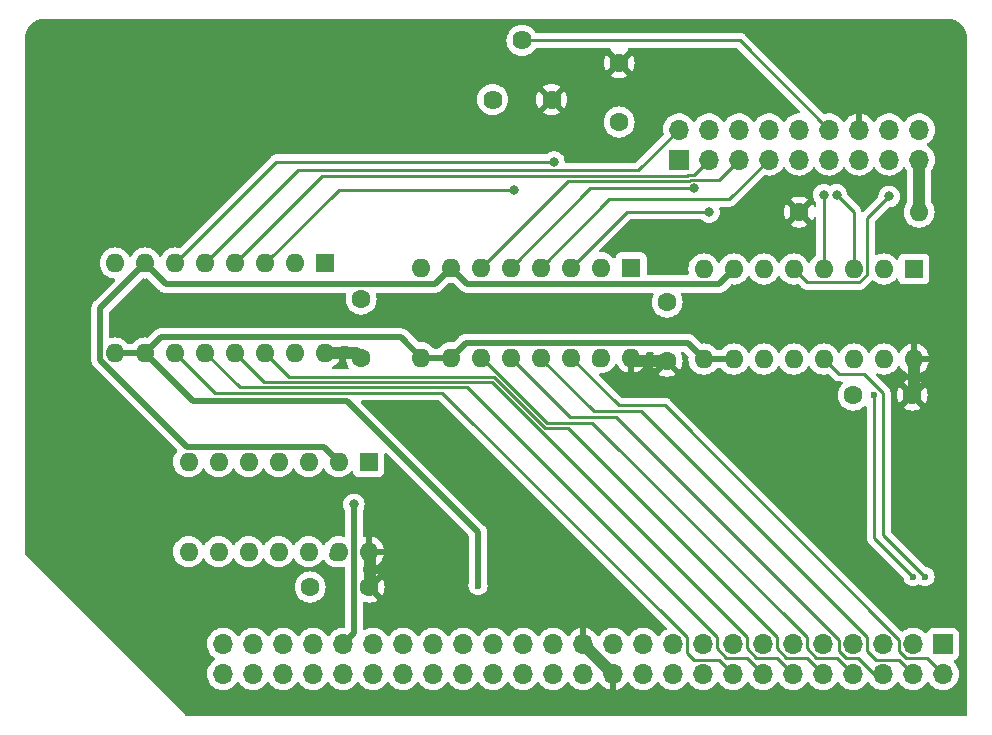
<source format=gbr>
%TF.GenerationSoftware,KiCad,Pcbnew,(6.0.2-0)*%
%TF.CreationDate,2022-08-21T14:39:21+02:00*%
%TF.ProjectId,lcd_board,6c63645f-626f-4617-9264-2e6b69636164,rev?*%
%TF.SameCoordinates,Original*%
%TF.FileFunction,Copper,L1,Top*%
%TF.FilePolarity,Positive*%
%FSLAX46Y46*%
G04 Gerber Fmt 4.6, Leading zero omitted, Abs format (unit mm)*
G04 Created by KiCad (PCBNEW (6.0.2-0)) date 2022-08-21 14:39:21*
%MOMM*%
%LPD*%
G01*
G04 APERTURE LIST*
%TA.AperFunction,ComponentPad*%
%ADD10R,1.700000X1.700000*%
%TD*%
%TA.AperFunction,ComponentPad*%
%ADD11O,1.700000X1.700000*%
%TD*%
%TA.AperFunction,ComponentPad*%
%ADD12C,1.600000*%
%TD*%
%TA.AperFunction,ComponentPad*%
%ADD13O,1.600000X1.600000*%
%TD*%
%TA.AperFunction,ComponentPad*%
%ADD14C,1.620000*%
%TD*%
%TA.AperFunction,ComponentPad*%
%ADD15R,1.600000X1.600000*%
%TD*%
%TA.AperFunction,ViaPad*%
%ADD16C,0.800000*%
%TD*%
%TA.AperFunction,ViaPad*%
%ADD17C,0.600000*%
%TD*%
%TA.AperFunction,Conductor*%
%ADD18C,1.000000*%
%TD*%
%TA.AperFunction,Conductor*%
%ADD19C,0.250000*%
%TD*%
%TA.AperFunction,Conductor*%
%ADD20C,0.500000*%
%TD*%
G04 APERTURE END LIST*
D10*
%TO.P,J1,1,Pin_1*%
%TO.N,A0*%
X78232000Y6604000D03*
D11*
%TO.P,J1,2,Pin_2*%
%TO.N,D0*%
X78232000Y4064000D03*
%TO.P,J1,3,Pin_3*%
%TO.N,A1*%
X75692000Y6604000D03*
%TO.P,J1,4,Pin_4*%
%TO.N,D1*%
X75692000Y4064000D03*
%TO.P,J1,5,Pin_5*%
%TO.N,A2*%
X73152000Y6604000D03*
%TO.P,J1,6,Pin_6*%
%TO.N,D2*%
X73152000Y4064000D03*
%TO.P,J1,7,Pin_7*%
%TO.N,A3*%
X70612000Y6604000D03*
%TO.P,J1,8,Pin_8*%
%TO.N,D3*%
X70612000Y4064000D03*
%TO.P,J1,9,Pin_9*%
%TO.N,A4*%
X68072000Y6604000D03*
%TO.P,J1,10,Pin_10*%
%TO.N,D4*%
X68072000Y4064000D03*
%TO.P,J1,11,Pin_11*%
%TO.N,A5*%
X65532000Y6604000D03*
%TO.P,J1,12,Pin_12*%
%TO.N,D5*%
X65532000Y4064000D03*
%TO.P,J1,13,Pin_13*%
%TO.N,A6*%
X62992000Y6604000D03*
%TO.P,J1,14,Pin_14*%
%TO.N,D6*%
X62992000Y4064000D03*
%TO.P,J1,15,Pin_15*%
%TO.N,A7*%
X60452000Y6604000D03*
%TO.P,J1,16,Pin_16*%
%TO.N,D7*%
X60452000Y4064000D03*
%TO.P,J1,17,Pin_17*%
%TO.N,A8*%
X57912000Y6604000D03*
%TO.P,J1,18,Pin_18*%
%TO.N,EX0*%
X57912000Y4064000D03*
%TO.P,J1,19,Pin_19*%
%TO.N,A9*%
X55372000Y6604000D03*
%TO.P,J1,20,Pin_20*%
%TO.N,EX1*%
X55372000Y4064000D03*
%TO.P,J1,21,Pin_21*%
%TO.N,A10*%
X52832000Y6604000D03*
%TO.P,J1,22,Pin_22*%
%TO.N,~{SLOW}*%
X52832000Y4064000D03*
%TO.P,J1,23,Pin_23*%
%TO.N,GND*%
X50292000Y6604000D03*
%TO.P,J1,24,Pin_24*%
%TO.N,+5V*%
X50292000Y4064000D03*
%TO.P,J1,25,Pin_25*%
X47752000Y6604000D03*
%TO.P,J1,26,Pin_26*%
%TO.N,GND*%
X47752000Y4064000D03*
%TO.P,J1,27,Pin_27*%
%TO.N,A11*%
X45212000Y6604000D03*
%TO.P,J1,28,Pin_28*%
%TO.N,~{SSEL}*%
X45212000Y4064000D03*
%TO.P,J1,29,Pin_29*%
%TO.N,A12*%
X42672000Y6604000D03*
%TO.P,J1,30,Pin_30*%
%TO.N,~{INH}*%
X42672000Y4064000D03*
%TO.P,J1,31,Pin_31*%
%TO.N,A13*%
X40132000Y6604000D03*
%TO.P,J1,32,Pin_32*%
%TO.N,~{SLOT_SEL}*%
X40132000Y4064000D03*
%TO.P,J1,33,Pin_33*%
%TO.N,A14*%
X37592000Y6604000D03*
%TO.P,J1,34,Pin_34*%
%TO.N,LED1*%
X37592000Y4064000D03*
%TO.P,J1,35,Pin_35*%
%TO.N,A15*%
X35052000Y6604000D03*
%TO.P,J1,36,Pin_36*%
%TO.N,LED2*%
X35052000Y4064000D03*
%TO.P,J1,37,Pin_37*%
%TO.N,RDY*%
X32512000Y6604000D03*
%TO.P,J1,38,Pin_38*%
%TO.N,LED3*%
X32512000Y4064000D03*
%TO.P,J1,39,Pin_39*%
%TO.N,BE*%
X29972000Y6604000D03*
%TO.P,J1,40,Pin_40*%
%TO.N,LED4*%
X29972000Y4064000D03*
%TO.P,J1,41,Pin_41*%
%TO.N,CLK*%
X27432000Y6604000D03*
%TO.P,J1,42,Pin_42*%
%TO.N,CLK_12M*%
X27432000Y4064000D03*
%TO.P,J1,43,Pin_43*%
%TO.N,R~{W}*%
X24892000Y6604000D03*
%TO.P,J1,44,Pin_44*%
%TO.N,EX2*%
X24892000Y4064000D03*
%TO.P,J1,45,Pin_45*%
%TO.N,~{IRQ}*%
X22352000Y6604000D03*
%TO.P,J1,46,Pin_46*%
%TO.N,EX3*%
X22352000Y4064000D03*
%TO.P,J1,47,Pin_47*%
%TO.N,SYNC*%
X19812000Y6604000D03*
%TO.P,J1,48,Pin_48*%
%TO.N,~{SLOT_IRQ}*%
X19812000Y4064000D03*
%TO.P,J1,49,Pin_49*%
%TO.N,~{RESET}*%
X17272000Y6604000D03*
%TO.P,J1,50,Pin_50*%
%TO.N,~{NMI}*%
X17272000Y4064000D03*
%TD*%
D12*
%TO.P,C1,1*%
%TO.N,GND*%
X24638000Y11430000D03*
%TO.P,C1,2*%
%TO.N,+5V*%
X29638000Y11430000D03*
%TD*%
%TO.P,C2,1*%
%TO.N,GND*%
X28956000Y35814000D03*
%TO.P,C2,2*%
%TO.N,+5V*%
X28956000Y30814000D03*
%TD*%
%TO.P,C4,1*%
%TO.N,GND*%
X54864000Y35560000D03*
%TO.P,C4,2*%
%TO.N,+5V*%
X54864000Y30560000D03*
%TD*%
%TO.P,R1,1*%
%TO.N,+5V*%
X66040000Y43180000D03*
D13*
%TO.P,R1,2*%
%TO.N,/A*%
X76200000Y43180000D03*
%TD*%
D14*
%TO.P,RV1,1,1*%
%TO.N,+5V*%
X45085000Y52705000D03*
%TO.P,RV1,2,2*%
%TO.N,Net-(RV1-Pad2)*%
X42585000Y57705000D03*
%TO.P,RV1,3,3*%
%TO.N,GND*%
X40085000Y52705000D03*
%TD*%
D15*
%TO.P,U1,1*%
%TO.N,CLK*%
X29591000Y22034500D03*
D13*
%TO.P,U1,2*%
%TO.N,CLK_INV*%
X27051000Y22034500D03*
%TO.P,U1,3*%
%TO.N,GND*%
X24511000Y22034500D03*
%TO.P,U1,4*%
%TO.N,unconnected-(U1-Pad4)*%
X21971000Y22034500D03*
%TO.P,U1,5*%
%TO.N,GND*%
X19431000Y22034500D03*
%TO.P,U1,6*%
%TO.N,unconnected-(U1-Pad6)*%
X16891000Y22034500D03*
%TO.P,U1,7,GND*%
%TO.N,GND*%
X14351000Y22034500D03*
%TO.P,U1,8*%
%TO.N,unconnected-(U1-Pad8)*%
X14351000Y14414500D03*
%TO.P,U1,9*%
%TO.N,GND*%
X16891000Y14414500D03*
%TO.P,U1,10*%
%TO.N,unconnected-(U1-Pad10)*%
X19431000Y14414500D03*
%TO.P,U1,11*%
%TO.N,GND*%
X21971000Y14414500D03*
%TO.P,U1,12*%
%TO.N,unconnected-(U1-Pad12)*%
X24511000Y14414500D03*
%TO.P,U1,13*%
%TO.N,GND*%
X27051000Y14414500D03*
%TO.P,U1,14,VCC*%
%TO.N,+5V*%
X29591000Y14414500D03*
%TD*%
D15*
%TO.P,U2,1,Oe1*%
%TO.N,GND*%
X75755500Y38354000D03*
D13*
%TO.P,U2,2,Oe2*%
X73215500Y38354000D03*
%TO.P,U2,3,Q0*%
%TO.N,/RS*%
X70675500Y38354000D03*
%TO.P,U2,4,Q1*%
%TO.N,/E1*%
X68135500Y38354000D03*
%TO.P,U2,5,Q2*%
%TO.N,Net-(U2-Pad5)*%
X65595500Y38354000D03*
%TO.P,U2,6,Q3*%
%TO.N,unconnected-(U2-Pad6)*%
X63055500Y38354000D03*
%TO.P,U2,7,Cp*%
%TO.N,CLK_INV*%
X60515500Y38354000D03*
%TO.P,U2,8,GND*%
%TO.N,GND*%
X57975500Y38354000D03*
%TO.P,U2,9,E1*%
%TO.N,~{SLOT_SEL}*%
X57975500Y30734000D03*
%TO.P,U2,10,E2*%
X60515500Y30734000D03*
%TO.P,U2,11,D3*%
%TO.N,unconnected-(U2-Pad11)*%
X63055500Y30734000D03*
%TO.P,U2,12,D2*%
%TO.N,unconnected-(U2-Pad12)*%
X65595500Y30734000D03*
%TO.P,U2,13,D1*%
%TO.N,A0*%
X68135500Y30734000D03*
%TO.P,U2,14,D0*%
%TO.N,A1*%
X70675500Y30734000D03*
%TO.P,U2,15,Mr*%
%TO.N,GND*%
X73215500Y30734000D03*
%TO.P,U2,16,VCC*%
%TO.N,+5V*%
X75755500Y30734000D03*
%TD*%
D15*
%TO.P,U3,1,Oe1*%
%TO.N,GND*%
X51816000Y38481000D03*
D13*
%TO.P,U3,2,Oe2*%
X49276000Y38481000D03*
%TO.P,U3,3,Q0*%
%TO.N,/D_0*%
X46736000Y38481000D03*
%TO.P,U3,4,Q1*%
%TO.N,/D_1*%
X44196000Y38481000D03*
%TO.P,U3,5,Q2*%
%TO.N,/D_2*%
X41656000Y38481000D03*
%TO.P,U3,6,Q3*%
%TO.N,/D_3*%
X39116000Y38481000D03*
%TO.P,U3,7,Cp*%
%TO.N,CLK_INV*%
X36576000Y38481000D03*
%TO.P,U3,8,GND*%
%TO.N,GND*%
X34036000Y38481000D03*
%TO.P,U3,9,E1*%
%TO.N,~{SLOT_SEL}*%
X34036000Y30861000D03*
%TO.P,U3,10,E2*%
X36576000Y30861000D03*
%TO.P,U3,11,D3*%
%TO.N,D3*%
X39116000Y30861000D03*
%TO.P,U3,12,D2*%
%TO.N,D2*%
X41656000Y30861000D03*
%TO.P,U3,13,D1*%
%TO.N,D1*%
X44196000Y30861000D03*
%TO.P,U3,14,D0*%
%TO.N,D0*%
X46736000Y30861000D03*
%TO.P,U3,15,Mr*%
%TO.N,GND*%
X49276000Y30861000D03*
%TO.P,U3,16,VCC*%
%TO.N,+5V*%
X51816000Y30861000D03*
%TD*%
D15*
%TO.P,U4,1,Oe1*%
%TO.N,GND*%
X25908000Y38862000D03*
D13*
%TO.P,U4,2,Oe2*%
X23368000Y38862000D03*
%TO.P,U4,3,Q0*%
%TO.N,/D_4*%
X20828000Y38862000D03*
%TO.P,U4,4,Q1*%
%TO.N,/D_5*%
X18288000Y38862000D03*
%TO.P,U4,5,Q2*%
%TO.N,/D_6*%
X15748000Y38862000D03*
%TO.P,U4,6,Q3*%
%TO.N,/D_7*%
X13208000Y38862000D03*
%TO.P,U4,7,Cp*%
%TO.N,CLK_INV*%
X10668000Y38862000D03*
%TO.P,U4,8,GND*%
%TO.N,GND*%
X8128000Y38862000D03*
%TO.P,U4,9,E1*%
%TO.N,~{SLOT_SEL}*%
X8128000Y31242000D03*
%TO.P,U4,10,E2*%
X10668000Y31242000D03*
%TO.P,U4,11,D3*%
%TO.N,D7*%
X13208000Y31242000D03*
%TO.P,U4,12,D2*%
%TO.N,D6*%
X15748000Y31242000D03*
%TO.P,U4,13,D1*%
%TO.N,D5*%
X18288000Y31242000D03*
%TO.P,U4,14,D0*%
%TO.N,D4*%
X20828000Y31242000D03*
%TO.P,U4,15,Mr*%
%TO.N,GND*%
X23368000Y31242000D03*
%TO.P,U4,16,VCC*%
%TO.N,+5V*%
X25908000Y31242000D03*
%TD*%
D12*
%TO.P,C5,1*%
%TO.N,GND*%
X50800000Y50800000D03*
%TO.P,C5,2*%
%TO.N,+5V*%
X50800000Y55800000D03*
%TD*%
%TO.P,C3,1*%
%TO.N,GND*%
X70612000Y27686000D03*
%TO.P,C3,2*%
%TO.N,+5V*%
X75612000Y27686000D03*
%TD*%
D10*
%TO.P,J2,1,Pin_1*%
%TO.N,/D_7*%
X55880000Y47625000D03*
D11*
%TO.P,J2,2,Pin_2*%
%TO.N,/D_6*%
X55880000Y50165000D03*
%TO.P,J2,3,Pin_3*%
%TO.N,/D_5*%
X58420000Y47625000D03*
%TO.P,J2,4,Pin_4*%
%TO.N,/D_4*%
X58420000Y50165000D03*
%TO.P,J2,5,Pin_5*%
%TO.N,/D_3*%
X60960000Y47625000D03*
%TO.P,J2,6,Pin_6*%
%TO.N,/D_2*%
X60960000Y50165000D03*
%TO.P,J2,7,Pin_7*%
%TO.N,/D_1*%
X63500000Y47625000D03*
%TO.P,J2,8,Pin_8*%
%TO.N,/D_0*%
X63500000Y50165000D03*
%TO.P,J2,9,Pin_9*%
%TO.N,/E1*%
X66040000Y47625000D03*
%TO.P,J2,10,Pin_10*%
%TO.N,GND*%
X66040000Y50165000D03*
%TO.P,J2,11,Pin_11*%
%TO.N,/RS*%
X68580000Y47625000D03*
%TO.P,J2,12,Pin_12*%
%TO.N,Net-(RV1-Pad2)*%
X68580000Y50165000D03*
%TO.P,J2,13,Pin_13*%
%TO.N,GND*%
X71120000Y47625000D03*
%TO.P,J2,14,Pin_14*%
%TO.N,+5V*%
X71120000Y50165000D03*
%TO.P,J2,15,Pin_15*%
%TO.N,Net-(U2-Pad5)*%
X73660000Y47625000D03*
%TO.P,J2,16,Pin_16*%
%TO.N,unconnected-(J2-Pad16)*%
X73660000Y50165000D03*
%TO.P,J2,17,Pin_17*%
%TO.N,/A*%
X76200000Y47625000D03*
%TO.P,J2,18,Pin_18*%
%TO.N,GND*%
X76200000Y50165000D03*
%TD*%
D16*
%TO.N,+5V*%
X25908000Y33782000D03*
D17*
%TO.N,A1*%
X75692000Y12319000D03*
X72390000Y27686000D03*
%TO.N,A0*%
X76708000Y12319000D03*
D16*
%TO.N,CLK*%
X28339999Y18433999D03*
D17*
%TO.N,~{SLOT_SEL}*%
X38862000Y11556998D03*
D16*
%TO.N,/E1*%
X68135500Y44640500D03*
%TO.N,Net-(U2-Pad5)*%
X73660000Y44495011D03*
%TO.N,/RS*%
X69215000Y44640500D03*
%TO.N,/D_7*%
X45279799Y47430201D03*
%TO.N,/D_4*%
X41910000Y45085000D03*
%TO.N,/D_2*%
X57150000Y45174500D03*
%TO.N,/D_0*%
X58420000Y43180000D03*
%TD*%
D18*
%TO.N,GND*%
X48995000Y30580000D02*
X49276000Y30861000D01*
X26770000Y14133500D02*
X27051000Y14414500D01*
%TO.N,+5V*%
X75755500Y27829500D02*
X75755500Y30734000D01*
X50292000Y4064000D02*
X47752000Y6604000D01*
X29745000Y14260500D02*
X29591000Y14414500D01*
X75612000Y27686000D02*
X75755500Y27829500D01*
X52117000Y30560000D02*
X51816000Y30861000D01*
X29745000Y11620500D02*
X29745000Y14260500D01*
X54864000Y30560000D02*
X52117000Y30560000D01*
X28528000Y31242000D02*
X25908000Y31242000D01*
X28956000Y30814000D02*
X28528000Y31242000D01*
D19*
%TO.N,D7*%
X16573500Y27876500D02*
X13208000Y31242000D01*
X59276999Y5239001D02*
X57117999Y5239001D01*
X35838502Y27876500D02*
X16573500Y27876500D01*
X60452000Y4064000D02*
X59276999Y5239001D01*
X56547001Y5809999D02*
X56547001Y7168001D01*
X56547001Y7168001D02*
X35838502Y27876500D01*
X57117999Y5239001D02*
X56547001Y5809999D01*
%TO.N,D6*%
X61627001Y5428999D02*
X59887999Y5428999D01*
X37928491Y28326511D02*
X18663489Y28326511D01*
X59087001Y6229997D02*
X59087001Y7168001D01*
X59087001Y7168001D02*
X37928491Y28326511D01*
X62992000Y4064000D02*
X61627001Y5428999D01*
X18663489Y28326511D02*
X15748000Y31242000D01*
X59887999Y5428999D02*
X59087001Y6229997D01*
%TO.N,D5*%
X65532000Y4064000D02*
X64167001Y5428999D01*
X62427999Y5428999D02*
X61627001Y6229997D01*
X61627001Y7168001D02*
X40018480Y28776522D01*
X20753478Y28776522D02*
X18288000Y31242000D01*
X40018480Y28776522D02*
X20753478Y28776522D01*
X64167001Y5428999D02*
X62427999Y5428999D01*
X61627001Y6229997D02*
X61627001Y7168001D01*
%TO.N,D4*%
X44533902Y24897511D02*
X40204880Y29226533D01*
X22843467Y29226533D02*
X20828000Y31242000D01*
X66707001Y5428999D02*
X64967999Y5428999D01*
X64167001Y7168001D02*
X46437491Y24897511D01*
X46437491Y24897511D02*
X44533902Y24897511D01*
X64167001Y6229997D02*
X64167001Y7168001D01*
X68072000Y4064000D02*
X66707001Y5428999D01*
X64967999Y5428999D02*
X64167001Y6229997D01*
X40204880Y29226533D02*
X22843467Y29226533D01*
%TO.N,D3*%
X48527480Y25347522D02*
X44720302Y25347522D01*
X70612000Y4064000D02*
X69247001Y5428999D01*
X66707001Y7168001D02*
X48527480Y25347522D01*
X69247001Y5428999D02*
X67507999Y5428999D01*
X44720302Y25347522D02*
X39206824Y30861000D01*
X39206824Y30861000D02*
X39116000Y30861000D01*
X67507999Y5428999D02*
X66707001Y6229997D01*
X66707001Y6229997D02*
X66707001Y7168001D01*
%TO.N,D2*%
X69436999Y6978003D02*
X50570502Y25844500D01*
X46672500Y25844500D02*
X41656000Y30861000D01*
X50570502Y25844500D02*
X46672500Y25844500D01*
X70986003Y5428999D02*
X70047999Y5428999D01*
X73152000Y4064000D02*
X72351002Y4064000D01*
X72351002Y4064000D02*
X70986003Y5428999D01*
X69436999Y6039999D02*
X69436999Y6978003D01*
X70047999Y5428999D02*
X69436999Y6039999D01*
%TO.N,D1*%
X48635489Y26294511D02*
X44196000Y30734000D01*
X71787001Y7168001D02*
X52660491Y26294511D01*
X44196000Y30734000D02*
X44196000Y30861000D01*
X74516999Y5239001D02*
X72548499Y5239001D01*
X52660491Y26294511D02*
X48635489Y26294511D01*
X72548499Y5239001D02*
X71787001Y6000499D01*
X75692000Y4064000D02*
X74516999Y5239001D01*
X71787001Y6000499D02*
X71787001Y7168001D01*
%TO.N,A1*%
X75692000Y12319000D02*
X72390000Y15621000D01*
X72390000Y15621000D02*
X72390000Y27686000D01*
%TO.N,D0*%
X74516999Y6978003D02*
X54691512Y26803490D01*
X78232000Y4064000D02*
X76867001Y5428999D01*
X76867001Y5428999D02*
X75127999Y5428999D01*
X54691512Y26803490D02*
X50793510Y26803490D01*
X50793510Y26803490D02*
X46736000Y30861000D01*
X74516999Y6039999D02*
X74516999Y6978003D01*
X75127999Y5428999D02*
X74516999Y6039999D01*
%TO.N,A0*%
X71537004Y29464000D02*
X73152000Y27849004D01*
X73152000Y27849004D02*
X73152000Y15875000D01*
X73152000Y15875000D02*
X76708000Y12319000D01*
X69405500Y29464000D02*
X71537004Y29464000D01*
X68135500Y30734000D02*
X69405500Y29464000D01*
D20*
%TO.N,CLK*%
X28339999Y18433999D02*
X28339999Y7511999D01*
X28339999Y7511999D02*
X27432000Y6604000D01*
%TO.N,~{SLOT_SEL}*%
X10668000Y31242000D02*
X14732000Y27178000D01*
X56598499Y32111001D02*
X57975500Y30734000D01*
X12001500Y32575500D02*
X32321500Y32575500D01*
X38862000Y16065500D02*
X38862000Y11556998D01*
X32321500Y32575500D02*
X34036000Y30861000D01*
X34036000Y30861000D02*
X36576000Y30861000D01*
X27749500Y27178000D02*
X38862000Y16065500D01*
X57975500Y30734000D02*
X60515500Y30734000D01*
X36576000Y30861000D02*
X37826001Y32111001D01*
X14732000Y27178000D02*
X27749500Y27178000D01*
X8128000Y31242000D02*
X10668000Y31242000D01*
X37826001Y32111001D02*
X56598499Y32111001D01*
X10668000Y31242000D02*
X12001500Y32575500D01*
D19*
%TO.N,/E1*%
X68135500Y44640500D02*
X68135500Y38354000D01*
%TO.N,Net-(RV1-Pad2)*%
X61040000Y57705000D02*
X68580000Y50165000D01*
X42585000Y57705000D02*
X61040000Y57705000D01*
D20*
%TO.N,CLK_INV*%
X14235497Y23284501D02*
X25800999Y23284501D01*
X35179000Y37084000D02*
X12446000Y37084000D01*
X37953001Y37103999D02*
X59265499Y37103999D01*
X6877999Y35071999D02*
X6877999Y30641999D01*
X25800999Y23284501D02*
X27051000Y22034500D01*
X59265499Y37103999D02*
X60515500Y38354000D01*
X36576000Y38481000D02*
X35179000Y37084000D01*
X6877999Y30641999D02*
X14235497Y23284501D01*
X12446000Y37084000D02*
X10668000Y38862000D01*
X36576000Y38481000D02*
X37953001Y37103999D01*
X10668000Y38862000D02*
X6877999Y35071999D01*
D19*
%TO.N,Net-(U2-Pad5)*%
X71141289Y37229489D02*
X71800011Y37888211D01*
X66720011Y37229489D02*
X71141289Y37229489D01*
X65595500Y38354000D02*
X66720011Y37229489D01*
X71800011Y37888211D02*
X71800011Y42635022D01*
X71800011Y42635022D02*
X73660000Y44495011D01*
D18*
%TO.N,/A*%
X76200000Y43180000D02*
X76200000Y47625000D01*
D19*
%TO.N,/RS*%
X70675500Y38354000D02*
X70675500Y43180000D01*
X70675500Y43180000D02*
X69215000Y44640500D01*
%TO.N,/D_7*%
X21776201Y47430201D02*
X45279799Y47430201D01*
X13208000Y38862000D02*
X21776201Y47430201D01*
%TO.N,/D_6*%
X23591700Y46705700D02*
X15748000Y38862000D01*
X55880000Y50165000D02*
X52420700Y46705700D01*
X52420700Y46705700D02*
X23591700Y46705700D01*
%TO.N,/D_5*%
X25682190Y46256190D02*
X56571386Y46256190D01*
X56571386Y46256190D02*
X56663708Y46348512D01*
X57143512Y46348512D02*
X58420000Y47625000D01*
X56663708Y46348512D02*
X57143512Y46348512D01*
X18288000Y38862000D02*
X25682190Y46256190D01*
%TO.N,/D_4*%
X20828000Y38862000D02*
X27051000Y45085000D01*
X41275000Y45085000D02*
X41910000Y45085000D01*
X27051000Y45085000D02*
X41275000Y45085000D01*
%TO.N,/D_3*%
X59234001Y45899001D02*
X60960000Y47625000D01*
X56849901Y45899001D02*
X59234001Y45899001D01*
X56757569Y45806669D02*
X56849901Y45899001D01*
X46441669Y45806669D02*
X56757569Y45806669D01*
X39116000Y38481000D02*
X46441669Y45806669D01*
%TO.N,/D_2*%
X48349500Y45174500D02*
X57150000Y45174500D01*
X41656000Y38481000D02*
X48349500Y45174500D01*
%TO.N,/D_1*%
X44196000Y38481000D02*
X49985989Y44270989D01*
X49985989Y44270989D02*
X60145989Y44270989D01*
X60145989Y44270989D02*
X63500000Y47625000D01*
%TO.N,/D_0*%
X46736000Y38481000D02*
X51435000Y43180000D01*
X51435000Y43180000D02*
X58420000Y43180000D01*
%TD*%
%TA.AperFunction,Conductor*%
%TO.N,+5V*%
G36*
X78583056Y59561500D02*
G01*
X78584496Y59561276D01*
X78597858Y59559195D01*
X78597861Y59559195D01*
X78606730Y59557814D01*
X78615632Y59558978D01*
X78615634Y59558978D01*
X78619174Y59559441D01*
X78621957Y59559805D01*
X78647279Y59560548D01*
X78800829Y59549566D01*
X78838971Y59546838D01*
X78856765Y59544280D01*
X79069337Y59498038D01*
X79086586Y59492973D01*
X79139298Y59473313D01*
X79290414Y59416950D01*
X79306761Y59409484D01*
X79497692Y59305227D01*
X79512815Y59295508D01*
X79686965Y59165141D01*
X79700551Y59153368D01*
X79854368Y58999551D01*
X79866141Y58985965D01*
X79996508Y58811815D01*
X80006227Y58796692D01*
X80110484Y58605761D01*
X80117950Y58589414D01*
X80148913Y58506398D01*
X80193973Y58385586D01*
X80199038Y58368337D01*
X80245280Y58155765D01*
X80247838Y58137971D01*
X80261041Y57953372D01*
X80260297Y57935468D01*
X80260195Y57927142D01*
X80258814Y57918270D01*
X80259978Y57909368D01*
X80259978Y57909365D01*
X80262936Y57886749D01*
X80264000Y57870411D01*
X80264000Y634000D01*
X80243998Y565879D01*
X80190342Y519386D01*
X80138000Y508000D01*
X14232610Y508000D01*
X14164489Y528002D01*
X14143515Y544905D01*
X3258420Y11430000D01*
X23324502Y11430000D01*
X23344457Y11201913D01*
X23403716Y10980757D01*
X23406039Y10975776D01*
X23406039Y10975775D01*
X23498151Y10778238D01*
X23498154Y10778233D01*
X23500477Y10773251D01*
X23631802Y10585700D01*
X23793700Y10423802D01*
X23798208Y10420645D01*
X23798211Y10420643D01*
X23876389Y10365902D01*
X23981251Y10292477D01*
X23986233Y10290154D01*
X23986238Y10290151D01*
X24182765Y10198510D01*
X24188757Y10195716D01*
X24194065Y10194294D01*
X24194067Y10194293D01*
X24404598Y10137881D01*
X24404600Y10137881D01*
X24409913Y10136457D01*
X24638000Y10116502D01*
X24866087Y10136457D01*
X24871400Y10137881D01*
X24871402Y10137881D01*
X25081933Y10194293D01*
X25081935Y10194294D01*
X25087243Y10195716D01*
X25093235Y10198510D01*
X25289762Y10290151D01*
X25289767Y10290154D01*
X25294749Y10292477D01*
X25399611Y10365902D01*
X25477789Y10420643D01*
X25477792Y10420645D01*
X25482300Y10423802D01*
X25644198Y10585700D01*
X25775523Y10773251D01*
X25777846Y10778233D01*
X25777849Y10778238D01*
X25869961Y10975775D01*
X25869961Y10975776D01*
X25872284Y10980757D01*
X25931543Y11201913D01*
X25951498Y11430000D01*
X25931543Y11658087D01*
X25929068Y11667323D01*
X25873707Y11873933D01*
X25873706Y11873935D01*
X25872284Y11879243D01*
X25837571Y11953686D01*
X25777849Y12081762D01*
X25777846Y12081767D01*
X25775523Y12086749D01*
X25644198Y12274300D01*
X25482300Y12436198D01*
X25477792Y12439355D01*
X25477789Y12439357D01*
X25399611Y12494098D01*
X25294749Y12567523D01*
X25289767Y12569846D01*
X25289762Y12569849D01*
X25092225Y12661961D01*
X25092224Y12661961D01*
X25087243Y12664284D01*
X25081935Y12665706D01*
X25081933Y12665707D01*
X24871402Y12722119D01*
X24871400Y12722119D01*
X24866087Y12723543D01*
X24638000Y12743498D01*
X24409913Y12723543D01*
X24404600Y12722119D01*
X24404598Y12722119D01*
X24194067Y12665707D01*
X24194065Y12665706D01*
X24188757Y12664284D01*
X24183776Y12661961D01*
X24183775Y12661961D01*
X23986238Y12569849D01*
X23986233Y12569846D01*
X23981251Y12567523D01*
X23876389Y12494098D01*
X23798211Y12439357D01*
X23798208Y12439355D01*
X23793700Y12436198D01*
X23631802Y12274300D01*
X23500477Y12086749D01*
X23498154Y12081767D01*
X23498151Y12081762D01*
X23438429Y11953686D01*
X23403716Y11879243D01*
X23402294Y11873935D01*
X23402293Y11873933D01*
X23346932Y11667323D01*
X23344457Y11658087D01*
X23324502Y11430000D01*
X3258420Y11430000D01*
X544905Y14143515D01*
X510879Y14205827D01*
X508000Y14232610D01*
X508000Y30668650D01*
X6114800Y30668650D01*
X6115393Y30661358D01*
X6115393Y30661355D01*
X6119084Y30615981D01*
X6119499Y30605766D01*
X6119499Y30597706D01*
X6119924Y30594062D01*
X6122788Y30569492D01*
X6123221Y30565117D01*
X6128037Y30505913D01*
X6129139Y30492362D01*
X6131395Y30485398D01*
X6132586Y30479439D01*
X6133970Y30473584D01*
X6134817Y30466318D01*
X6159734Y30397672D01*
X6161151Y30393544D01*
X6183648Y30324100D01*
X6187444Y30317845D01*
X6189950Y30312371D01*
X6192669Y30306941D01*
X6195166Y30300062D01*
X6199179Y30293942D01*
X6199179Y30293941D01*
X6235185Y30239023D01*
X6237522Y30235319D01*
X6275404Y30172892D01*
X6279120Y30168684D01*
X6279121Y30168683D01*
X6282802Y30164515D01*
X6282775Y30164491D01*
X6285428Y30161499D01*
X6288131Y30158266D01*
X6292143Y30152147D01*
X6344551Y30102500D01*
X6348382Y30098871D01*
X6350824Y30096493D01*
X9901167Y26546151D01*
X13367565Y23079753D01*
X13401591Y23017441D01*
X13396526Y22946626D01*
X13367565Y22901563D01*
X13344802Y22878800D01*
X13213477Y22691249D01*
X13211154Y22686267D01*
X13211151Y22686262D01*
X13136421Y22526001D01*
X13116716Y22483743D01*
X13057457Y22262587D01*
X13037502Y22034500D01*
X13057457Y21806413D01*
X13116716Y21585257D01*
X13119039Y21580276D01*
X13119039Y21580275D01*
X13211151Y21382738D01*
X13211154Y21382733D01*
X13213477Y21377751D01*
X13344802Y21190200D01*
X13506700Y21028302D01*
X13511208Y21025145D01*
X13511211Y21025143D01*
X13552542Y20996203D01*
X13694251Y20896977D01*
X13699233Y20894654D01*
X13699238Y20894651D01*
X13896775Y20802539D01*
X13901757Y20800216D01*
X13907065Y20798794D01*
X13907067Y20798793D01*
X14117598Y20742381D01*
X14117600Y20742381D01*
X14122913Y20740957D01*
X14351000Y20721002D01*
X14579087Y20740957D01*
X14584400Y20742381D01*
X14584402Y20742381D01*
X14794933Y20798793D01*
X14794935Y20798794D01*
X14800243Y20800216D01*
X14805225Y20802539D01*
X15002762Y20894651D01*
X15002767Y20894654D01*
X15007749Y20896977D01*
X15149458Y20996203D01*
X15190789Y21025143D01*
X15190792Y21025145D01*
X15195300Y21028302D01*
X15357198Y21190200D01*
X15488523Y21377751D01*
X15490846Y21382733D01*
X15490849Y21382738D01*
X15506805Y21416957D01*
X15553722Y21470242D01*
X15621999Y21489703D01*
X15689959Y21469161D01*
X15735195Y21416957D01*
X15751151Y21382738D01*
X15751154Y21382733D01*
X15753477Y21377751D01*
X15884802Y21190200D01*
X16046700Y21028302D01*
X16051208Y21025145D01*
X16051211Y21025143D01*
X16092542Y20996203D01*
X16234251Y20896977D01*
X16239233Y20894654D01*
X16239238Y20894651D01*
X16436775Y20802539D01*
X16441757Y20800216D01*
X16447065Y20798794D01*
X16447067Y20798793D01*
X16657598Y20742381D01*
X16657600Y20742381D01*
X16662913Y20740957D01*
X16891000Y20721002D01*
X17119087Y20740957D01*
X17124400Y20742381D01*
X17124402Y20742381D01*
X17334933Y20798793D01*
X17334935Y20798794D01*
X17340243Y20800216D01*
X17345225Y20802539D01*
X17542762Y20894651D01*
X17542767Y20894654D01*
X17547749Y20896977D01*
X17689458Y20996203D01*
X17730789Y21025143D01*
X17730792Y21025145D01*
X17735300Y21028302D01*
X17897198Y21190200D01*
X18028523Y21377751D01*
X18030846Y21382733D01*
X18030849Y21382738D01*
X18046805Y21416957D01*
X18093722Y21470242D01*
X18161999Y21489703D01*
X18229959Y21469161D01*
X18275195Y21416957D01*
X18291151Y21382738D01*
X18291154Y21382733D01*
X18293477Y21377751D01*
X18424802Y21190200D01*
X18586700Y21028302D01*
X18591208Y21025145D01*
X18591211Y21025143D01*
X18632542Y20996203D01*
X18774251Y20896977D01*
X18779233Y20894654D01*
X18779238Y20894651D01*
X18976775Y20802539D01*
X18981757Y20800216D01*
X18987065Y20798794D01*
X18987067Y20798793D01*
X19197598Y20742381D01*
X19197600Y20742381D01*
X19202913Y20740957D01*
X19431000Y20721002D01*
X19659087Y20740957D01*
X19664400Y20742381D01*
X19664402Y20742381D01*
X19874933Y20798793D01*
X19874935Y20798794D01*
X19880243Y20800216D01*
X19885225Y20802539D01*
X20082762Y20894651D01*
X20082767Y20894654D01*
X20087749Y20896977D01*
X20229458Y20996203D01*
X20270789Y21025143D01*
X20270792Y21025145D01*
X20275300Y21028302D01*
X20437198Y21190200D01*
X20568523Y21377751D01*
X20570846Y21382733D01*
X20570849Y21382738D01*
X20586805Y21416957D01*
X20633722Y21470242D01*
X20701999Y21489703D01*
X20769959Y21469161D01*
X20815195Y21416957D01*
X20831151Y21382738D01*
X20831154Y21382733D01*
X20833477Y21377751D01*
X20964802Y21190200D01*
X21126700Y21028302D01*
X21131208Y21025145D01*
X21131211Y21025143D01*
X21172542Y20996203D01*
X21314251Y20896977D01*
X21319233Y20894654D01*
X21319238Y20894651D01*
X21516775Y20802539D01*
X21521757Y20800216D01*
X21527065Y20798794D01*
X21527067Y20798793D01*
X21737598Y20742381D01*
X21737600Y20742381D01*
X21742913Y20740957D01*
X21971000Y20721002D01*
X22199087Y20740957D01*
X22204400Y20742381D01*
X22204402Y20742381D01*
X22414933Y20798793D01*
X22414935Y20798794D01*
X22420243Y20800216D01*
X22425225Y20802539D01*
X22622762Y20894651D01*
X22622767Y20894654D01*
X22627749Y20896977D01*
X22769458Y20996203D01*
X22810789Y21025143D01*
X22810792Y21025145D01*
X22815300Y21028302D01*
X22977198Y21190200D01*
X23108523Y21377751D01*
X23110846Y21382733D01*
X23110849Y21382738D01*
X23126805Y21416957D01*
X23173722Y21470242D01*
X23241999Y21489703D01*
X23309959Y21469161D01*
X23355195Y21416957D01*
X23371151Y21382738D01*
X23371154Y21382733D01*
X23373477Y21377751D01*
X23504802Y21190200D01*
X23666700Y21028302D01*
X23671208Y21025145D01*
X23671211Y21025143D01*
X23712542Y20996203D01*
X23854251Y20896977D01*
X23859233Y20894654D01*
X23859238Y20894651D01*
X24056775Y20802539D01*
X24061757Y20800216D01*
X24067065Y20798794D01*
X24067067Y20798793D01*
X24277598Y20742381D01*
X24277600Y20742381D01*
X24282913Y20740957D01*
X24511000Y20721002D01*
X24739087Y20740957D01*
X24744400Y20742381D01*
X24744402Y20742381D01*
X24954933Y20798793D01*
X24954935Y20798794D01*
X24960243Y20800216D01*
X24965225Y20802539D01*
X25162762Y20894651D01*
X25162767Y20894654D01*
X25167749Y20896977D01*
X25309458Y20996203D01*
X25350789Y21025143D01*
X25350792Y21025145D01*
X25355300Y21028302D01*
X25517198Y21190200D01*
X25648523Y21377751D01*
X25650846Y21382733D01*
X25650849Y21382738D01*
X25666805Y21416957D01*
X25713722Y21470242D01*
X25781999Y21489703D01*
X25849959Y21469161D01*
X25895195Y21416957D01*
X25911151Y21382738D01*
X25911154Y21382733D01*
X25913477Y21377751D01*
X26044802Y21190200D01*
X26206700Y21028302D01*
X26211208Y21025145D01*
X26211211Y21025143D01*
X26252542Y20996203D01*
X26394251Y20896977D01*
X26399233Y20894654D01*
X26399238Y20894651D01*
X26596775Y20802539D01*
X26601757Y20800216D01*
X26607065Y20798794D01*
X26607067Y20798793D01*
X26817598Y20742381D01*
X26817600Y20742381D01*
X26822913Y20740957D01*
X27051000Y20721002D01*
X27279087Y20740957D01*
X27284400Y20742381D01*
X27284402Y20742381D01*
X27494933Y20798793D01*
X27494935Y20798794D01*
X27500243Y20800216D01*
X27505225Y20802539D01*
X27702762Y20894651D01*
X27702767Y20894654D01*
X27707749Y20896977D01*
X27849458Y20996203D01*
X27890789Y21025143D01*
X27890792Y21025145D01*
X27895300Y21028302D01*
X28057198Y21190200D01*
X28060357Y21194711D01*
X28063892Y21198924D01*
X28065026Y21197973D01*
X28115071Y21237971D01*
X28185690Y21245276D01*
X28249049Y21213242D01*
X28285030Y21152038D01*
X28288082Y21134983D01*
X28289255Y21124184D01*
X28340385Y20987795D01*
X28427739Y20871239D01*
X28544295Y20783885D01*
X28680684Y20732755D01*
X28742866Y20726000D01*
X30439134Y20726000D01*
X30501316Y20732755D01*
X30637705Y20783885D01*
X30754261Y20871239D01*
X30841615Y20987795D01*
X30892745Y21124184D01*
X30899500Y21186366D01*
X30899500Y22651129D01*
X30919502Y22719250D01*
X30973158Y22765743D01*
X31043432Y22775847D01*
X31108012Y22746353D01*
X31114595Y22740224D01*
X38066595Y15788224D01*
X38100621Y15725912D01*
X38103500Y15699129D01*
X38103500Y11859281D01*
X38095901Y11816186D01*
X38071197Y11748313D01*
X38048463Y11568358D01*
X38066163Y11387838D01*
X38123418Y11215725D01*
X38127065Y11209703D01*
X38127066Y11209701D01*
X38137978Y11191684D01*
X38217380Y11060574D01*
X38343382Y10930096D01*
X38495159Y10830776D01*
X38501763Y10828320D01*
X38501765Y10828319D01*
X38658558Y10770008D01*
X38658560Y10770008D01*
X38665168Y10767550D01*
X38748995Y10756365D01*
X38837980Y10744491D01*
X38837984Y10744491D01*
X38844961Y10743560D01*
X38851972Y10744198D01*
X38851976Y10744198D01*
X38994459Y10757166D01*
X39025600Y10760000D01*
X39032302Y10762178D01*
X39032304Y10762178D01*
X39191409Y10813874D01*
X39191412Y10813875D01*
X39198108Y10816051D01*
X39353912Y10908929D01*
X39485266Y11034016D01*
X39585643Y11185096D01*
X39650055Y11354660D01*
X39651035Y11361632D01*
X39674748Y11530359D01*
X39674748Y11530362D01*
X39675299Y11534281D01*
X39675616Y11556998D01*
X39655397Y11737253D01*
X39651546Y11748313D01*
X39627509Y11817336D01*
X39620500Y11858773D01*
X39620500Y15998431D01*
X39621933Y16017382D01*
X39624099Y16031617D01*
X39624099Y16031619D01*
X39625199Y16038849D01*
X39620915Y16091518D01*
X39620500Y16101733D01*
X39620500Y16109793D01*
X39617211Y16138007D01*
X39616778Y16142382D01*
X39611454Y16207839D01*
X39611453Y16207842D01*
X39610860Y16215137D01*
X39608604Y16222101D01*
X39607413Y16228060D01*
X39606029Y16233915D01*
X39605182Y16241181D01*
X39580265Y16309827D01*
X39578848Y16313955D01*
X39558607Y16376436D01*
X39558606Y16376438D01*
X39556351Y16383399D01*
X39552555Y16389654D01*
X39550049Y16395128D01*
X39547330Y16400558D01*
X39544833Y16407437D01*
X39504809Y16468484D01*
X39502472Y16472188D01*
X39467509Y16529807D01*
X39467505Y16529812D01*
X39464595Y16534608D01*
X39457197Y16542984D01*
X39457223Y16543007D01*
X39454574Y16545997D01*
X39451866Y16549236D01*
X39447856Y16555352D01*
X39442549Y16560379D01*
X39442546Y16560383D01*
X39391617Y16608628D01*
X39389175Y16611006D01*
X28972276Y27027905D01*
X28938250Y27090217D01*
X28943315Y27161032D01*
X28985862Y27217868D01*
X29052382Y27242679D01*
X29061371Y27243000D01*
X35523908Y27243000D01*
X35592029Y27222998D01*
X35613003Y27206095D01*
X54797677Y8021421D01*
X54831703Y7959109D01*
X54826638Y7888294D01*
X54784091Y7831458D01*
X54766762Y7820563D01*
X54645607Y7757493D01*
X54641474Y7754390D01*
X54641471Y7754388D01*
X54485229Y7637078D01*
X54466965Y7623365D01*
X54441541Y7596760D01*
X54373280Y7525329D01*
X54312629Y7461862D01*
X54205201Y7304379D01*
X54150293Y7259379D01*
X54079768Y7251208D01*
X54016021Y7282462D01*
X53995324Y7306946D01*
X53914822Y7431383D01*
X53914820Y7431386D01*
X53912014Y7435723D01*
X53761670Y7600949D01*
X53757619Y7604148D01*
X53757615Y7604152D01*
X53590414Y7736200D01*
X53590410Y7736202D01*
X53586359Y7739402D01*
X53550028Y7759458D01*
X53496144Y7789203D01*
X53390789Y7847362D01*
X53385920Y7849086D01*
X53385916Y7849088D01*
X53185087Y7920205D01*
X53185083Y7920206D01*
X53180212Y7921931D01*
X53175119Y7922838D01*
X53175116Y7922839D01*
X52965373Y7960200D01*
X52965367Y7960201D01*
X52960284Y7961106D01*
X52886452Y7962008D01*
X52742081Y7963772D01*
X52742079Y7963772D01*
X52736911Y7963835D01*
X52516091Y7930045D01*
X52303756Y7860643D01*
X52247692Y7831458D01*
X52116336Y7763078D01*
X52105607Y7757493D01*
X52101474Y7754390D01*
X52101471Y7754388D01*
X51945229Y7637078D01*
X51926965Y7623365D01*
X51901541Y7596760D01*
X51833280Y7525329D01*
X51772629Y7461862D01*
X51665201Y7304379D01*
X51610293Y7259379D01*
X51539768Y7251208D01*
X51476021Y7282462D01*
X51455324Y7306946D01*
X51374822Y7431383D01*
X51374820Y7431386D01*
X51372014Y7435723D01*
X51221670Y7600949D01*
X51217619Y7604148D01*
X51217615Y7604152D01*
X51050414Y7736200D01*
X51050410Y7736202D01*
X51046359Y7739402D01*
X51010028Y7759458D01*
X50956144Y7789203D01*
X50850789Y7847362D01*
X50845920Y7849086D01*
X50845916Y7849088D01*
X50645087Y7920205D01*
X50645083Y7920206D01*
X50640212Y7921931D01*
X50635119Y7922838D01*
X50635116Y7922839D01*
X50425373Y7960200D01*
X50425367Y7960201D01*
X50420284Y7961106D01*
X50346452Y7962008D01*
X50202081Y7963772D01*
X50202079Y7963772D01*
X50196911Y7963835D01*
X49976091Y7930045D01*
X49763756Y7860643D01*
X49707692Y7831458D01*
X49576336Y7763078D01*
X49565607Y7757493D01*
X49561474Y7754390D01*
X49561471Y7754388D01*
X49405229Y7637078D01*
X49386965Y7623365D01*
X49361541Y7596760D01*
X49293280Y7525329D01*
X49232629Y7461862D01*
X49125204Y7304382D01*
X49124898Y7303934D01*
X49069987Y7258931D01*
X48999462Y7250760D01*
X48935715Y7282014D01*
X48915018Y7306498D01*
X48834426Y7431074D01*
X48828136Y7439243D01*
X48684806Y7596760D01*
X48677273Y7603785D01*
X48510139Y7735778D01*
X48501552Y7741483D01*
X48315117Y7844401D01*
X48305705Y7848631D01*
X48104959Y7919720D01*
X48094988Y7922354D01*
X48023837Y7935028D01*
X48010540Y7933568D01*
X48006000Y7919011D01*
X48006000Y6476000D01*
X47985998Y6407879D01*
X47932342Y6361386D01*
X47880000Y6350000D01*
X47624000Y6350000D01*
X47555879Y6370002D01*
X47509386Y6423658D01*
X47498000Y6476000D01*
X47498000Y7920898D01*
X47494082Y7934242D01*
X47479806Y7936229D01*
X47441324Y7930340D01*
X47431288Y7927949D01*
X47228868Y7861788D01*
X47219359Y7857791D01*
X47030463Y7759458D01*
X47021738Y7753964D01*
X46851433Y7626095D01*
X46843726Y7619252D01*
X46696590Y7465283D01*
X46690109Y7457278D01*
X46585498Y7303926D01*
X46530587Y7258924D01*
X46460062Y7250753D01*
X46396315Y7282007D01*
X46375618Y7306491D01*
X46294822Y7431383D01*
X46294820Y7431386D01*
X46292014Y7435723D01*
X46141670Y7600949D01*
X46137619Y7604148D01*
X46137615Y7604152D01*
X45970414Y7736200D01*
X45970410Y7736202D01*
X45966359Y7739402D01*
X45930028Y7759458D01*
X45876144Y7789203D01*
X45770789Y7847362D01*
X45765920Y7849086D01*
X45765916Y7849088D01*
X45565087Y7920205D01*
X45565083Y7920206D01*
X45560212Y7921931D01*
X45555119Y7922838D01*
X45555116Y7922839D01*
X45345373Y7960200D01*
X45345367Y7960201D01*
X45340284Y7961106D01*
X45266452Y7962008D01*
X45122081Y7963772D01*
X45122079Y7963772D01*
X45116911Y7963835D01*
X44896091Y7930045D01*
X44683756Y7860643D01*
X44627692Y7831458D01*
X44496336Y7763078D01*
X44485607Y7757493D01*
X44481474Y7754390D01*
X44481471Y7754388D01*
X44325229Y7637078D01*
X44306965Y7623365D01*
X44281541Y7596760D01*
X44213280Y7525329D01*
X44152629Y7461862D01*
X44045201Y7304379D01*
X43990293Y7259379D01*
X43919768Y7251208D01*
X43856021Y7282462D01*
X43835324Y7306946D01*
X43754822Y7431383D01*
X43754820Y7431386D01*
X43752014Y7435723D01*
X43601670Y7600949D01*
X43597619Y7604148D01*
X43597615Y7604152D01*
X43430414Y7736200D01*
X43430410Y7736202D01*
X43426359Y7739402D01*
X43390028Y7759458D01*
X43336144Y7789203D01*
X43230789Y7847362D01*
X43225920Y7849086D01*
X43225916Y7849088D01*
X43025087Y7920205D01*
X43025083Y7920206D01*
X43020212Y7921931D01*
X43015119Y7922838D01*
X43015116Y7922839D01*
X42805373Y7960200D01*
X42805367Y7960201D01*
X42800284Y7961106D01*
X42726452Y7962008D01*
X42582081Y7963772D01*
X42582079Y7963772D01*
X42576911Y7963835D01*
X42356091Y7930045D01*
X42143756Y7860643D01*
X42087692Y7831458D01*
X41956336Y7763078D01*
X41945607Y7757493D01*
X41941474Y7754390D01*
X41941471Y7754388D01*
X41785229Y7637078D01*
X41766965Y7623365D01*
X41741541Y7596760D01*
X41673280Y7525329D01*
X41612629Y7461862D01*
X41505201Y7304379D01*
X41450293Y7259379D01*
X41379768Y7251208D01*
X41316021Y7282462D01*
X41295324Y7306946D01*
X41214822Y7431383D01*
X41214820Y7431386D01*
X41212014Y7435723D01*
X41061670Y7600949D01*
X41057619Y7604148D01*
X41057615Y7604152D01*
X40890414Y7736200D01*
X40890410Y7736202D01*
X40886359Y7739402D01*
X40850028Y7759458D01*
X40796144Y7789203D01*
X40690789Y7847362D01*
X40685920Y7849086D01*
X40685916Y7849088D01*
X40485087Y7920205D01*
X40485083Y7920206D01*
X40480212Y7921931D01*
X40475119Y7922838D01*
X40475116Y7922839D01*
X40265373Y7960200D01*
X40265367Y7960201D01*
X40260284Y7961106D01*
X40186452Y7962008D01*
X40042081Y7963772D01*
X40042079Y7963772D01*
X40036911Y7963835D01*
X39816091Y7930045D01*
X39603756Y7860643D01*
X39547692Y7831458D01*
X39416336Y7763078D01*
X39405607Y7757493D01*
X39401474Y7754390D01*
X39401471Y7754388D01*
X39245229Y7637078D01*
X39226965Y7623365D01*
X39201541Y7596760D01*
X39133280Y7525329D01*
X39072629Y7461862D01*
X38965201Y7304379D01*
X38910293Y7259379D01*
X38839768Y7251208D01*
X38776021Y7282462D01*
X38755324Y7306946D01*
X38674822Y7431383D01*
X38674820Y7431386D01*
X38672014Y7435723D01*
X38521670Y7600949D01*
X38517619Y7604148D01*
X38517615Y7604152D01*
X38350414Y7736200D01*
X38350410Y7736202D01*
X38346359Y7739402D01*
X38310028Y7759458D01*
X38256144Y7789203D01*
X38150789Y7847362D01*
X38145920Y7849086D01*
X38145916Y7849088D01*
X37945087Y7920205D01*
X37945083Y7920206D01*
X37940212Y7921931D01*
X37935119Y7922838D01*
X37935116Y7922839D01*
X37725373Y7960200D01*
X37725367Y7960201D01*
X37720284Y7961106D01*
X37646452Y7962008D01*
X37502081Y7963772D01*
X37502079Y7963772D01*
X37496911Y7963835D01*
X37276091Y7930045D01*
X37063756Y7860643D01*
X37007692Y7831458D01*
X36876336Y7763078D01*
X36865607Y7757493D01*
X36861474Y7754390D01*
X36861471Y7754388D01*
X36705229Y7637078D01*
X36686965Y7623365D01*
X36661541Y7596760D01*
X36593280Y7525329D01*
X36532629Y7461862D01*
X36425201Y7304379D01*
X36370293Y7259379D01*
X36299768Y7251208D01*
X36236021Y7282462D01*
X36215324Y7306946D01*
X36134822Y7431383D01*
X36134820Y7431386D01*
X36132014Y7435723D01*
X35981670Y7600949D01*
X35977619Y7604148D01*
X35977615Y7604152D01*
X35810414Y7736200D01*
X35810410Y7736202D01*
X35806359Y7739402D01*
X35770028Y7759458D01*
X35716144Y7789203D01*
X35610789Y7847362D01*
X35605920Y7849086D01*
X35605916Y7849088D01*
X35405087Y7920205D01*
X35405083Y7920206D01*
X35400212Y7921931D01*
X35395119Y7922838D01*
X35395116Y7922839D01*
X35185373Y7960200D01*
X35185367Y7960201D01*
X35180284Y7961106D01*
X35106452Y7962008D01*
X34962081Y7963772D01*
X34962079Y7963772D01*
X34956911Y7963835D01*
X34736091Y7930045D01*
X34523756Y7860643D01*
X34467692Y7831458D01*
X34336336Y7763078D01*
X34325607Y7757493D01*
X34321474Y7754390D01*
X34321471Y7754388D01*
X34165229Y7637078D01*
X34146965Y7623365D01*
X34121541Y7596760D01*
X34053280Y7525329D01*
X33992629Y7461862D01*
X33885201Y7304379D01*
X33830293Y7259379D01*
X33759768Y7251208D01*
X33696021Y7282462D01*
X33675324Y7306946D01*
X33594822Y7431383D01*
X33594820Y7431386D01*
X33592014Y7435723D01*
X33441670Y7600949D01*
X33437619Y7604148D01*
X33437615Y7604152D01*
X33270414Y7736200D01*
X33270410Y7736202D01*
X33266359Y7739402D01*
X33230028Y7759458D01*
X33176144Y7789203D01*
X33070789Y7847362D01*
X33065920Y7849086D01*
X33065916Y7849088D01*
X32865087Y7920205D01*
X32865083Y7920206D01*
X32860212Y7921931D01*
X32855119Y7922838D01*
X32855116Y7922839D01*
X32645373Y7960200D01*
X32645367Y7960201D01*
X32640284Y7961106D01*
X32566452Y7962008D01*
X32422081Y7963772D01*
X32422079Y7963772D01*
X32416911Y7963835D01*
X32196091Y7930045D01*
X31983756Y7860643D01*
X31927692Y7831458D01*
X31796336Y7763078D01*
X31785607Y7757493D01*
X31781474Y7754390D01*
X31781471Y7754388D01*
X31625229Y7637078D01*
X31606965Y7623365D01*
X31581541Y7596760D01*
X31513280Y7525329D01*
X31452629Y7461862D01*
X31345201Y7304379D01*
X31290293Y7259379D01*
X31219768Y7251208D01*
X31156021Y7282462D01*
X31135324Y7306946D01*
X31054822Y7431383D01*
X31054820Y7431386D01*
X31052014Y7435723D01*
X30901670Y7600949D01*
X30897619Y7604148D01*
X30897615Y7604152D01*
X30730414Y7736200D01*
X30730410Y7736202D01*
X30726359Y7739402D01*
X30690028Y7759458D01*
X30636144Y7789203D01*
X30530789Y7847362D01*
X30525920Y7849086D01*
X30525916Y7849088D01*
X30325087Y7920205D01*
X30325083Y7920206D01*
X30320212Y7921931D01*
X30315119Y7922838D01*
X30315116Y7922839D01*
X30105373Y7960200D01*
X30105367Y7960201D01*
X30100284Y7961106D01*
X30026452Y7962008D01*
X29882081Y7963772D01*
X29882079Y7963772D01*
X29876911Y7963835D01*
X29656091Y7930045D01*
X29443756Y7860643D01*
X29282677Y7776790D01*
X29213020Y7763078D01*
X29147005Y7789203D01*
X29105593Y7846871D01*
X29098499Y7888554D01*
X29098499Y10056211D01*
X29118501Y10124332D01*
X29172157Y10170825D01*
X29242431Y10180929D01*
X29257110Y10177918D01*
X29404688Y10138375D01*
X29415481Y10136472D01*
X29632525Y10117483D01*
X29643475Y10117483D01*
X29860519Y10136472D01*
X29871312Y10138375D01*
X30081761Y10194764D01*
X30092053Y10198510D01*
X30289511Y10290586D01*
X30299006Y10296069D01*
X30351048Y10332509D01*
X30359424Y10342988D01*
X30352356Y10356434D01*
X29367885Y11340905D01*
X29333859Y11403217D01*
X29335694Y11428868D01*
X30002408Y11428868D01*
X30002539Y11427035D01*
X30006790Y11420420D01*
X30712287Y10714923D01*
X30724062Y10708493D01*
X30736077Y10717789D01*
X30771931Y10768994D01*
X30777414Y10778489D01*
X30869490Y10975947D01*
X30873236Y10986239D01*
X30929625Y11196688D01*
X30931528Y11207481D01*
X30950517Y11424525D01*
X30950517Y11435475D01*
X30931528Y11652519D01*
X30929625Y11663312D01*
X30873236Y11873761D01*
X30869490Y11884053D01*
X30777414Y12081511D01*
X30771931Y12091006D01*
X30735491Y12143048D01*
X30725012Y12151424D01*
X30711566Y12144356D01*
X30010022Y11442812D01*
X30002408Y11428868D01*
X29335694Y11428868D01*
X29338924Y11474032D01*
X29367885Y11519095D01*
X30353077Y12504287D01*
X30359507Y12516062D01*
X30350211Y12528077D01*
X30299006Y12563931D01*
X30289511Y12569414D01*
X30092053Y12661490D01*
X30081761Y12665236D01*
X29871312Y12721625D01*
X29860519Y12723528D01*
X29643475Y12742517D01*
X29632525Y12742517D01*
X29415481Y12723528D01*
X29404688Y12721625D01*
X29257110Y12682082D01*
X29186134Y12683772D01*
X29127338Y12723566D01*
X29099390Y12788830D01*
X29098499Y12803789D01*
X29098499Y13028117D01*
X29118501Y13096238D01*
X29172157Y13142731D01*
X29242431Y13152835D01*
X29257110Y13149824D01*
X29319503Y13133106D01*
X29333599Y13133442D01*
X29337000Y13141384D01*
X29337000Y13146533D01*
X29845000Y13146533D01*
X29848973Y13133002D01*
X29857522Y13131773D01*
X30034761Y13179264D01*
X30045053Y13183010D01*
X30242511Y13275086D01*
X30252007Y13280569D01*
X30430467Y13405528D01*
X30438875Y13412584D01*
X30592916Y13566625D01*
X30599972Y13575033D01*
X30724931Y13753493D01*
X30730414Y13762989D01*
X30822490Y13960447D01*
X30826236Y13970739D01*
X30872394Y14143003D01*
X30872058Y14157099D01*
X30864116Y14160500D01*
X29863115Y14160500D01*
X29847876Y14156025D01*
X29846671Y14154635D01*
X29845000Y14146952D01*
X29845000Y13146533D01*
X29337000Y13146533D01*
X29337000Y14686615D01*
X29845000Y14686615D01*
X29849475Y14671376D01*
X29850865Y14670171D01*
X29858548Y14668500D01*
X30858967Y14668500D01*
X30872498Y14672473D01*
X30873727Y14681022D01*
X30826236Y14858261D01*
X30822490Y14868553D01*
X30730414Y15066011D01*
X30724931Y15075507D01*
X30599972Y15253967D01*
X30592916Y15262375D01*
X30438875Y15416416D01*
X30430467Y15423472D01*
X30252007Y15548431D01*
X30242511Y15553914D01*
X30045053Y15645990D01*
X30034761Y15649736D01*
X29862497Y15695894D01*
X29848401Y15695558D01*
X29845000Y15687616D01*
X29845000Y14686615D01*
X29337000Y14686615D01*
X29337000Y15682467D01*
X29333027Y15695998D01*
X29324478Y15697227D01*
X29257110Y15679176D01*
X29186133Y15680866D01*
X29127337Y15720661D01*
X29099390Y15785925D01*
X29098499Y15800883D01*
X29098499Y17897000D01*
X29115380Y17960000D01*
X29171222Y18056720D01*
X29171223Y18056721D01*
X29174526Y18062443D01*
X29233541Y18244071D01*
X29253503Y18433999D01*
X29233541Y18623927D01*
X29174526Y18805555D01*
X29079039Y18970943D01*
X28951252Y19112865D01*
X28796751Y19225117D01*
X28790723Y19227801D01*
X28790721Y19227802D01*
X28628318Y19300108D01*
X28628317Y19300108D01*
X28622287Y19302793D01*
X28528886Y19322646D01*
X28441943Y19341127D01*
X28441938Y19341127D01*
X28435486Y19342499D01*
X28244512Y19342499D01*
X28238060Y19341127D01*
X28238055Y19341127D01*
X28151112Y19322646D01*
X28057711Y19302793D01*
X28051681Y19300108D01*
X28051680Y19300108D01*
X27889277Y19227802D01*
X27889275Y19227801D01*
X27883247Y19225117D01*
X27728746Y19112865D01*
X27600959Y18970943D01*
X27505472Y18805555D01*
X27446457Y18623927D01*
X27426495Y18433999D01*
X27446457Y18244071D01*
X27505472Y18062443D01*
X27508775Y18056721D01*
X27508776Y18056720D01*
X27564618Y17960000D01*
X27581499Y17897000D01*
X27581499Y15791218D01*
X27561497Y15723097D01*
X27507841Y15676604D01*
X27437567Y15666500D01*
X27422897Y15669509D01*
X27279087Y15708043D01*
X27051000Y15727998D01*
X26822913Y15708043D01*
X26817600Y15706619D01*
X26817598Y15706619D01*
X26607067Y15650207D01*
X26607065Y15650206D01*
X26601757Y15648784D01*
X26596776Y15646461D01*
X26596775Y15646461D01*
X26399238Y15554349D01*
X26399233Y15554346D01*
X26394251Y15552023D01*
X26339239Y15513503D01*
X26211211Y15423857D01*
X26211208Y15423855D01*
X26206700Y15420698D01*
X26044802Y15258800D01*
X26041645Y15254292D01*
X26041643Y15254289D01*
X26003828Y15200283D01*
X25913477Y15071249D01*
X25911154Y15066267D01*
X25911151Y15066262D01*
X25895195Y15032043D01*
X25848278Y14978758D01*
X25780001Y14959297D01*
X25712041Y14979839D01*
X25666805Y15032043D01*
X25650849Y15066262D01*
X25650846Y15066267D01*
X25648523Y15071249D01*
X25558172Y15200283D01*
X25520357Y15254289D01*
X25520355Y15254292D01*
X25517198Y15258800D01*
X25355300Y15420698D01*
X25350792Y15423855D01*
X25350789Y15423857D01*
X25222761Y15513503D01*
X25167749Y15552023D01*
X25162767Y15554346D01*
X25162762Y15554349D01*
X24965225Y15646461D01*
X24965224Y15646461D01*
X24960243Y15648784D01*
X24954935Y15650206D01*
X24954933Y15650207D01*
X24744402Y15706619D01*
X24744400Y15706619D01*
X24739087Y15708043D01*
X24511000Y15727998D01*
X24282913Y15708043D01*
X24277600Y15706619D01*
X24277598Y15706619D01*
X24067067Y15650207D01*
X24067065Y15650206D01*
X24061757Y15648784D01*
X24056776Y15646461D01*
X24056775Y15646461D01*
X23859238Y15554349D01*
X23859233Y15554346D01*
X23854251Y15552023D01*
X23799239Y15513503D01*
X23671211Y15423857D01*
X23671208Y15423855D01*
X23666700Y15420698D01*
X23504802Y15258800D01*
X23501645Y15254292D01*
X23501643Y15254289D01*
X23463828Y15200283D01*
X23373477Y15071249D01*
X23371154Y15066267D01*
X23371151Y15066262D01*
X23355195Y15032043D01*
X23308278Y14978758D01*
X23240001Y14959297D01*
X23172041Y14979839D01*
X23126805Y15032043D01*
X23110849Y15066262D01*
X23110846Y15066267D01*
X23108523Y15071249D01*
X23018172Y15200283D01*
X22980357Y15254289D01*
X22980355Y15254292D01*
X22977198Y15258800D01*
X22815300Y15420698D01*
X22810792Y15423855D01*
X22810789Y15423857D01*
X22682761Y15513503D01*
X22627749Y15552023D01*
X22622767Y15554346D01*
X22622762Y15554349D01*
X22425225Y15646461D01*
X22425224Y15646461D01*
X22420243Y15648784D01*
X22414935Y15650206D01*
X22414933Y15650207D01*
X22204402Y15706619D01*
X22204400Y15706619D01*
X22199087Y15708043D01*
X21971000Y15727998D01*
X21742913Y15708043D01*
X21737600Y15706619D01*
X21737598Y15706619D01*
X21527067Y15650207D01*
X21527065Y15650206D01*
X21521757Y15648784D01*
X21516776Y15646461D01*
X21516775Y15646461D01*
X21319238Y15554349D01*
X21319233Y15554346D01*
X21314251Y15552023D01*
X21259239Y15513503D01*
X21131211Y15423857D01*
X21131208Y15423855D01*
X21126700Y15420698D01*
X20964802Y15258800D01*
X20961645Y15254292D01*
X20961643Y15254289D01*
X20923828Y15200283D01*
X20833477Y15071249D01*
X20831154Y15066267D01*
X20831151Y15066262D01*
X20815195Y15032043D01*
X20768278Y14978758D01*
X20700001Y14959297D01*
X20632041Y14979839D01*
X20586805Y15032043D01*
X20570849Y15066262D01*
X20570846Y15066267D01*
X20568523Y15071249D01*
X20478172Y15200283D01*
X20440357Y15254289D01*
X20440355Y15254292D01*
X20437198Y15258800D01*
X20275300Y15420698D01*
X20270792Y15423855D01*
X20270789Y15423857D01*
X20142761Y15513503D01*
X20087749Y15552023D01*
X20082767Y15554346D01*
X20082762Y15554349D01*
X19885225Y15646461D01*
X19885224Y15646461D01*
X19880243Y15648784D01*
X19874935Y15650206D01*
X19874933Y15650207D01*
X19664402Y15706619D01*
X19664400Y15706619D01*
X19659087Y15708043D01*
X19431000Y15727998D01*
X19202913Y15708043D01*
X19197600Y15706619D01*
X19197598Y15706619D01*
X18987067Y15650207D01*
X18987065Y15650206D01*
X18981757Y15648784D01*
X18976776Y15646461D01*
X18976775Y15646461D01*
X18779238Y15554349D01*
X18779233Y15554346D01*
X18774251Y15552023D01*
X18719239Y15513503D01*
X18591211Y15423857D01*
X18591208Y15423855D01*
X18586700Y15420698D01*
X18424802Y15258800D01*
X18421645Y15254292D01*
X18421643Y15254289D01*
X18383828Y15200283D01*
X18293477Y15071249D01*
X18291154Y15066267D01*
X18291151Y15066262D01*
X18275195Y15032043D01*
X18228278Y14978758D01*
X18160001Y14959297D01*
X18092041Y14979839D01*
X18046805Y15032043D01*
X18030849Y15066262D01*
X18030846Y15066267D01*
X18028523Y15071249D01*
X17938172Y15200283D01*
X17900357Y15254289D01*
X17900355Y15254292D01*
X17897198Y15258800D01*
X17735300Y15420698D01*
X17730792Y15423855D01*
X17730789Y15423857D01*
X17602761Y15513503D01*
X17547749Y15552023D01*
X17542767Y15554346D01*
X17542762Y15554349D01*
X17345225Y15646461D01*
X17345224Y15646461D01*
X17340243Y15648784D01*
X17334935Y15650206D01*
X17334933Y15650207D01*
X17124402Y15706619D01*
X17124400Y15706619D01*
X17119087Y15708043D01*
X16891000Y15727998D01*
X16662913Y15708043D01*
X16657600Y15706619D01*
X16657598Y15706619D01*
X16447067Y15650207D01*
X16447065Y15650206D01*
X16441757Y15648784D01*
X16436776Y15646461D01*
X16436775Y15646461D01*
X16239238Y15554349D01*
X16239233Y15554346D01*
X16234251Y15552023D01*
X16179239Y15513503D01*
X16051211Y15423857D01*
X16051208Y15423855D01*
X16046700Y15420698D01*
X15884802Y15258800D01*
X15881645Y15254292D01*
X15881643Y15254289D01*
X15843828Y15200283D01*
X15753477Y15071249D01*
X15751154Y15066267D01*
X15751151Y15066262D01*
X15735195Y15032043D01*
X15688278Y14978758D01*
X15620001Y14959297D01*
X15552041Y14979839D01*
X15506805Y15032043D01*
X15490849Y15066262D01*
X15490846Y15066267D01*
X15488523Y15071249D01*
X15398172Y15200283D01*
X15360357Y15254289D01*
X15360355Y15254292D01*
X15357198Y15258800D01*
X15195300Y15420698D01*
X15190792Y15423855D01*
X15190789Y15423857D01*
X15062761Y15513503D01*
X15007749Y15552023D01*
X15002767Y15554346D01*
X15002762Y15554349D01*
X14805225Y15646461D01*
X14805224Y15646461D01*
X14800243Y15648784D01*
X14794935Y15650206D01*
X14794933Y15650207D01*
X14584402Y15706619D01*
X14584400Y15706619D01*
X14579087Y15708043D01*
X14351000Y15727998D01*
X14122913Y15708043D01*
X14117600Y15706619D01*
X14117598Y15706619D01*
X13907067Y15650207D01*
X13907065Y15650206D01*
X13901757Y15648784D01*
X13896776Y15646461D01*
X13896775Y15646461D01*
X13699238Y15554349D01*
X13699233Y15554346D01*
X13694251Y15552023D01*
X13639239Y15513503D01*
X13511211Y15423857D01*
X13511208Y15423855D01*
X13506700Y15420698D01*
X13344802Y15258800D01*
X13341645Y15254292D01*
X13341643Y15254289D01*
X13303828Y15200283D01*
X13213477Y15071249D01*
X13211154Y15066267D01*
X13211151Y15066262D01*
X13211034Y15066011D01*
X13116716Y14863743D01*
X13057457Y14642587D01*
X13037502Y14414500D01*
X13057457Y14186413D01*
X13058881Y14181100D01*
X13058881Y14181098D01*
X13068952Y14143515D01*
X13116716Y13965257D01*
X13119039Y13960276D01*
X13119039Y13960275D01*
X13211151Y13762738D01*
X13211154Y13762733D01*
X13213477Y13757751D01*
X13344802Y13570200D01*
X13506700Y13408302D01*
X13511208Y13405145D01*
X13511211Y13405143D01*
X13589389Y13350402D01*
X13694251Y13276977D01*
X13699233Y13274654D01*
X13699238Y13274651D01*
X13861828Y13198835D01*
X13901757Y13180216D01*
X13907065Y13178794D01*
X13907067Y13178793D01*
X14117598Y13122381D01*
X14117600Y13122381D01*
X14122913Y13120957D01*
X14351000Y13101002D01*
X14579087Y13120957D01*
X14584400Y13122381D01*
X14584402Y13122381D01*
X14794933Y13178793D01*
X14794935Y13178794D01*
X14800243Y13180216D01*
X14840172Y13198835D01*
X15002762Y13274651D01*
X15002767Y13274654D01*
X15007749Y13276977D01*
X15112611Y13350402D01*
X15190789Y13405143D01*
X15190792Y13405145D01*
X15195300Y13408302D01*
X15357198Y13570200D01*
X15488523Y13757751D01*
X15490846Y13762733D01*
X15490849Y13762738D01*
X15506805Y13796957D01*
X15553722Y13850242D01*
X15621999Y13869703D01*
X15689959Y13849161D01*
X15735195Y13796957D01*
X15751151Y13762738D01*
X15751154Y13762733D01*
X15753477Y13757751D01*
X15884802Y13570200D01*
X16046700Y13408302D01*
X16051208Y13405145D01*
X16051211Y13405143D01*
X16129389Y13350402D01*
X16234251Y13276977D01*
X16239233Y13274654D01*
X16239238Y13274651D01*
X16401828Y13198835D01*
X16441757Y13180216D01*
X16447065Y13178794D01*
X16447067Y13178793D01*
X16657598Y13122381D01*
X16657600Y13122381D01*
X16662913Y13120957D01*
X16891000Y13101002D01*
X17119087Y13120957D01*
X17124400Y13122381D01*
X17124402Y13122381D01*
X17334933Y13178793D01*
X17334935Y13178794D01*
X17340243Y13180216D01*
X17380172Y13198835D01*
X17542762Y13274651D01*
X17542767Y13274654D01*
X17547749Y13276977D01*
X17652611Y13350402D01*
X17730789Y13405143D01*
X17730792Y13405145D01*
X17735300Y13408302D01*
X17897198Y13570200D01*
X18028523Y13757751D01*
X18030846Y13762733D01*
X18030849Y13762738D01*
X18046805Y13796957D01*
X18093722Y13850242D01*
X18161999Y13869703D01*
X18229959Y13849161D01*
X18275195Y13796957D01*
X18291151Y13762738D01*
X18291154Y13762733D01*
X18293477Y13757751D01*
X18424802Y13570200D01*
X18586700Y13408302D01*
X18591208Y13405145D01*
X18591211Y13405143D01*
X18669389Y13350402D01*
X18774251Y13276977D01*
X18779233Y13274654D01*
X18779238Y13274651D01*
X18941828Y13198835D01*
X18981757Y13180216D01*
X18987065Y13178794D01*
X18987067Y13178793D01*
X19197598Y13122381D01*
X19197600Y13122381D01*
X19202913Y13120957D01*
X19431000Y13101002D01*
X19659087Y13120957D01*
X19664400Y13122381D01*
X19664402Y13122381D01*
X19874933Y13178793D01*
X19874935Y13178794D01*
X19880243Y13180216D01*
X19920172Y13198835D01*
X20082762Y13274651D01*
X20082767Y13274654D01*
X20087749Y13276977D01*
X20192611Y13350402D01*
X20270789Y13405143D01*
X20270792Y13405145D01*
X20275300Y13408302D01*
X20437198Y13570200D01*
X20568523Y13757751D01*
X20570846Y13762733D01*
X20570849Y13762738D01*
X20586805Y13796957D01*
X20633722Y13850242D01*
X20701999Y13869703D01*
X20769959Y13849161D01*
X20815195Y13796957D01*
X20831151Y13762738D01*
X20831154Y13762733D01*
X20833477Y13757751D01*
X20964802Y13570200D01*
X21126700Y13408302D01*
X21131208Y13405145D01*
X21131211Y13405143D01*
X21209389Y13350402D01*
X21314251Y13276977D01*
X21319233Y13274654D01*
X21319238Y13274651D01*
X21481828Y13198835D01*
X21521757Y13180216D01*
X21527065Y13178794D01*
X21527067Y13178793D01*
X21737598Y13122381D01*
X21737600Y13122381D01*
X21742913Y13120957D01*
X21971000Y13101002D01*
X22199087Y13120957D01*
X22204400Y13122381D01*
X22204402Y13122381D01*
X22414933Y13178793D01*
X22414935Y13178794D01*
X22420243Y13180216D01*
X22460172Y13198835D01*
X22622762Y13274651D01*
X22622767Y13274654D01*
X22627749Y13276977D01*
X22732611Y13350402D01*
X22810789Y13405143D01*
X22810792Y13405145D01*
X22815300Y13408302D01*
X22977198Y13570200D01*
X23108523Y13757751D01*
X23110846Y13762733D01*
X23110849Y13762738D01*
X23126805Y13796957D01*
X23173722Y13850242D01*
X23241999Y13869703D01*
X23309959Y13849161D01*
X23355195Y13796957D01*
X23371151Y13762738D01*
X23371154Y13762733D01*
X23373477Y13757751D01*
X23504802Y13570200D01*
X23666700Y13408302D01*
X23671208Y13405145D01*
X23671211Y13405143D01*
X23749389Y13350402D01*
X23854251Y13276977D01*
X23859233Y13274654D01*
X23859238Y13274651D01*
X24021828Y13198835D01*
X24061757Y13180216D01*
X24067065Y13178794D01*
X24067067Y13178793D01*
X24277598Y13122381D01*
X24277600Y13122381D01*
X24282913Y13120957D01*
X24511000Y13101002D01*
X24739087Y13120957D01*
X24744400Y13122381D01*
X24744402Y13122381D01*
X24954933Y13178793D01*
X24954935Y13178794D01*
X24960243Y13180216D01*
X25000172Y13198835D01*
X25162762Y13274651D01*
X25162767Y13274654D01*
X25167749Y13276977D01*
X25272611Y13350402D01*
X25350789Y13405143D01*
X25350792Y13405145D01*
X25355300Y13408302D01*
X25517198Y13570200D01*
X25632494Y13734859D01*
X25687951Y13779187D01*
X25758571Y13786496D01*
X25821931Y13754465D01*
X25847164Y13721352D01*
X25861854Y13693490D01*
X25898223Y13624511D01*
X25923982Y13575654D01*
X25927858Y13570868D01*
X25927859Y13570866D01*
X25931554Y13566303D01*
X26048447Y13421953D01*
X26200396Y13295354D01*
X26374041Y13200678D01*
X26430420Y13183010D01*
X26556886Y13143378D01*
X26556889Y13143377D01*
X26562768Y13141535D01*
X26568891Y13140870D01*
X26568895Y13140869D01*
X26753263Y13120841D01*
X26753267Y13120841D01*
X26759388Y13120176D01*
X26768717Y13120992D01*
X26790129Y13122865D01*
X26820790Y13121526D01*
X26822913Y13120957D01*
X26828378Y13120479D01*
X26828383Y13120478D01*
X27045525Y13101481D01*
X27051000Y13101002D01*
X27279087Y13120957D01*
X27422889Y13159489D01*
X27493864Y13157799D01*
X27552660Y13118005D01*
X27580608Y13052741D01*
X27581499Y13037782D01*
X27581499Y8088396D01*
X27561497Y8020275D01*
X27507841Y7973782D01*
X27453960Y7962405D01*
X27342081Y7963772D01*
X27342079Y7963772D01*
X27336911Y7963835D01*
X27116091Y7930045D01*
X26903756Y7860643D01*
X26847692Y7831458D01*
X26716336Y7763078D01*
X26705607Y7757493D01*
X26701474Y7754390D01*
X26701471Y7754388D01*
X26545229Y7637078D01*
X26526965Y7623365D01*
X26501541Y7596760D01*
X26433280Y7525329D01*
X26372629Y7461862D01*
X26265201Y7304379D01*
X26210293Y7259379D01*
X26139768Y7251208D01*
X26076021Y7282462D01*
X26055324Y7306946D01*
X25974822Y7431383D01*
X25974820Y7431386D01*
X25972014Y7435723D01*
X25821670Y7600949D01*
X25817619Y7604148D01*
X25817615Y7604152D01*
X25650414Y7736200D01*
X25650410Y7736202D01*
X25646359Y7739402D01*
X25610028Y7759458D01*
X25556144Y7789203D01*
X25450789Y7847362D01*
X25445920Y7849086D01*
X25445916Y7849088D01*
X25245087Y7920205D01*
X25245083Y7920206D01*
X25240212Y7921931D01*
X25235119Y7922838D01*
X25235116Y7922839D01*
X25025373Y7960200D01*
X25025367Y7960201D01*
X25020284Y7961106D01*
X24946452Y7962008D01*
X24802081Y7963772D01*
X24802079Y7963772D01*
X24796911Y7963835D01*
X24576091Y7930045D01*
X24363756Y7860643D01*
X24307692Y7831458D01*
X24176336Y7763078D01*
X24165607Y7757493D01*
X24161474Y7754390D01*
X24161471Y7754388D01*
X24005229Y7637078D01*
X23986965Y7623365D01*
X23961541Y7596760D01*
X23893280Y7525329D01*
X23832629Y7461862D01*
X23725201Y7304379D01*
X23670293Y7259379D01*
X23599768Y7251208D01*
X23536021Y7282462D01*
X23515324Y7306946D01*
X23434822Y7431383D01*
X23434820Y7431386D01*
X23432014Y7435723D01*
X23281670Y7600949D01*
X23277619Y7604148D01*
X23277615Y7604152D01*
X23110414Y7736200D01*
X23110410Y7736202D01*
X23106359Y7739402D01*
X23070028Y7759458D01*
X23016144Y7789203D01*
X22910789Y7847362D01*
X22905920Y7849086D01*
X22905916Y7849088D01*
X22705087Y7920205D01*
X22705083Y7920206D01*
X22700212Y7921931D01*
X22695119Y7922838D01*
X22695116Y7922839D01*
X22485373Y7960200D01*
X22485367Y7960201D01*
X22480284Y7961106D01*
X22406452Y7962008D01*
X22262081Y7963772D01*
X22262079Y7963772D01*
X22256911Y7963835D01*
X22036091Y7930045D01*
X21823756Y7860643D01*
X21767692Y7831458D01*
X21636336Y7763078D01*
X21625607Y7757493D01*
X21621474Y7754390D01*
X21621471Y7754388D01*
X21465229Y7637078D01*
X21446965Y7623365D01*
X21421541Y7596760D01*
X21353280Y7525329D01*
X21292629Y7461862D01*
X21185201Y7304379D01*
X21130293Y7259379D01*
X21059768Y7251208D01*
X20996021Y7282462D01*
X20975324Y7306946D01*
X20894822Y7431383D01*
X20894820Y7431386D01*
X20892014Y7435723D01*
X20741670Y7600949D01*
X20737619Y7604148D01*
X20737615Y7604152D01*
X20570414Y7736200D01*
X20570410Y7736202D01*
X20566359Y7739402D01*
X20530028Y7759458D01*
X20476144Y7789203D01*
X20370789Y7847362D01*
X20365920Y7849086D01*
X20365916Y7849088D01*
X20165087Y7920205D01*
X20165083Y7920206D01*
X20160212Y7921931D01*
X20155119Y7922838D01*
X20155116Y7922839D01*
X19945373Y7960200D01*
X19945367Y7960201D01*
X19940284Y7961106D01*
X19866452Y7962008D01*
X19722081Y7963772D01*
X19722079Y7963772D01*
X19716911Y7963835D01*
X19496091Y7930045D01*
X19283756Y7860643D01*
X19227692Y7831458D01*
X19096336Y7763078D01*
X19085607Y7757493D01*
X19081474Y7754390D01*
X19081471Y7754388D01*
X18925229Y7637078D01*
X18906965Y7623365D01*
X18881541Y7596760D01*
X18813280Y7525329D01*
X18752629Y7461862D01*
X18645201Y7304379D01*
X18590293Y7259379D01*
X18519768Y7251208D01*
X18456021Y7282462D01*
X18435324Y7306946D01*
X18354822Y7431383D01*
X18354820Y7431386D01*
X18352014Y7435723D01*
X18201670Y7600949D01*
X18197619Y7604148D01*
X18197615Y7604152D01*
X18030414Y7736200D01*
X18030410Y7736202D01*
X18026359Y7739402D01*
X17990028Y7759458D01*
X17936144Y7789203D01*
X17830789Y7847362D01*
X17825920Y7849086D01*
X17825916Y7849088D01*
X17625087Y7920205D01*
X17625083Y7920206D01*
X17620212Y7921931D01*
X17615119Y7922838D01*
X17615116Y7922839D01*
X17405373Y7960200D01*
X17405367Y7960201D01*
X17400284Y7961106D01*
X17326452Y7962008D01*
X17182081Y7963772D01*
X17182079Y7963772D01*
X17176911Y7963835D01*
X16956091Y7930045D01*
X16743756Y7860643D01*
X16687692Y7831458D01*
X16556336Y7763078D01*
X16545607Y7757493D01*
X16541474Y7754390D01*
X16541471Y7754388D01*
X16385229Y7637078D01*
X16366965Y7623365D01*
X16341541Y7596760D01*
X16273280Y7525329D01*
X16212629Y7461862D01*
X16086743Y7277320D01*
X15992688Y7074695D01*
X15932989Y6859430D01*
X15909251Y6637305D01*
X15922110Y6414285D01*
X15923247Y6409239D01*
X15923248Y6409233D01*
X15934031Y6361386D01*
X15971222Y6196361D01*
X16055266Y5989384D01*
X16106942Y5905056D01*
X16169291Y5803312D01*
X16171987Y5798912D01*
X16318250Y5630062D01*
X16490126Y5487368D01*
X16560595Y5446189D01*
X16563445Y5444524D01*
X16612169Y5392886D01*
X16625240Y5323103D01*
X16598509Y5257331D01*
X16558055Y5223973D01*
X16545607Y5217493D01*
X16541474Y5214390D01*
X16541471Y5214388D01*
X16417567Y5121358D01*
X16366965Y5083365D01*
X16212629Y4921862D01*
X16086743Y4737320D01*
X15992688Y4534695D01*
X15932989Y4319430D01*
X15909251Y4097305D01*
X15909548Y4092152D01*
X15909548Y4092149D01*
X15915011Y3997410D01*
X15922110Y3874285D01*
X15923247Y3869239D01*
X15923248Y3869233D01*
X15943119Y3781061D01*
X15971222Y3656361D01*
X16055266Y3449384D01*
X16106019Y3366562D01*
X16169291Y3263312D01*
X16171987Y3258912D01*
X16318250Y3090062D01*
X16490126Y2947368D01*
X16683000Y2834662D01*
X16891692Y2754970D01*
X16896760Y2753939D01*
X16896763Y2753938D01*
X16991862Y2734590D01*
X17110597Y2710433D01*
X17115772Y2710243D01*
X17115774Y2710243D01*
X17328673Y2702436D01*
X17328677Y2702436D01*
X17333837Y2702247D01*
X17338957Y2702903D01*
X17338959Y2702903D01*
X17550288Y2729975D01*
X17550289Y2729975D01*
X17555416Y2730632D01*
X17560366Y2732117D01*
X17764429Y2793339D01*
X17764434Y2793341D01*
X17769384Y2794826D01*
X17969994Y2893104D01*
X18151860Y3022827D01*
X18310096Y3180511D01*
X18369594Y3263311D01*
X18440453Y3361923D01*
X18441776Y3360972D01*
X18488645Y3404143D01*
X18558580Y3416375D01*
X18624026Y3388856D01*
X18651875Y3357006D01*
X18711987Y3258912D01*
X18858250Y3090062D01*
X19030126Y2947368D01*
X19223000Y2834662D01*
X19431692Y2754970D01*
X19436760Y2753939D01*
X19436763Y2753938D01*
X19531862Y2734590D01*
X19650597Y2710433D01*
X19655772Y2710243D01*
X19655774Y2710243D01*
X19868673Y2702436D01*
X19868677Y2702436D01*
X19873837Y2702247D01*
X19878957Y2702903D01*
X19878959Y2702903D01*
X20090288Y2729975D01*
X20090289Y2729975D01*
X20095416Y2730632D01*
X20100366Y2732117D01*
X20304429Y2793339D01*
X20304434Y2793341D01*
X20309384Y2794826D01*
X20509994Y2893104D01*
X20691860Y3022827D01*
X20850096Y3180511D01*
X20909594Y3263311D01*
X20980453Y3361923D01*
X20981776Y3360972D01*
X21028645Y3404143D01*
X21098580Y3416375D01*
X21164026Y3388856D01*
X21191875Y3357006D01*
X21251987Y3258912D01*
X21398250Y3090062D01*
X21570126Y2947368D01*
X21763000Y2834662D01*
X21971692Y2754970D01*
X21976760Y2753939D01*
X21976763Y2753938D01*
X22071862Y2734590D01*
X22190597Y2710433D01*
X22195772Y2710243D01*
X22195774Y2710243D01*
X22408673Y2702436D01*
X22408677Y2702436D01*
X22413837Y2702247D01*
X22418957Y2702903D01*
X22418959Y2702903D01*
X22630288Y2729975D01*
X22630289Y2729975D01*
X22635416Y2730632D01*
X22640366Y2732117D01*
X22844429Y2793339D01*
X22844434Y2793341D01*
X22849384Y2794826D01*
X23049994Y2893104D01*
X23231860Y3022827D01*
X23390096Y3180511D01*
X23449594Y3263311D01*
X23520453Y3361923D01*
X23521776Y3360972D01*
X23568645Y3404143D01*
X23638580Y3416375D01*
X23704026Y3388856D01*
X23731875Y3357006D01*
X23791987Y3258912D01*
X23938250Y3090062D01*
X24110126Y2947368D01*
X24303000Y2834662D01*
X24511692Y2754970D01*
X24516760Y2753939D01*
X24516763Y2753938D01*
X24611862Y2734590D01*
X24730597Y2710433D01*
X24735772Y2710243D01*
X24735774Y2710243D01*
X24948673Y2702436D01*
X24948677Y2702436D01*
X24953837Y2702247D01*
X24958957Y2702903D01*
X24958959Y2702903D01*
X25170288Y2729975D01*
X25170289Y2729975D01*
X25175416Y2730632D01*
X25180366Y2732117D01*
X25384429Y2793339D01*
X25384434Y2793341D01*
X25389384Y2794826D01*
X25589994Y2893104D01*
X25771860Y3022827D01*
X25930096Y3180511D01*
X25989594Y3263311D01*
X26060453Y3361923D01*
X26061776Y3360972D01*
X26108645Y3404143D01*
X26178580Y3416375D01*
X26244026Y3388856D01*
X26271875Y3357006D01*
X26331987Y3258912D01*
X26478250Y3090062D01*
X26650126Y2947368D01*
X26843000Y2834662D01*
X27051692Y2754970D01*
X27056760Y2753939D01*
X27056763Y2753938D01*
X27151862Y2734590D01*
X27270597Y2710433D01*
X27275772Y2710243D01*
X27275774Y2710243D01*
X27488673Y2702436D01*
X27488677Y2702436D01*
X27493837Y2702247D01*
X27498957Y2702903D01*
X27498959Y2702903D01*
X27710288Y2729975D01*
X27710289Y2729975D01*
X27715416Y2730632D01*
X27720366Y2732117D01*
X27924429Y2793339D01*
X27924434Y2793341D01*
X27929384Y2794826D01*
X28129994Y2893104D01*
X28311860Y3022827D01*
X28470096Y3180511D01*
X28529594Y3263311D01*
X28600453Y3361923D01*
X28601776Y3360972D01*
X28648645Y3404143D01*
X28718580Y3416375D01*
X28784026Y3388856D01*
X28811875Y3357006D01*
X28871987Y3258912D01*
X29018250Y3090062D01*
X29190126Y2947368D01*
X29383000Y2834662D01*
X29591692Y2754970D01*
X29596760Y2753939D01*
X29596763Y2753938D01*
X29691862Y2734590D01*
X29810597Y2710433D01*
X29815772Y2710243D01*
X29815774Y2710243D01*
X30028673Y2702436D01*
X30028677Y2702436D01*
X30033837Y2702247D01*
X30038957Y2702903D01*
X30038959Y2702903D01*
X30250288Y2729975D01*
X30250289Y2729975D01*
X30255416Y2730632D01*
X30260366Y2732117D01*
X30464429Y2793339D01*
X30464434Y2793341D01*
X30469384Y2794826D01*
X30669994Y2893104D01*
X30851860Y3022827D01*
X31010096Y3180511D01*
X31069594Y3263311D01*
X31140453Y3361923D01*
X31141776Y3360972D01*
X31188645Y3404143D01*
X31258580Y3416375D01*
X31324026Y3388856D01*
X31351875Y3357006D01*
X31411987Y3258912D01*
X31558250Y3090062D01*
X31730126Y2947368D01*
X31923000Y2834662D01*
X32131692Y2754970D01*
X32136760Y2753939D01*
X32136763Y2753938D01*
X32231862Y2734590D01*
X32350597Y2710433D01*
X32355772Y2710243D01*
X32355774Y2710243D01*
X32568673Y2702436D01*
X32568677Y2702436D01*
X32573837Y2702247D01*
X32578957Y2702903D01*
X32578959Y2702903D01*
X32790288Y2729975D01*
X32790289Y2729975D01*
X32795416Y2730632D01*
X32800366Y2732117D01*
X33004429Y2793339D01*
X33004434Y2793341D01*
X33009384Y2794826D01*
X33209994Y2893104D01*
X33391860Y3022827D01*
X33550096Y3180511D01*
X33609594Y3263311D01*
X33680453Y3361923D01*
X33681776Y3360972D01*
X33728645Y3404143D01*
X33798580Y3416375D01*
X33864026Y3388856D01*
X33891875Y3357006D01*
X33951987Y3258912D01*
X34098250Y3090062D01*
X34270126Y2947368D01*
X34463000Y2834662D01*
X34671692Y2754970D01*
X34676760Y2753939D01*
X34676763Y2753938D01*
X34771862Y2734590D01*
X34890597Y2710433D01*
X34895772Y2710243D01*
X34895774Y2710243D01*
X35108673Y2702436D01*
X35108677Y2702436D01*
X35113837Y2702247D01*
X35118957Y2702903D01*
X35118959Y2702903D01*
X35330288Y2729975D01*
X35330289Y2729975D01*
X35335416Y2730632D01*
X35340366Y2732117D01*
X35544429Y2793339D01*
X35544434Y2793341D01*
X35549384Y2794826D01*
X35749994Y2893104D01*
X35931860Y3022827D01*
X36090096Y3180511D01*
X36149594Y3263311D01*
X36220453Y3361923D01*
X36221776Y3360972D01*
X36268645Y3404143D01*
X36338580Y3416375D01*
X36404026Y3388856D01*
X36431875Y3357006D01*
X36491987Y3258912D01*
X36638250Y3090062D01*
X36810126Y2947368D01*
X37003000Y2834662D01*
X37211692Y2754970D01*
X37216760Y2753939D01*
X37216763Y2753938D01*
X37311862Y2734590D01*
X37430597Y2710433D01*
X37435772Y2710243D01*
X37435774Y2710243D01*
X37648673Y2702436D01*
X37648677Y2702436D01*
X37653837Y2702247D01*
X37658957Y2702903D01*
X37658959Y2702903D01*
X37870288Y2729975D01*
X37870289Y2729975D01*
X37875416Y2730632D01*
X37880366Y2732117D01*
X38084429Y2793339D01*
X38084434Y2793341D01*
X38089384Y2794826D01*
X38289994Y2893104D01*
X38471860Y3022827D01*
X38630096Y3180511D01*
X38689594Y3263311D01*
X38760453Y3361923D01*
X38761776Y3360972D01*
X38808645Y3404143D01*
X38878580Y3416375D01*
X38944026Y3388856D01*
X38971875Y3357006D01*
X39031987Y3258912D01*
X39178250Y3090062D01*
X39350126Y2947368D01*
X39543000Y2834662D01*
X39751692Y2754970D01*
X39756760Y2753939D01*
X39756763Y2753938D01*
X39851862Y2734590D01*
X39970597Y2710433D01*
X39975772Y2710243D01*
X39975774Y2710243D01*
X40188673Y2702436D01*
X40188677Y2702436D01*
X40193837Y2702247D01*
X40198957Y2702903D01*
X40198959Y2702903D01*
X40410288Y2729975D01*
X40410289Y2729975D01*
X40415416Y2730632D01*
X40420366Y2732117D01*
X40624429Y2793339D01*
X40624434Y2793341D01*
X40629384Y2794826D01*
X40829994Y2893104D01*
X41011860Y3022827D01*
X41170096Y3180511D01*
X41229594Y3263311D01*
X41300453Y3361923D01*
X41301776Y3360972D01*
X41348645Y3404143D01*
X41418580Y3416375D01*
X41484026Y3388856D01*
X41511875Y3357006D01*
X41571987Y3258912D01*
X41718250Y3090062D01*
X41890126Y2947368D01*
X42083000Y2834662D01*
X42291692Y2754970D01*
X42296760Y2753939D01*
X42296763Y2753938D01*
X42391862Y2734590D01*
X42510597Y2710433D01*
X42515772Y2710243D01*
X42515774Y2710243D01*
X42728673Y2702436D01*
X42728677Y2702436D01*
X42733837Y2702247D01*
X42738957Y2702903D01*
X42738959Y2702903D01*
X42950288Y2729975D01*
X42950289Y2729975D01*
X42955416Y2730632D01*
X42960366Y2732117D01*
X43164429Y2793339D01*
X43164434Y2793341D01*
X43169384Y2794826D01*
X43369994Y2893104D01*
X43551860Y3022827D01*
X43710096Y3180511D01*
X43769594Y3263311D01*
X43840453Y3361923D01*
X43841776Y3360972D01*
X43888645Y3404143D01*
X43958580Y3416375D01*
X44024026Y3388856D01*
X44051875Y3357006D01*
X44111987Y3258912D01*
X44258250Y3090062D01*
X44430126Y2947368D01*
X44623000Y2834662D01*
X44831692Y2754970D01*
X44836760Y2753939D01*
X44836763Y2753938D01*
X44931862Y2734590D01*
X45050597Y2710433D01*
X45055772Y2710243D01*
X45055774Y2710243D01*
X45268673Y2702436D01*
X45268677Y2702436D01*
X45273837Y2702247D01*
X45278957Y2702903D01*
X45278959Y2702903D01*
X45490288Y2729975D01*
X45490289Y2729975D01*
X45495416Y2730632D01*
X45500366Y2732117D01*
X45704429Y2793339D01*
X45704434Y2793341D01*
X45709384Y2794826D01*
X45909994Y2893104D01*
X46091860Y3022827D01*
X46250096Y3180511D01*
X46309594Y3263311D01*
X46380453Y3361923D01*
X46381776Y3360972D01*
X46428645Y3404143D01*
X46498580Y3416375D01*
X46564026Y3388856D01*
X46591875Y3357006D01*
X46651987Y3258912D01*
X46798250Y3090062D01*
X46970126Y2947368D01*
X47163000Y2834662D01*
X47371692Y2754970D01*
X47376760Y2753939D01*
X47376763Y2753938D01*
X47471862Y2734590D01*
X47590597Y2710433D01*
X47595772Y2710243D01*
X47595774Y2710243D01*
X47808673Y2702436D01*
X47808677Y2702436D01*
X47813837Y2702247D01*
X47818957Y2702903D01*
X47818959Y2702903D01*
X48030288Y2729975D01*
X48030289Y2729975D01*
X48035416Y2730632D01*
X48040366Y2732117D01*
X48244429Y2793339D01*
X48244434Y2793341D01*
X48249384Y2794826D01*
X48449994Y2893104D01*
X48631860Y3022827D01*
X48790096Y3180511D01*
X48849594Y3263311D01*
X48920453Y3361923D01*
X48921640Y3361070D01*
X48968960Y3404638D01*
X49038897Y3416855D01*
X49104338Y3389322D01*
X49132166Y3357489D01*
X49189694Y3263612D01*
X49195777Y3255301D01*
X49335213Y3094333D01*
X49342580Y3087117D01*
X49506434Y2951084D01*
X49514881Y2945169D01*
X49698756Y2837721D01*
X49708042Y2833271D01*
X49907001Y2757297D01*
X49916899Y2754421D01*
X50020250Y2733394D01*
X50034299Y2734590D01*
X50038000Y2744935D01*
X50038000Y4192000D01*
X50058002Y4260121D01*
X50111658Y4306614D01*
X50164000Y4318000D01*
X50420000Y4318000D01*
X50488121Y4297998D01*
X50534614Y4244342D01*
X50546000Y4192000D01*
X50546000Y2745483D01*
X50550064Y2731641D01*
X50563478Y2729607D01*
X50570184Y2730466D01*
X50580262Y2732608D01*
X50784255Y2793809D01*
X50793842Y2797567D01*
X50985095Y2891261D01*
X50993945Y2896536D01*
X51167328Y3020208D01*
X51175200Y3026861D01*
X51326052Y3177188D01*
X51332730Y3185035D01*
X51460022Y3362181D01*
X51461279Y3361278D01*
X51508373Y3404638D01*
X51578311Y3416855D01*
X51643751Y3389322D01*
X51671579Y3357489D01*
X51731987Y3258912D01*
X51878250Y3090062D01*
X52050126Y2947368D01*
X52243000Y2834662D01*
X52451692Y2754970D01*
X52456760Y2753939D01*
X52456763Y2753938D01*
X52551862Y2734590D01*
X52670597Y2710433D01*
X52675772Y2710243D01*
X52675774Y2710243D01*
X52888673Y2702436D01*
X52888677Y2702436D01*
X52893837Y2702247D01*
X52898957Y2702903D01*
X52898959Y2702903D01*
X53110288Y2729975D01*
X53110289Y2729975D01*
X53115416Y2730632D01*
X53120366Y2732117D01*
X53324429Y2793339D01*
X53324434Y2793341D01*
X53329384Y2794826D01*
X53529994Y2893104D01*
X53711860Y3022827D01*
X53870096Y3180511D01*
X53929594Y3263311D01*
X54000453Y3361923D01*
X54001776Y3360972D01*
X54048645Y3404143D01*
X54118580Y3416375D01*
X54184026Y3388856D01*
X54211875Y3357006D01*
X54271987Y3258912D01*
X54418250Y3090062D01*
X54590126Y2947368D01*
X54783000Y2834662D01*
X54991692Y2754970D01*
X54996760Y2753939D01*
X54996763Y2753938D01*
X55091862Y2734590D01*
X55210597Y2710433D01*
X55215772Y2710243D01*
X55215774Y2710243D01*
X55428673Y2702436D01*
X55428677Y2702436D01*
X55433837Y2702247D01*
X55438957Y2702903D01*
X55438959Y2702903D01*
X55650288Y2729975D01*
X55650289Y2729975D01*
X55655416Y2730632D01*
X55660366Y2732117D01*
X55864429Y2793339D01*
X55864434Y2793341D01*
X55869384Y2794826D01*
X56069994Y2893104D01*
X56251860Y3022827D01*
X56410096Y3180511D01*
X56469594Y3263311D01*
X56540453Y3361923D01*
X56541776Y3360972D01*
X56588645Y3404143D01*
X56658580Y3416375D01*
X56724026Y3388856D01*
X56751875Y3357006D01*
X56811987Y3258912D01*
X56958250Y3090062D01*
X57130126Y2947368D01*
X57323000Y2834662D01*
X57531692Y2754970D01*
X57536760Y2753939D01*
X57536763Y2753938D01*
X57631862Y2734590D01*
X57750597Y2710433D01*
X57755772Y2710243D01*
X57755774Y2710243D01*
X57968673Y2702436D01*
X57968677Y2702436D01*
X57973837Y2702247D01*
X57978957Y2702903D01*
X57978959Y2702903D01*
X58190288Y2729975D01*
X58190289Y2729975D01*
X58195416Y2730632D01*
X58200366Y2732117D01*
X58404429Y2793339D01*
X58404434Y2793341D01*
X58409384Y2794826D01*
X58609994Y2893104D01*
X58791860Y3022827D01*
X58950096Y3180511D01*
X59009594Y3263311D01*
X59080453Y3361923D01*
X59081776Y3360972D01*
X59128645Y3404143D01*
X59198580Y3416375D01*
X59264026Y3388856D01*
X59291875Y3357006D01*
X59351987Y3258912D01*
X59498250Y3090062D01*
X59670126Y2947368D01*
X59863000Y2834662D01*
X60071692Y2754970D01*
X60076760Y2753939D01*
X60076763Y2753938D01*
X60171862Y2734590D01*
X60290597Y2710433D01*
X60295772Y2710243D01*
X60295774Y2710243D01*
X60508673Y2702436D01*
X60508677Y2702436D01*
X60513837Y2702247D01*
X60518957Y2702903D01*
X60518959Y2702903D01*
X60730288Y2729975D01*
X60730289Y2729975D01*
X60735416Y2730632D01*
X60740366Y2732117D01*
X60944429Y2793339D01*
X60944434Y2793341D01*
X60949384Y2794826D01*
X61149994Y2893104D01*
X61331860Y3022827D01*
X61490096Y3180511D01*
X61549594Y3263311D01*
X61620453Y3361923D01*
X61621776Y3360972D01*
X61668645Y3404143D01*
X61738580Y3416375D01*
X61804026Y3388856D01*
X61831875Y3357006D01*
X61891987Y3258912D01*
X62038250Y3090062D01*
X62210126Y2947368D01*
X62403000Y2834662D01*
X62611692Y2754970D01*
X62616760Y2753939D01*
X62616763Y2753938D01*
X62711862Y2734590D01*
X62830597Y2710433D01*
X62835772Y2710243D01*
X62835774Y2710243D01*
X63048673Y2702436D01*
X63048677Y2702436D01*
X63053837Y2702247D01*
X63058957Y2702903D01*
X63058959Y2702903D01*
X63270288Y2729975D01*
X63270289Y2729975D01*
X63275416Y2730632D01*
X63280366Y2732117D01*
X63484429Y2793339D01*
X63484434Y2793341D01*
X63489384Y2794826D01*
X63689994Y2893104D01*
X63871860Y3022827D01*
X64030096Y3180511D01*
X64089594Y3263311D01*
X64160453Y3361923D01*
X64161776Y3360972D01*
X64208645Y3404143D01*
X64278580Y3416375D01*
X64344026Y3388856D01*
X64371875Y3357006D01*
X64431987Y3258912D01*
X64578250Y3090062D01*
X64750126Y2947368D01*
X64943000Y2834662D01*
X65151692Y2754970D01*
X65156760Y2753939D01*
X65156763Y2753938D01*
X65251862Y2734590D01*
X65370597Y2710433D01*
X65375772Y2710243D01*
X65375774Y2710243D01*
X65588673Y2702436D01*
X65588677Y2702436D01*
X65593837Y2702247D01*
X65598957Y2702903D01*
X65598959Y2702903D01*
X65810288Y2729975D01*
X65810289Y2729975D01*
X65815416Y2730632D01*
X65820366Y2732117D01*
X66024429Y2793339D01*
X66024434Y2793341D01*
X66029384Y2794826D01*
X66229994Y2893104D01*
X66411860Y3022827D01*
X66570096Y3180511D01*
X66629594Y3263311D01*
X66700453Y3361923D01*
X66701776Y3360972D01*
X66748645Y3404143D01*
X66818580Y3416375D01*
X66884026Y3388856D01*
X66911875Y3357006D01*
X66971987Y3258912D01*
X67118250Y3090062D01*
X67290126Y2947368D01*
X67483000Y2834662D01*
X67691692Y2754970D01*
X67696760Y2753939D01*
X67696763Y2753938D01*
X67791862Y2734590D01*
X67910597Y2710433D01*
X67915772Y2710243D01*
X67915774Y2710243D01*
X68128673Y2702436D01*
X68128677Y2702436D01*
X68133837Y2702247D01*
X68138957Y2702903D01*
X68138959Y2702903D01*
X68350288Y2729975D01*
X68350289Y2729975D01*
X68355416Y2730632D01*
X68360366Y2732117D01*
X68564429Y2793339D01*
X68564434Y2793341D01*
X68569384Y2794826D01*
X68769994Y2893104D01*
X68951860Y3022827D01*
X69110096Y3180511D01*
X69169594Y3263311D01*
X69240453Y3361923D01*
X69241776Y3360972D01*
X69288645Y3404143D01*
X69358580Y3416375D01*
X69424026Y3388856D01*
X69451875Y3357006D01*
X69511987Y3258912D01*
X69658250Y3090062D01*
X69830126Y2947368D01*
X70023000Y2834662D01*
X70231692Y2754970D01*
X70236760Y2753939D01*
X70236763Y2753938D01*
X70331862Y2734590D01*
X70450597Y2710433D01*
X70455772Y2710243D01*
X70455774Y2710243D01*
X70668673Y2702436D01*
X70668677Y2702436D01*
X70673837Y2702247D01*
X70678957Y2702903D01*
X70678959Y2702903D01*
X70890288Y2729975D01*
X70890289Y2729975D01*
X70895416Y2730632D01*
X70900366Y2732117D01*
X71104429Y2793339D01*
X71104434Y2793341D01*
X71109384Y2794826D01*
X71309994Y2893104D01*
X71491860Y3022827D01*
X71650096Y3180511D01*
X71709594Y3263311D01*
X71780453Y3361923D01*
X71781776Y3360972D01*
X71828645Y3404143D01*
X71898580Y3416375D01*
X71964026Y3388856D01*
X71991875Y3357006D01*
X72051987Y3258912D01*
X72198250Y3090062D01*
X72370126Y2947368D01*
X72563000Y2834662D01*
X72771692Y2754970D01*
X72776760Y2753939D01*
X72776763Y2753938D01*
X72871862Y2734590D01*
X72990597Y2710433D01*
X72995772Y2710243D01*
X72995774Y2710243D01*
X73208673Y2702436D01*
X73208677Y2702436D01*
X73213837Y2702247D01*
X73218957Y2702903D01*
X73218959Y2702903D01*
X73430288Y2729975D01*
X73430289Y2729975D01*
X73435416Y2730632D01*
X73440366Y2732117D01*
X73644429Y2793339D01*
X73644434Y2793341D01*
X73649384Y2794826D01*
X73849994Y2893104D01*
X74031860Y3022827D01*
X74190096Y3180511D01*
X74249594Y3263311D01*
X74320453Y3361923D01*
X74321776Y3360972D01*
X74368645Y3404143D01*
X74438580Y3416375D01*
X74504026Y3388856D01*
X74531875Y3357006D01*
X74591987Y3258912D01*
X74738250Y3090062D01*
X74910126Y2947368D01*
X75103000Y2834662D01*
X75311692Y2754970D01*
X75316760Y2753939D01*
X75316763Y2753938D01*
X75411862Y2734590D01*
X75530597Y2710433D01*
X75535772Y2710243D01*
X75535774Y2710243D01*
X75748673Y2702436D01*
X75748677Y2702436D01*
X75753837Y2702247D01*
X75758957Y2702903D01*
X75758959Y2702903D01*
X75970288Y2729975D01*
X75970289Y2729975D01*
X75975416Y2730632D01*
X75980366Y2732117D01*
X76184429Y2793339D01*
X76184434Y2793341D01*
X76189384Y2794826D01*
X76389994Y2893104D01*
X76571860Y3022827D01*
X76730096Y3180511D01*
X76789594Y3263311D01*
X76860453Y3361923D01*
X76861776Y3360972D01*
X76908645Y3404143D01*
X76978580Y3416375D01*
X77044026Y3388856D01*
X77071875Y3357006D01*
X77131987Y3258912D01*
X77278250Y3090062D01*
X77450126Y2947368D01*
X77643000Y2834662D01*
X77851692Y2754970D01*
X77856760Y2753939D01*
X77856763Y2753938D01*
X77951862Y2734590D01*
X78070597Y2710433D01*
X78075772Y2710243D01*
X78075774Y2710243D01*
X78288673Y2702436D01*
X78288677Y2702436D01*
X78293837Y2702247D01*
X78298957Y2702903D01*
X78298959Y2702903D01*
X78510288Y2729975D01*
X78510289Y2729975D01*
X78515416Y2730632D01*
X78520366Y2732117D01*
X78724429Y2793339D01*
X78724434Y2793341D01*
X78729384Y2794826D01*
X78929994Y2893104D01*
X79111860Y3022827D01*
X79270096Y3180511D01*
X79329594Y3263311D01*
X79397435Y3357723D01*
X79400453Y3361923D01*
X79413995Y3389322D01*
X79497136Y3557547D01*
X79497137Y3557549D01*
X79499430Y3562189D01*
X79564370Y3775931D01*
X79593529Y3997410D01*
X79595156Y4064000D01*
X79576852Y4286639D01*
X79522431Y4503298D01*
X79433354Y4708160D01*
X79353249Y4831983D01*
X79314822Y4891383D01*
X79314820Y4891386D01*
X79312014Y4895723D01*
X79308532Y4899550D01*
X79164798Y5057512D01*
X79133746Y5121358D01*
X79142141Y5191857D01*
X79187317Y5246625D01*
X79213761Y5260294D01*
X79320297Y5300233D01*
X79328705Y5303385D01*
X79445261Y5390739D01*
X79532615Y5507295D01*
X79583745Y5643684D01*
X79590500Y5705866D01*
X79590500Y7502134D01*
X79583745Y7564316D01*
X79532615Y7700705D01*
X79445261Y7817261D01*
X79328705Y7904615D01*
X79192316Y7955745D01*
X79130134Y7962500D01*
X77333866Y7962500D01*
X77271684Y7955745D01*
X77135295Y7904615D01*
X77018739Y7817261D01*
X76931385Y7700705D01*
X76928233Y7692297D01*
X76886919Y7582093D01*
X76844277Y7525329D01*
X76777716Y7500629D01*
X76708367Y7515837D01*
X76675743Y7541524D01*
X76625151Y7597125D01*
X76625142Y7597134D01*
X76621670Y7600949D01*
X76617619Y7604148D01*
X76617615Y7604152D01*
X76450414Y7736200D01*
X76450410Y7736202D01*
X76446359Y7739402D01*
X76410028Y7759458D01*
X76356144Y7789203D01*
X76250789Y7847362D01*
X76245920Y7849086D01*
X76245916Y7849088D01*
X76045087Y7920205D01*
X76045083Y7920206D01*
X76040212Y7921931D01*
X76035119Y7922838D01*
X76035116Y7922839D01*
X75825373Y7960200D01*
X75825367Y7960201D01*
X75820284Y7961106D01*
X75746452Y7962008D01*
X75602081Y7963772D01*
X75602079Y7963772D01*
X75596911Y7963835D01*
X75376091Y7930045D01*
X75163756Y7860643D01*
X75107692Y7831458D01*
X74976336Y7763078D01*
X74965607Y7757493D01*
X74961474Y7754390D01*
X74961471Y7754388D01*
X74941512Y7739402D01*
X74878844Y7692349D01*
X74863306Y7680683D01*
X74796821Y7655777D01*
X74727426Y7670769D01*
X74698558Y7692348D01*
X55195164Y27195743D01*
X55187624Y27204029D01*
X55183512Y27210508D01*
X55133860Y27257134D01*
X55131019Y27259888D01*
X55111282Y27279625D01*
X55108085Y27282105D01*
X55099063Y27289810D01*
X55072612Y27314649D01*
X55066833Y27320076D01*
X55059887Y27323895D01*
X55059884Y27323897D01*
X55049078Y27329838D01*
X55032559Y27340689D01*
X55032095Y27341049D01*
X55016553Y27353104D01*
X55009284Y27356249D01*
X55009280Y27356252D01*
X54975975Y27370664D01*
X54965325Y27375881D01*
X54926572Y27397185D01*
X54906949Y27402223D01*
X54888246Y27408627D01*
X54876932Y27413523D01*
X54876931Y27413523D01*
X54869657Y27416671D01*
X54861834Y27417910D01*
X54861824Y27417913D01*
X54825988Y27423589D01*
X54814368Y27425995D01*
X54779223Y27435018D01*
X54779222Y27435018D01*
X54771542Y27436990D01*
X54751288Y27436990D01*
X54731577Y27438541D01*
X54719398Y27440470D01*
X54711569Y27441710D01*
X54703677Y27440964D01*
X54667551Y27437549D01*
X54655693Y27436990D01*
X51108104Y27436990D01*
X51039983Y27456992D01*
X51019009Y27473895D01*
X49158494Y29334411D01*
X49124468Y29396723D01*
X49129533Y29467539D01*
X49134323Y29473938D01*
X54142493Y29473938D01*
X54151789Y29461923D01*
X54202994Y29426069D01*
X54212489Y29420586D01*
X54409947Y29328510D01*
X54420239Y29324764D01*
X54630688Y29268375D01*
X54641481Y29266472D01*
X54858525Y29247483D01*
X54869475Y29247483D01*
X55086519Y29266472D01*
X55097312Y29268375D01*
X55307761Y29324764D01*
X55318053Y29328510D01*
X55515511Y29420586D01*
X55525006Y29426069D01*
X55577048Y29462509D01*
X55585424Y29472988D01*
X55578356Y29486434D01*
X54876812Y30187978D01*
X54862868Y30195592D01*
X54861035Y30195461D01*
X54854420Y30191210D01*
X54148923Y29485713D01*
X54142493Y29473938D01*
X49134323Y29473938D01*
X49172080Y29524374D01*
X49238600Y29549185D01*
X49258572Y29549026D01*
X49270515Y29547981D01*
X49270525Y29547981D01*
X49276000Y29547502D01*
X49504087Y29567457D01*
X49509400Y29568881D01*
X49509402Y29568881D01*
X49719933Y29625293D01*
X49719935Y29625294D01*
X49725243Y29626716D01*
X49731235Y29629510D01*
X49927762Y29721151D01*
X49927767Y29721154D01*
X49932749Y29723477D01*
X50037611Y29796902D01*
X50115789Y29851643D01*
X50115792Y29851645D01*
X50120300Y29854802D01*
X50282198Y30016700D01*
X50307834Y30053311D01*
X50377039Y30152147D01*
X50413523Y30204251D01*
X50415846Y30209233D01*
X50415849Y30209238D01*
X50432081Y30244049D01*
X50478998Y30297334D01*
X50547275Y30316795D01*
X50615235Y30296253D01*
X50660471Y30244049D01*
X50676586Y30209489D01*
X50682069Y30199993D01*
X50807028Y30021533D01*
X50814084Y30013125D01*
X50968125Y29859084D01*
X50976533Y29852028D01*
X51154993Y29727069D01*
X51164489Y29721586D01*
X51361947Y29629510D01*
X51372239Y29625764D01*
X51544503Y29579606D01*
X51558599Y29579942D01*
X51562000Y29587884D01*
X51562000Y29593033D01*
X52070000Y29593033D01*
X52073973Y29579502D01*
X52082522Y29578273D01*
X52259761Y29625764D01*
X52270053Y29629510D01*
X52467511Y29721586D01*
X52477007Y29727069D01*
X52655467Y29852028D01*
X52663875Y29859084D01*
X52817916Y30013125D01*
X52824972Y30021533D01*
X52949931Y30199993D01*
X52955414Y30209489D01*
X53047490Y30406947D01*
X53051236Y30417239D01*
X53097394Y30589503D01*
X53097058Y30603599D01*
X53089116Y30607000D01*
X52088115Y30607000D01*
X52072876Y30602525D01*
X52071671Y30601135D01*
X52070000Y30593452D01*
X52070000Y29593033D01*
X51562000Y29593033D01*
X51562000Y30989000D01*
X51582002Y31057121D01*
X51635658Y31103614D01*
X51688000Y31115000D01*
X53083967Y31115000D01*
X53097498Y31118973D01*
X53098727Y31127522D01*
X53080944Y31193891D01*
X53082634Y31264867D01*
X53122429Y31323663D01*
X53187693Y31351610D01*
X53202651Y31352501D01*
X53592551Y31352501D01*
X53660672Y31332499D01*
X53707165Y31278843D01*
X53717269Y31208569D01*
X53706746Y31173251D01*
X53632510Y31014053D01*
X53628764Y31003761D01*
X53572375Y30793312D01*
X53570472Y30782519D01*
X53551483Y30565475D01*
X53551483Y30554525D01*
X53570472Y30337481D01*
X53572375Y30326688D01*
X53628764Y30116239D01*
X53632510Y30105947D01*
X53724586Y29908489D01*
X53730069Y29898994D01*
X53766509Y29846952D01*
X53776988Y29838576D01*
X53790434Y29845644D01*
X54774905Y30830115D01*
X54837217Y30864141D01*
X54908032Y30859076D01*
X54953095Y30830115D01*
X55938287Y29844923D01*
X55950062Y29838493D01*
X55962077Y29847789D01*
X55997931Y29898994D01*
X56003414Y29908489D01*
X56095490Y30105947D01*
X56099236Y30116239D01*
X56155625Y30326688D01*
X56157528Y30337481D01*
X56176517Y30554525D01*
X56176517Y30565475D01*
X56157528Y30782519D01*
X56155625Y30793312D01*
X56099236Y31003761D01*
X56095490Y31014053D01*
X56021254Y31173251D01*
X56010593Y31243442D01*
X56039573Y31308255D01*
X56098992Y31347112D01*
X56135449Y31352501D01*
X56232128Y31352501D01*
X56300249Y31332499D01*
X56321223Y31315596D01*
X56639829Y30996990D01*
X56673855Y30934678D01*
X56676255Y30896913D01*
X56662002Y30734000D01*
X56681957Y30505913D01*
X56683381Y30500600D01*
X56683381Y30500598D01*
X56738136Y30296253D01*
X56741216Y30284757D01*
X56743539Y30279776D01*
X56743539Y30279775D01*
X56835651Y30082238D01*
X56835654Y30082233D01*
X56837977Y30077251D01*
X56889293Y30003965D01*
X56956146Y29908489D01*
X56969302Y29889700D01*
X57131200Y29727802D01*
X57135708Y29724645D01*
X57135711Y29724643D01*
X57213889Y29669902D01*
X57318751Y29596477D01*
X57323733Y29594154D01*
X57323738Y29594151D01*
X57520265Y29502510D01*
X57526257Y29499716D01*
X57531565Y29498294D01*
X57531567Y29498293D01*
X57742098Y29441881D01*
X57742100Y29441881D01*
X57747413Y29440457D01*
X57975500Y29420502D01*
X58203587Y29440457D01*
X58208900Y29441881D01*
X58208902Y29441881D01*
X58419433Y29498293D01*
X58419435Y29498294D01*
X58424743Y29499716D01*
X58430735Y29502510D01*
X58627262Y29594151D01*
X58627267Y29594154D01*
X58632249Y29596477D01*
X58737111Y29669902D01*
X58815289Y29724643D01*
X58815292Y29724645D01*
X58819800Y29727802D01*
X58981698Y29889700D01*
X59004155Y29921771D01*
X59059610Y29966099D01*
X59107367Y29975500D01*
X59383633Y29975500D01*
X59451754Y29955498D01*
X59486845Y29921772D01*
X59509302Y29889700D01*
X59671200Y29727802D01*
X59675708Y29724645D01*
X59675711Y29724643D01*
X59753889Y29669902D01*
X59858751Y29596477D01*
X59863733Y29594154D01*
X59863738Y29594151D01*
X60060265Y29502510D01*
X60066257Y29499716D01*
X60071565Y29498294D01*
X60071567Y29498293D01*
X60282098Y29441881D01*
X60282100Y29441881D01*
X60287413Y29440457D01*
X60515500Y29420502D01*
X60743587Y29440457D01*
X60748900Y29441881D01*
X60748902Y29441881D01*
X60959433Y29498293D01*
X60959435Y29498294D01*
X60964743Y29499716D01*
X60970735Y29502510D01*
X61167262Y29594151D01*
X61167267Y29594154D01*
X61172249Y29596477D01*
X61277111Y29669902D01*
X61355289Y29724643D01*
X61355292Y29724645D01*
X61359800Y29727802D01*
X61521698Y29889700D01*
X61534855Y29908489D01*
X61601707Y30003965D01*
X61653023Y30077251D01*
X61655346Y30082233D01*
X61655349Y30082238D01*
X61671305Y30116457D01*
X61718222Y30169742D01*
X61786499Y30189203D01*
X61854459Y30168661D01*
X61899695Y30116457D01*
X61915651Y30082238D01*
X61915654Y30082233D01*
X61917977Y30077251D01*
X61969293Y30003965D01*
X62036146Y29908489D01*
X62049302Y29889700D01*
X62211200Y29727802D01*
X62215708Y29724645D01*
X62215711Y29724643D01*
X62293889Y29669902D01*
X62398751Y29596477D01*
X62403733Y29594154D01*
X62403738Y29594151D01*
X62600265Y29502510D01*
X62606257Y29499716D01*
X62611565Y29498294D01*
X62611567Y29498293D01*
X62822098Y29441881D01*
X62822100Y29441881D01*
X62827413Y29440457D01*
X63055500Y29420502D01*
X63283587Y29440457D01*
X63288900Y29441881D01*
X63288902Y29441881D01*
X63499433Y29498293D01*
X63499435Y29498294D01*
X63504743Y29499716D01*
X63510735Y29502510D01*
X63707262Y29594151D01*
X63707267Y29594154D01*
X63712249Y29596477D01*
X63817111Y29669902D01*
X63895289Y29724643D01*
X63895292Y29724645D01*
X63899800Y29727802D01*
X64061698Y29889700D01*
X64074855Y29908489D01*
X64141707Y30003965D01*
X64193023Y30077251D01*
X64195346Y30082233D01*
X64195349Y30082238D01*
X64211305Y30116457D01*
X64258222Y30169742D01*
X64326499Y30189203D01*
X64394459Y30168661D01*
X64439695Y30116457D01*
X64455651Y30082238D01*
X64455654Y30082233D01*
X64457977Y30077251D01*
X64509293Y30003965D01*
X64576146Y29908489D01*
X64589302Y29889700D01*
X64751200Y29727802D01*
X64755708Y29724645D01*
X64755711Y29724643D01*
X64833889Y29669902D01*
X64938751Y29596477D01*
X64943733Y29594154D01*
X64943738Y29594151D01*
X65140265Y29502510D01*
X65146257Y29499716D01*
X65151565Y29498294D01*
X65151567Y29498293D01*
X65362098Y29441881D01*
X65362100Y29441881D01*
X65367413Y29440457D01*
X65595500Y29420502D01*
X65823587Y29440457D01*
X65828900Y29441881D01*
X65828902Y29441881D01*
X66039433Y29498293D01*
X66039435Y29498294D01*
X66044743Y29499716D01*
X66050735Y29502510D01*
X66247262Y29594151D01*
X66247267Y29594154D01*
X66252249Y29596477D01*
X66357111Y29669902D01*
X66435289Y29724643D01*
X66435292Y29724645D01*
X66439800Y29727802D01*
X66601698Y29889700D01*
X66614855Y29908489D01*
X66681707Y30003965D01*
X66733023Y30077251D01*
X66735346Y30082233D01*
X66735349Y30082238D01*
X66751305Y30116457D01*
X66798222Y30169742D01*
X66866499Y30189203D01*
X66934459Y30168661D01*
X66979695Y30116457D01*
X66995651Y30082238D01*
X66995654Y30082233D01*
X66997977Y30077251D01*
X67049293Y30003965D01*
X67116146Y29908489D01*
X67129302Y29889700D01*
X67291200Y29727802D01*
X67295708Y29724645D01*
X67295711Y29724643D01*
X67373889Y29669902D01*
X67478751Y29596477D01*
X67483733Y29594154D01*
X67483738Y29594151D01*
X67680265Y29502510D01*
X67686257Y29499716D01*
X67691565Y29498294D01*
X67691567Y29498293D01*
X67902098Y29441881D01*
X67902100Y29441881D01*
X67907413Y29440457D01*
X68135500Y29420502D01*
X68363587Y29440457D01*
X68368898Y29441880D01*
X68368909Y29441882D01*
X68427041Y29457459D01*
X68498017Y29455770D01*
X68548748Y29424848D01*
X68901843Y29071753D01*
X68909387Y29063463D01*
X68913500Y29056982D01*
X68919277Y29051557D01*
X68963167Y29010342D01*
X68966009Y29007587D01*
X68985730Y28987866D01*
X68988925Y28985388D01*
X68997947Y28977682D01*
X69030179Y28947414D01*
X69037128Y28943594D01*
X69047932Y28937654D01*
X69064456Y28926801D01*
X69080459Y28914387D01*
X69121043Y28896824D01*
X69131673Y28891617D01*
X69170440Y28870305D01*
X69178117Y28868334D01*
X69178122Y28868332D01*
X69190058Y28865268D01*
X69208766Y28858863D01*
X69227355Y28850819D01*
X69235183Y28849579D01*
X69235190Y28849577D01*
X69271024Y28843901D01*
X69282644Y28841495D01*
X69317789Y28832472D01*
X69325470Y28830500D01*
X69345724Y28830500D01*
X69365434Y28828949D01*
X69385443Y28825780D01*
X69393335Y28826526D01*
X69429461Y28829941D01*
X69441319Y28830500D01*
X69601812Y28830500D01*
X69669933Y28810498D01*
X69716426Y28756842D01*
X69726530Y28686568D01*
X69697036Y28621988D01*
X69690907Y28615405D01*
X69605802Y28530300D01*
X69602645Y28525792D01*
X69602643Y28525789D01*
X69547902Y28447611D01*
X69474477Y28342749D01*
X69472154Y28337767D01*
X69472151Y28337762D01*
X69381343Y28143022D01*
X69377716Y28135243D01*
X69376294Y28129935D01*
X69376293Y28129933D01*
X69322165Y27927927D01*
X69318457Y27914087D01*
X69298502Y27686000D01*
X69318457Y27457913D01*
X69319881Y27452600D01*
X69319881Y27452598D01*
X69364590Y27285745D01*
X69377716Y27236757D01*
X69380039Y27231776D01*
X69380039Y27231775D01*
X69472151Y27034238D01*
X69472154Y27034233D01*
X69474477Y27029251D01*
X69605802Y26841700D01*
X69767700Y26679802D01*
X69772208Y26676645D01*
X69772211Y26676643D01*
X69806777Y26652440D01*
X69955251Y26548477D01*
X69960233Y26546154D01*
X69960238Y26546151D01*
X70148438Y26458393D01*
X70162757Y26451716D01*
X70168065Y26450294D01*
X70168067Y26450293D01*
X70378598Y26393881D01*
X70378600Y26393881D01*
X70383913Y26392457D01*
X70612000Y26372502D01*
X70840087Y26392457D01*
X70845400Y26393881D01*
X70845402Y26393881D01*
X71055933Y26450293D01*
X71055935Y26450294D01*
X71061243Y26451716D01*
X71075562Y26458393D01*
X71263762Y26546151D01*
X71263767Y26546154D01*
X71268749Y26548477D01*
X71417223Y26652440D01*
X71451789Y26676643D01*
X71451792Y26676645D01*
X71456300Y26679802D01*
X71541405Y26764907D01*
X71603717Y26798933D01*
X71674532Y26793868D01*
X71731368Y26751321D01*
X71756179Y26684801D01*
X71756500Y26675812D01*
X71756500Y15699767D01*
X71755973Y15688584D01*
X71754298Y15681091D01*
X71754547Y15673165D01*
X71754547Y15673164D01*
X71756438Y15613014D01*
X71756500Y15609055D01*
X71756500Y15581144D01*
X71756997Y15577210D01*
X71756997Y15577209D01*
X71757005Y15577144D01*
X71757938Y15565307D01*
X71759327Y15521111D01*
X71764978Y15501661D01*
X71768987Y15482300D01*
X71771526Y15462203D01*
X71774445Y15454832D01*
X71774445Y15454830D01*
X71787804Y15421088D01*
X71791649Y15409858D01*
X71803982Y15367407D01*
X71808015Y15360588D01*
X71808017Y15360583D01*
X71814293Y15349972D01*
X71822988Y15332224D01*
X71830448Y15313383D01*
X71835110Y15306967D01*
X71835110Y15306966D01*
X71856436Y15277613D01*
X71862952Y15267693D01*
X71871070Y15253967D01*
X71885458Y15229638D01*
X71899779Y15215317D01*
X71912619Y15200284D01*
X71924528Y15183893D01*
X71930634Y15178842D01*
X71958605Y15155702D01*
X71967384Y15147712D01*
X74856750Y12258346D01*
X74890776Y12196034D01*
X74893054Y12181547D01*
X74896163Y12149840D01*
X74953418Y11977727D01*
X74957065Y11971705D01*
X74957066Y11971703D01*
X75038606Y11837064D01*
X75047380Y11822576D01*
X75173382Y11692098D01*
X75325159Y11592778D01*
X75331763Y11590322D01*
X75331765Y11590321D01*
X75488558Y11532010D01*
X75488560Y11532010D01*
X75495168Y11529552D01*
X75573538Y11519095D01*
X75667980Y11506493D01*
X75667984Y11506493D01*
X75674961Y11505562D01*
X75681972Y11506200D01*
X75681976Y11506200D01*
X75824459Y11519168D01*
X75855600Y11522002D01*
X75862302Y11524180D01*
X75862304Y11524180D01*
X76021409Y11575876D01*
X76021412Y11575877D01*
X76028108Y11578053D01*
X76048688Y11590321D01*
X76136072Y11642412D01*
X76204827Y11660112D01*
X76269581Y11639616D01*
X76335263Y11596635D01*
X76335271Y11596631D01*
X76341159Y11592778D01*
X76347763Y11590322D01*
X76504558Y11532010D01*
X76504560Y11532010D01*
X76511168Y11529552D01*
X76589538Y11519095D01*
X76683980Y11506493D01*
X76683984Y11506493D01*
X76690961Y11505562D01*
X76697972Y11506200D01*
X76697976Y11506200D01*
X76840459Y11519168D01*
X76871600Y11522002D01*
X76878302Y11524180D01*
X76878304Y11524180D01*
X77037409Y11575876D01*
X77037412Y11575877D01*
X77044108Y11578053D01*
X77169026Y11652519D01*
X77193860Y11667323D01*
X77193862Y11667324D01*
X77199912Y11670931D01*
X77331266Y11796018D01*
X77431643Y11947098D01*
X77486309Y12091006D01*
X77493555Y12110080D01*
X77493556Y12110082D01*
X77496055Y12116662D01*
X77499763Y12143048D01*
X77520748Y12292361D01*
X77520748Y12292364D01*
X77521299Y12296283D01*
X77521616Y12319000D01*
X77501397Y12499255D01*
X77491360Y12528077D01*
X77444064Y12663894D01*
X77444062Y12663897D01*
X77441745Y12670552D01*
X77408633Y12723543D01*
X77349359Y12818402D01*
X77345626Y12824376D01*
X77340664Y12829373D01*
X77222778Y12948085D01*
X77222774Y12948088D01*
X77217815Y12953082D01*
X77064666Y13050273D01*
X77035463Y13060672D01*
X76900425Y13108757D01*
X76900420Y13108758D01*
X76893790Y13111119D01*
X76886802Y13111952D01*
X76886799Y13111953D01*
X76844008Y13117055D01*
X76778734Y13144982D01*
X76769831Y13153074D01*
X73822405Y16100500D01*
X73788379Y16162812D01*
X73785500Y16189595D01*
X73785500Y26599938D01*
X74890493Y26599938D01*
X74899789Y26587923D01*
X74950994Y26552069D01*
X74960489Y26546586D01*
X75157947Y26454510D01*
X75168239Y26450764D01*
X75378688Y26394375D01*
X75389481Y26392472D01*
X75606525Y26373483D01*
X75617475Y26373483D01*
X75834519Y26392472D01*
X75845312Y26394375D01*
X76055761Y26450764D01*
X76066053Y26454510D01*
X76263511Y26546586D01*
X76273006Y26552069D01*
X76325048Y26588509D01*
X76333424Y26598988D01*
X76326356Y26612434D01*
X75624812Y27313978D01*
X75610868Y27321592D01*
X75609035Y27321461D01*
X75602420Y27317210D01*
X74896923Y26611713D01*
X74890493Y26599938D01*
X73785500Y26599938D01*
X73785500Y27680525D01*
X74299483Y27680525D01*
X74318472Y27463481D01*
X74320375Y27452688D01*
X74376764Y27242239D01*
X74380510Y27231947D01*
X74472586Y27034489D01*
X74478069Y27024994D01*
X74514509Y26972952D01*
X74524988Y26964576D01*
X74538434Y26971644D01*
X75239978Y27673188D01*
X75246356Y27684868D01*
X75976408Y27684868D01*
X75976539Y27683035D01*
X75980790Y27676420D01*
X76686287Y26970923D01*
X76698062Y26964493D01*
X76710077Y26973789D01*
X76745931Y27024994D01*
X76751414Y27034489D01*
X76843490Y27231947D01*
X76847236Y27242239D01*
X76903625Y27452688D01*
X76905528Y27463481D01*
X76924517Y27680525D01*
X76924517Y27691475D01*
X76905528Y27908519D01*
X76903625Y27919312D01*
X76847236Y28129761D01*
X76843490Y28140053D01*
X76751414Y28337511D01*
X76745931Y28347006D01*
X76709491Y28399048D01*
X76699012Y28407424D01*
X76685566Y28400356D01*
X75984022Y27698812D01*
X75976408Y27684868D01*
X75246356Y27684868D01*
X75247592Y27687132D01*
X75247461Y27688965D01*
X75243210Y27695580D01*
X74537713Y28401077D01*
X74525938Y28407507D01*
X74513923Y28398211D01*
X74478069Y28347006D01*
X74472586Y28337511D01*
X74380510Y28140053D01*
X74376764Y28129761D01*
X74320375Y27919312D01*
X74318472Y27908519D01*
X74299483Y27691475D01*
X74299483Y27680525D01*
X73785500Y27680525D01*
X73785500Y27770237D01*
X73786027Y27781420D01*
X73787702Y27788913D01*
X73785562Y27856990D01*
X73785500Y27860949D01*
X73785500Y27888860D01*
X73784995Y27892860D01*
X73784062Y27904703D01*
X73783940Y27908607D01*
X73782673Y27948894D01*
X73777022Y27968346D01*
X73773014Y27987698D01*
X73771467Y27999941D01*
X73770474Y28007801D01*
X73766251Y28018467D01*
X73754200Y28048907D01*
X73750355Y28060134D01*
X73741886Y28089283D01*
X73738018Y28102597D01*
X73733984Y28109419D01*
X73733981Y28109425D01*
X73727706Y28120036D01*
X73719010Y28137786D01*
X73714472Y28149248D01*
X73714469Y28149253D01*
X73711552Y28156621D01*
X73685573Y28192379D01*
X73679057Y28202297D01*
X73660575Y28233547D01*
X73656542Y28240367D01*
X73642218Y28254691D01*
X73629376Y28269726D01*
X73627610Y28272157D01*
X73617472Y28286111D01*
X73583406Y28314293D01*
X73574627Y28322282D01*
X73123897Y28773012D01*
X74890576Y28773012D01*
X74897644Y28759566D01*
X75599188Y28058022D01*
X75613132Y28050408D01*
X75614965Y28050539D01*
X75621580Y28054790D01*
X76327077Y28760287D01*
X76333507Y28772062D01*
X76324211Y28784077D01*
X76273006Y28819931D01*
X76263511Y28825414D01*
X76066053Y28917490D01*
X76055761Y28921236D01*
X75845312Y28977625D01*
X75834519Y28979528D01*
X75617475Y28998517D01*
X75606525Y28998517D01*
X75389481Y28979528D01*
X75378688Y28977625D01*
X75168239Y28921236D01*
X75157947Y28917490D01*
X74960489Y28825414D01*
X74950994Y28819931D01*
X74898952Y28783491D01*
X74890576Y28773012D01*
X73123897Y28773012D01*
X72580012Y29316897D01*
X72545986Y29379209D01*
X72551051Y29450024D01*
X72593598Y29506860D01*
X72660118Y29531671D01*
X72722357Y29520187D01*
X72750937Y29506860D01*
X72766257Y29499716D01*
X72771565Y29498294D01*
X72771567Y29498293D01*
X72982098Y29441881D01*
X72982100Y29441881D01*
X72987413Y29440457D01*
X73215500Y29420502D01*
X73443587Y29440457D01*
X73448900Y29441881D01*
X73448902Y29441881D01*
X73659433Y29498293D01*
X73659435Y29498294D01*
X73664743Y29499716D01*
X73670735Y29502510D01*
X73867262Y29594151D01*
X73867267Y29594154D01*
X73872249Y29596477D01*
X73977111Y29669902D01*
X74055289Y29724643D01*
X74055292Y29724645D01*
X74059800Y29727802D01*
X74221698Y29889700D01*
X74234855Y29908489D01*
X74301707Y30003965D01*
X74353023Y30077251D01*
X74355346Y30082233D01*
X74355349Y30082238D01*
X74371581Y30117049D01*
X74418498Y30170334D01*
X74486775Y30189795D01*
X74554735Y30169253D01*
X74599971Y30117049D01*
X74616086Y30082489D01*
X74621569Y30072993D01*
X74746528Y29894533D01*
X74753584Y29886125D01*
X74907625Y29732084D01*
X74916033Y29725028D01*
X75094493Y29600069D01*
X75103989Y29594586D01*
X75301447Y29502510D01*
X75311739Y29498764D01*
X75484003Y29452606D01*
X75498099Y29452942D01*
X75501500Y29460884D01*
X75501500Y29466033D01*
X76009500Y29466033D01*
X76013473Y29452502D01*
X76022022Y29451273D01*
X76199261Y29498764D01*
X76209553Y29502510D01*
X76407011Y29594586D01*
X76416507Y29600069D01*
X76594967Y29725028D01*
X76603375Y29732084D01*
X76757416Y29886125D01*
X76764472Y29894533D01*
X76889431Y30072993D01*
X76894914Y30082489D01*
X76986990Y30279947D01*
X76990736Y30290239D01*
X77036894Y30462503D01*
X77036558Y30476599D01*
X77028616Y30480000D01*
X76027615Y30480000D01*
X76012376Y30475525D01*
X76011171Y30474135D01*
X76009500Y30466452D01*
X76009500Y29466033D01*
X75501500Y29466033D01*
X75501500Y31006115D01*
X76009500Y31006115D01*
X76013975Y30990876D01*
X76015365Y30989671D01*
X76023048Y30988000D01*
X77023467Y30988000D01*
X77036998Y30991973D01*
X77038227Y31000522D01*
X76990736Y31177761D01*
X76986990Y31188053D01*
X76894914Y31385511D01*
X76889431Y31395007D01*
X76764472Y31573467D01*
X76757416Y31581875D01*
X76603375Y31735916D01*
X76594967Y31742972D01*
X76416507Y31867931D01*
X76407011Y31873414D01*
X76209553Y31965490D01*
X76199261Y31969236D01*
X76026997Y32015394D01*
X76012901Y32015058D01*
X76009500Y32007116D01*
X76009500Y31006115D01*
X75501500Y31006115D01*
X75501500Y32001967D01*
X75497527Y32015498D01*
X75488978Y32016727D01*
X75311739Y31969236D01*
X75301447Y31965490D01*
X75103989Y31873414D01*
X75094493Y31867931D01*
X74916033Y31742972D01*
X74907625Y31735916D01*
X74753584Y31581875D01*
X74746528Y31573467D01*
X74621569Y31395007D01*
X74616086Y31385511D01*
X74599971Y31350951D01*
X74553054Y31297666D01*
X74484777Y31278205D01*
X74416817Y31298747D01*
X74371581Y31350951D01*
X74355349Y31385762D01*
X74355346Y31385767D01*
X74353023Y31390749D01*
X74244154Y31546230D01*
X74224857Y31573789D01*
X74224855Y31573792D01*
X74221698Y31578300D01*
X74059800Y31740198D01*
X74055292Y31743355D01*
X74055289Y31743357D01*
X73883991Y31863301D01*
X73872249Y31871523D01*
X73867267Y31873846D01*
X73867262Y31873849D01*
X73669725Y31965961D01*
X73669724Y31965961D01*
X73664743Y31968284D01*
X73659435Y31969706D01*
X73659433Y31969707D01*
X73448902Y32026119D01*
X73448900Y32026119D01*
X73443587Y32027543D01*
X73215500Y32047498D01*
X72987413Y32027543D01*
X72982100Y32026119D01*
X72982098Y32026119D01*
X72771567Y31969707D01*
X72771565Y31969706D01*
X72766257Y31968284D01*
X72761276Y31965961D01*
X72761275Y31965961D01*
X72563738Y31873849D01*
X72563733Y31873846D01*
X72558751Y31871523D01*
X72547009Y31863301D01*
X72375711Y31743357D01*
X72375708Y31743355D01*
X72371200Y31740198D01*
X72209302Y31578300D01*
X72206145Y31573792D01*
X72206143Y31573789D01*
X72186846Y31546230D01*
X72077977Y31390749D01*
X72075654Y31385767D01*
X72075651Y31385762D01*
X72059695Y31351543D01*
X72012778Y31298258D01*
X71944501Y31278797D01*
X71876541Y31299339D01*
X71831305Y31351543D01*
X71815349Y31385762D01*
X71815346Y31385767D01*
X71813023Y31390749D01*
X71704154Y31546230D01*
X71684857Y31573789D01*
X71684855Y31573792D01*
X71681698Y31578300D01*
X71519800Y31740198D01*
X71515292Y31743355D01*
X71515289Y31743357D01*
X71343991Y31863301D01*
X71332249Y31871523D01*
X71327267Y31873846D01*
X71327262Y31873849D01*
X71129725Y31965961D01*
X71129724Y31965961D01*
X71124743Y31968284D01*
X71119435Y31969706D01*
X71119433Y31969707D01*
X70908902Y32026119D01*
X70908900Y32026119D01*
X70903587Y32027543D01*
X70675500Y32047498D01*
X70447413Y32027543D01*
X70442100Y32026119D01*
X70442098Y32026119D01*
X70231567Y31969707D01*
X70231565Y31969706D01*
X70226257Y31968284D01*
X70221276Y31965961D01*
X70221275Y31965961D01*
X70023738Y31873849D01*
X70023733Y31873846D01*
X70018751Y31871523D01*
X70007009Y31863301D01*
X69835711Y31743357D01*
X69835708Y31743355D01*
X69831200Y31740198D01*
X69669302Y31578300D01*
X69666145Y31573792D01*
X69666143Y31573789D01*
X69646846Y31546230D01*
X69537977Y31390749D01*
X69535654Y31385767D01*
X69535651Y31385762D01*
X69519695Y31351543D01*
X69472778Y31298258D01*
X69404501Y31278797D01*
X69336541Y31299339D01*
X69291305Y31351543D01*
X69275349Y31385762D01*
X69275346Y31385767D01*
X69273023Y31390749D01*
X69164154Y31546230D01*
X69144857Y31573789D01*
X69144855Y31573792D01*
X69141698Y31578300D01*
X68979800Y31740198D01*
X68975292Y31743355D01*
X68975289Y31743357D01*
X68803991Y31863301D01*
X68792249Y31871523D01*
X68787267Y31873846D01*
X68787262Y31873849D01*
X68589725Y31965961D01*
X68589724Y31965961D01*
X68584743Y31968284D01*
X68579435Y31969706D01*
X68579433Y31969707D01*
X68368902Y32026119D01*
X68368900Y32026119D01*
X68363587Y32027543D01*
X68135500Y32047498D01*
X67907413Y32027543D01*
X67902100Y32026119D01*
X67902098Y32026119D01*
X67691567Y31969707D01*
X67691565Y31969706D01*
X67686257Y31968284D01*
X67681276Y31965961D01*
X67681275Y31965961D01*
X67483738Y31873849D01*
X67483733Y31873846D01*
X67478751Y31871523D01*
X67467009Y31863301D01*
X67295711Y31743357D01*
X67295708Y31743355D01*
X67291200Y31740198D01*
X67129302Y31578300D01*
X67126145Y31573792D01*
X67126143Y31573789D01*
X67106846Y31546230D01*
X66997977Y31390749D01*
X66995654Y31385767D01*
X66995651Y31385762D01*
X66979695Y31351543D01*
X66932778Y31298258D01*
X66864501Y31278797D01*
X66796541Y31299339D01*
X66751305Y31351543D01*
X66735349Y31385762D01*
X66735346Y31385767D01*
X66733023Y31390749D01*
X66624154Y31546230D01*
X66604857Y31573789D01*
X66604855Y31573792D01*
X66601698Y31578300D01*
X66439800Y31740198D01*
X66435292Y31743355D01*
X66435289Y31743357D01*
X66263991Y31863301D01*
X66252249Y31871523D01*
X66247267Y31873846D01*
X66247262Y31873849D01*
X66049725Y31965961D01*
X66049724Y31965961D01*
X66044743Y31968284D01*
X66039435Y31969706D01*
X66039433Y31969707D01*
X65828902Y32026119D01*
X65828900Y32026119D01*
X65823587Y32027543D01*
X65595500Y32047498D01*
X65367413Y32027543D01*
X65362100Y32026119D01*
X65362098Y32026119D01*
X65151567Y31969707D01*
X65151565Y31969706D01*
X65146257Y31968284D01*
X65141276Y31965961D01*
X65141275Y31965961D01*
X64943738Y31873849D01*
X64943733Y31873846D01*
X64938751Y31871523D01*
X64927009Y31863301D01*
X64755711Y31743357D01*
X64755708Y31743355D01*
X64751200Y31740198D01*
X64589302Y31578300D01*
X64586145Y31573792D01*
X64586143Y31573789D01*
X64566846Y31546230D01*
X64457977Y31390749D01*
X64455654Y31385767D01*
X64455651Y31385762D01*
X64439695Y31351543D01*
X64392778Y31298258D01*
X64324501Y31278797D01*
X64256541Y31299339D01*
X64211305Y31351543D01*
X64195349Y31385762D01*
X64195346Y31385767D01*
X64193023Y31390749D01*
X64084154Y31546230D01*
X64064857Y31573789D01*
X64064855Y31573792D01*
X64061698Y31578300D01*
X63899800Y31740198D01*
X63895292Y31743355D01*
X63895289Y31743357D01*
X63723991Y31863301D01*
X63712249Y31871523D01*
X63707267Y31873846D01*
X63707262Y31873849D01*
X63509725Y31965961D01*
X63509724Y31965961D01*
X63504743Y31968284D01*
X63499435Y31969706D01*
X63499433Y31969707D01*
X63288902Y32026119D01*
X63288900Y32026119D01*
X63283587Y32027543D01*
X63055500Y32047498D01*
X62827413Y32027543D01*
X62822100Y32026119D01*
X62822098Y32026119D01*
X62611567Y31969707D01*
X62611565Y31969706D01*
X62606257Y31968284D01*
X62601276Y31965961D01*
X62601275Y31965961D01*
X62403738Y31873849D01*
X62403733Y31873846D01*
X62398751Y31871523D01*
X62387009Y31863301D01*
X62215711Y31743357D01*
X62215708Y31743355D01*
X62211200Y31740198D01*
X62049302Y31578300D01*
X62046145Y31573792D01*
X62046143Y31573789D01*
X62026846Y31546230D01*
X61917977Y31390749D01*
X61915654Y31385767D01*
X61915651Y31385762D01*
X61899695Y31351543D01*
X61852778Y31298258D01*
X61784501Y31278797D01*
X61716541Y31299339D01*
X61671305Y31351543D01*
X61655349Y31385762D01*
X61655346Y31385767D01*
X61653023Y31390749D01*
X61544154Y31546230D01*
X61524857Y31573789D01*
X61524855Y31573792D01*
X61521698Y31578300D01*
X61359800Y31740198D01*
X61355292Y31743355D01*
X61355289Y31743357D01*
X61183991Y31863301D01*
X61172249Y31871523D01*
X61167267Y31873846D01*
X61167262Y31873849D01*
X60969725Y31965961D01*
X60969724Y31965961D01*
X60964743Y31968284D01*
X60959435Y31969706D01*
X60959433Y31969707D01*
X60748902Y32026119D01*
X60748900Y32026119D01*
X60743587Y32027543D01*
X60515500Y32047498D01*
X60287413Y32027543D01*
X60282100Y32026119D01*
X60282098Y32026119D01*
X60071567Y31969707D01*
X60071565Y31969706D01*
X60066257Y31968284D01*
X60061276Y31965961D01*
X60061275Y31965961D01*
X59863738Y31873849D01*
X59863733Y31873846D01*
X59858751Y31871523D01*
X59847009Y31863301D01*
X59675711Y31743357D01*
X59675708Y31743355D01*
X59671200Y31740198D01*
X59509302Y31578300D01*
X59486845Y31546229D01*
X59431390Y31501901D01*
X59383633Y31492500D01*
X59107367Y31492500D01*
X59039246Y31512502D01*
X59004155Y31546228D01*
X58981698Y31578300D01*
X58819800Y31740198D01*
X58815292Y31743355D01*
X58815289Y31743357D01*
X58643991Y31863301D01*
X58632249Y31871523D01*
X58627267Y31873846D01*
X58627262Y31873849D01*
X58429725Y31965961D01*
X58429724Y31965961D01*
X58424743Y31968284D01*
X58419435Y31969706D01*
X58419433Y31969707D01*
X58208902Y32026119D01*
X58208900Y32026119D01*
X58203587Y32027543D01*
X57975500Y32047498D01*
X57970025Y32047019D01*
X57812587Y32033245D01*
X57742982Y32047234D01*
X57712510Y32069671D01*
X57182269Y32599912D01*
X57169883Y32614324D01*
X57161350Y32625919D01*
X57161345Y32625924D01*
X57157007Y32631819D01*
X57151429Y32636558D01*
X57151426Y32636561D01*
X57116731Y32666036D01*
X57109215Y32672966D01*
X57103520Y32678661D01*
X57097379Y32683519D01*
X57081248Y32696282D01*
X57077844Y32699073D01*
X57027796Y32741592D01*
X57027794Y32741593D01*
X57022214Y32746334D01*
X57015698Y32749662D01*
X57010649Y32753029D01*
X57005520Y32756196D01*
X56999783Y32760735D01*
X56933624Y32791656D01*
X56929724Y32793562D01*
X56864691Y32826770D01*
X56857583Y32828509D01*
X56851940Y32830608D01*
X56846177Y32832525D01*
X56839549Y32835623D01*
X56768082Y32850488D01*
X56763798Y32851458D01*
X56729457Y32859861D01*
X56692889Y32868809D01*
X56687287Y32869157D01*
X56687284Y32869157D01*
X56681735Y32869501D01*
X56681737Y32869537D01*
X56677744Y32869776D01*
X56673552Y32870150D01*
X56666384Y32871641D01*
X56602619Y32869916D01*
X56588978Y32869547D01*
X56585571Y32869501D01*
X37893064Y32869501D01*
X37874115Y32870934D01*
X37873908Y32870965D01*
X37852652Y32874199D01*
X37845360Y32873606D01*
X37845357Y32873606D01*
X37799992Y32869916D01*
X37789778Y32869501D01*
X37781708Y32869501D01*
X37778088Y32869079D01*
X37778070Y32869078D01*
X37753462Y32866209D01*
X37749101Y32865777D01*
X37723982Y32863734D01*
X37683662Y32860455D01*
X37683659Y32860454D01*
X37676364Y32859861D01*
X37669400Y32857605D01*
X37663441Y32856414D01*
X37657586Y32855030D01*
X37650320Y32854183D01*
X37581674Y32829266D01*
X37577546Y32827849D01*
X37515065Y32807608D01*
X37515063Y32807607D01*
X37508102Y32805352D01*
X37501847Y32801556D01*
X37496373Y32799050D01*
X37490943Y32796331D01*
X37484064Y32793834D01*
X37423017Y32753810D01*
X37419328Y32751483D01*
X37410844Y32746334D01*
X37361694Y32716510D01*
X37361689Y32716506D01*
X37356893Y32713596D01*
X37348517Y32706198D01*
X37348494Y32706224D01*
X37345504Y32703575D01*
X37342265Y32700867D01*
X37336149Y32696857D01*
X37331122Y32691550D01*
X37331118Y32691547D01*
X37282873Y32640618D01*
X37280495Y32638176D01*
X36838990Y32196671D01*
X36776678Y32162645D01*
X36738913Y32160245D01*
X36581475Y32174019D01*
X36576000Y32174498D01*
X36347913Y32154543D01*
X36342600Y32153119D01*
X36342598Y32153119D01*
X36132067Y32096707D01*
X36132065Y32096706D01*
X36126757Y32095284D01*
X36121776Y32092961D01*
X36121775Y32092961D01*
X35924238Y32000849D01*
X35924233Y32000846D01*
X35919251Y31998523D01*
X35872748Y31965961D01*
X35736211Y31870357D01*
X35736208Y31870355D01*
X35731700Y31867198D01*
X35569802Y31705300D01*
X35547345Y31673229D01*
X35491890Y31628901D01*
X35444133Y31619500D01*
X35167867Y31619500D01*
X35099746Y31639502D01*
X35064655Y31673228D01*
X35042198Y31705300D01*
X34880300Y31867198D01*
X34875792Y31870355D01*
X34875789Y31870357D01*
X34739252Y31965961D01*
X34692749Y31998523D01*
X34687767Y32000846D01*
X34687762Y32000849D01*
X34490225Y32092961D01*
X34490224Y32092961D01*
X34485243Y32095284D01*
X34479935Y32096706D01*
X34479933Y32096707D01*
X34269402Y32153119D01*
X34269400Y32153119D01*
X34264087Y32154543D01*
X34036000Y32174498D01*
X34030525Y32174019D01*
X33873087Y32160245D01*
X33803482Y32174234D01*
X33773010Y32196671D01*
X32905270Y33064411D01*
X32892884Y33078823D01*
X32884351Y33090418D01*
X32884346Y33090423D01*
X32880008Y33096318D01*
X32874430Y33101057D01*
X32874427Y33101060D01*
X32839732Y33130535D01*
X32832216Y33137465D01*
X32826521Y33143160D01*
X32810236Y33156044D01*
X32804249Y33160781D01*
X32800845Y33163572D01*
X32750797Y33206091D01*
X32750795Y33206092D01*
X32745215Y33210833D01*
X32738699Y33214161D01*
X32733650Y33217528D01*
X32728521Y33220695D01*
X32722784Y33225234D01*
X32656625Y33256155D01*
X32652725Y33258061D01*
X32587692Y33291269D01*
X32580584Y33293008D01*
X32574941Y33295107D01*
X32569178Y33297024D01*
X32562550Y33300122D01*
X32491083Y33314987D01*
X32486799Y33315957D01*
X32415890Y33333308D01*
X32410288Y33333656D01*
X32410285Y33333656D01*
X32404736Y33334000D01*
X32404738Y33334036D01*
X32400745Y33334275D01*
X32396553Y33334649D01*
X32389385Y33336140D01*
X32325620Y33334415D01*
X32311979Y33334046D01*
X32308572Y33334000D01*
X12068570Y33334000D01*
X12049620Y33335433D01*
X12035385Y33337599D01*
X12035381Y33337599D01*
X12028151Y33338699D01*
X12020859Y33338106D01*
X12020856Y33338106D01*
X11975482Y33334415D01*
X11965267Y33334000D01*
X11957207Y33334000D01*
X11953573Y33333576D01*
X11953567Y33333576D01*
X11940542Y33332057D01*
X11928980Y33330709D01*
X11924632Y33330279D01*
X11851864Y33324360D01*
X11844903Y33322105D01*
X11838963Y33320918D01*
X11833088Y33319529D01*
X11825819Y33318682D01*
X11757170Y33293764D01*
X11753042Y33292347D01*
X11690564Y33272107D01*
X11690562Y33272106D01*
X11683601Y33269851D01*
X11677346Y33266055D01*
X11671872Y33263549D01*
X11666442Y33260830D01*
X11659563Y33258333D01*
X11653443Y33254320D01*
X11653442Y33254320D01*
X11598524Y33218314D01*
X11594820Y33215977D01*
X11532393Y33178095D01*
X11524016Y33170697D01*
X11523992Y33170724D01*
X11521000Y33168071D01*
X11517767Y33165368D01*
X11511648Y33161356D01*
X11482451Y33130535D01*
X11458372Y33105117D01*
X11455994Y33102675D01*
X10930990Y32577671D01*
X10868678Y32543645D01*
X10830913Y32541245D01*
X10673475Y32555019D01*
X10668000Y32555498D01*
X10439913Y32535543D01*
X10434600Y32534119D01*
X10434598Y32534119D01*
X10224067Y32477707D01*
X10224065Y32477706D01*
X10218757Y32476284D01*
X10213776Y32473961D01*
X10213775Y32473961D01*
X10016238Y32381849D01*
X10016233Y32381846D01*
X10011251Y32379523D01*
X9906389Y32306098D01*
X9828211Y32251357D01*
X9828208Y32251355D01*
X9823700Y32248198D01*
X9661802Y32086300D01*
X9639345Y32054229D01*
X9583890Y32009901D01*
X9536133Y32000500D01*
X9259867Y32000500D01*
X9191746Y32020502D01*
X9156655Y32054228D01*
X9134198Y32086300D01*
X8972300Y32248198D01*
X8967792Y32251355D01*
X8967789Y32251357D01*
X8889611Y32306098D01*
X8784749Y32379523D01*
X8779767Y32381846D01*
X8779762Y32381849D01*
X8582225Y32473961D01*
X8582224Y32473961D01*
X8577243Y32476284D01*
X8571935Y32477706D01*
X8571933Y32477707D01*
X8361402Y32534119D01*
X8361400Y32534119D01*
X8356087Y32535543D01*
X8128000Y32555498D01*
X7899913Y32535543D01*
X7894600Y32534119D01*
X7894598Y32534119D01*
X7795110Y32507461D01*
X7724134Y32509151D01*
X7665338Y32548945D01*
X7637390Y32614209D01*
X7636499Y32629168D01*
X7636499Y34705628D01*
X7656501Y34773749D01*
X7673404Y34794723D01*
X10405010Y37526329D01*
X10467322Y37560355D01*
X10505087Y37562755D01*
X10662525Y37548981D01*
X10668000Y37548502D01*
X10673475Y37548981D01*
X10830913Y37562755D01*
X10900518Y37548766D01*
X10930990Y37526329D01*
X11862230Y36595089D01*
X11874616Y36580677D01*
X11883149Y36569082D01*
X11883154Y36569077D01*
X11887492Y36563182D01*
X11893070Y36558443D01*
X11893073Y36558440D01*
X11927768Y36528965D01*
X11935284Y36522035D01*
X11940980Y36516339D01*
X11943841Y36514076D01*
X11943846Y36514071D01*
X11963266Y36498707D01*
X11966667Y36495918D01*
X12022285Y36448667D01*
X12028798Y36445341D01*
X12033837Y36441980D01*
X12038979Y36438804D01*
X12044716Y36434266D01*
X12110875Y36403345D01*
X12114769Y36401442D01*
X12179808Y36368231D01*
X12186917Y36366492D01*
X12192551Y36364396D01*
X12198321Y36362477D01*
X12204950Y36359378D01*
X12212113Y36357888D01*
X12212116Y36357887D01*
X12253780Y36349221D01*
X12276435Y36344509D01*
X12280701Y36343543D01*
X12351610Y36326192D01*
X12357212Y36325844D01*
X12357215Y36325844D01*
X12362764Y36325500D01*
X12362762Y36325465D01*
X12366734Y36325225D01*
X12370955Y36324848D01*
X12378115Y36323359D01*
X12455542Y36325454D01*
X12458950Y36325500D01*
X27574191Y36325500D01*
X27642312Y36305498D01*
X27688805Y36251842D01*
X27698909Y36181568D01*
X27695899Y36166895D01*
X27662457Y36042087D01*
X27642502Y35814000D01*
X27662457Y35585913D01*
X27663881Y35580600D01*
X27663881Y35580598D01*
X27710889Y35405165D01*
X27721716Y35364757D01*
X27724039Y35359776D01*
X27724039Y35359775D01*
X27816151Y35162238D01*
X27816154Y35162233D01*
X27818477Y35157251D01*
X27949802Y34969700D01*
X28111700Y34807802D01*
X28116208Y34804645D01*
X28116211Y34804643D01*
X28183084Y34757818D01*
X28299251Y34676477D01*
X28304233Y34674154D01*
X28304238Y34674151D01*
X28501775Y34582039D01*
X28506757Y34579716D01*
X28512065Y34578294D01*
X28512067Y34578293D01*
X28722598Y34521881D01*
X28722600Y34521881D01*
X28727913Y34520457D01*
X28956000Y34500502D01*
X29184087Y34520457D01*
X29189400Y34521881D01*
X29189402Y34521881D01*
X29399933Y34578293D01*
X29399935Y34578294D01*
X29405243Y34579716D01*
X29410225Y34582039D01*
X29607762Y34674151D01*
X29607767Y34674154D01*
X29612749Y34676477D01*
X29728916Y34757818D01*
X29795789Y34804643D01*
X29795792Y34804645D01*
X29800300Y34807802D01*
X29962198Y34969700D01*
X30093523Y35157251D01*
X30095846Y35162233D01*
X30095849Y35162238D01*
X30187961Y35359775D01*
X30187961Y35359776D01*
X30190284Y35364757D01*
X30201112Y35405165D01*
X30248119Y35580598D01*
X30248119Y35580600D01*
X30249543Y35585913D01*
X30269498Y35814000D01*
X30249543Y36042087D01*
X30216102Y36166889D01*
X30217792Y36237865D01*
X30257586Y36296661D01*
X30322850Y36324609D01*
X30337809Y36325500D01*
X35111930Y36325500D01*
X35130880Y36324067D01*
X35145115Y36321901D01*
X35145119Y36321901D01*
X35152349Y36320801D01*
X35159641Y36321394D01*
X35159644Y36321394D01*
X35205018Y36325085D01*
X35215233Y36325500D01*
X35223293Y36325500D01*
X35240680Y36327527D01*
X35251507Y36328789D01*
X35255882Y36329222D01*
X35321339Y36334546D01*
X35321342Y36334547D01*
X35328637Y36335140D01*
X35335601Y36337396D01*
X35341560Y36338587D01*
X35347415Y36339971D01*
X35354681Y36340818D01*
X35423327Y36365735D01*
X35427455Y36367152D01*
X35489936Y36387393D01*
X35489938Y36387394D01*
X35496899Y36389649D01*
X35503154Y36393445D01*
X35508628Y36395951D01*
X35514058Y36398670D01*
X35520937Y36401167D01*
X35544473Y36416598D01*
X35581976Y36441186D01*
X35585680Y36443523D01*
X35648107Y36481405D01*
X35656484Y36488803D01*
X35656508Y36488776D01*
X35659500Y36491429D01*
X35662733Y36494132D01*
X35668852Y36498144D01*
X35722128Y36554383D01*
X35724506Y36556825D01*
X36313010Y37145329D01*
X36375322Y37179355D01*
X36413087Y37181755D01*
X36570525Y37167981D01*
X36576000Y37167502D01*
X36581475Y37167981D01*
X36738913Y37181755D01*
X36808518Y37167766D01*
X36838990Y37145329D01*
X37369231Y36615088D01*
X37381617Y36600676D01*
X37390150Y36589081D01*
X37390155Y36589076D01*
X37394493Y36583181D01*
X37400071Y36578442D01*
X37400074Y36578439D01*
X37434769Y36548964D01*
X37442285Y36542034D01*
X37447980Y36536339D01*
X37450862Y36534059D01*
X37470252Y36518718D01*
X37473656Y36515927D01*
X37523704Y36473408D01*
X37529286Y36468666D01*
X37535802Y36465338D01*
X37540839Y36461979D01*
X37545978Y36458805D01*
X37551717Y36454265D01*
X37558350Y36451165D01*
X37617838Y36423363D01*
X37621792Y36421430D01*
X37686809Y36388230D01*
X37693925Y36386489D01*
X37699555Y36384395D01*
X37705322Y36382476D01*
X37711951Y36379378D01*
X37719111Y36377889D01*
X37719113Y36377888D01*
X37783397Y36364517D01*
X37787681Y36363547D01*
X37858611Y36346191D01*
X37864213Y36345843D01*
X37864216Y36345843D01*
X37869765Y36345499D01*
X37869763Y36345463D01*
X37873753Y36345224D01*
X37877951Y36344849D01*
X37885116Y36343359D01*
X37962505Y36345453D01*
X37965913Y36345499D01*
X53588734Y36345499D01*
X53656855Y36325497D01*
X53703348Y36271841D01*
X53713452Y36201567D01*
X53702930Y36166251D01*
X53629716Y36009243D01*
X53570457Y35788087D01*
X53550502Y35560000D01*
X53570457Y35331913D01*
X53571881Y35326600D01*
X53571881Y35326598D01*
X53617798Y35155237D01*
X53629716Y35110757D01*
X53632039Y35105776D01*
X53632039Y35105775D01*
X53724151Y34908238D01*
X53724154Y34908233D01*
X53726477Y34903251D01*
X53729634Y34898743D01*
X53828311Y34757818D01*
X53857802Y34715700D01*
X54019700Y34553802D01*
X54024208Y34550645D01*
X54024211Y34550643D01*
X54095136Y34500981D01*
X54207251Y34422477D01*
X54212233Y34420154D01*
X54212238Y34420151D01*
X54409775Y34328039D01*
X54414757Y34325716D01*
X54420065Y34324294D01*
X54420067Y34324293D01*
X54630598Y34267881D01*
X54630600Y34267881D01*
X54635913Y34266457D01*
X54864000Y34246502D01*
X55092087Y34266457D01*
X55097400Y34267881D01*
X55097402Y34267881D01*
X55307933Y34324293D01*
X55307935Y34324294D01*
X55313243Y34325716D01*
X55318225Y34328039D01*
X55515762Y34420151D01*
X55515767Y34420154D01*
X55520749Y34422477D01*
X55632864Y34500981D01*
X55703789Y34550643D01*
X55703792Y34550645D01*
X55708300Y34553802D01*
X55870198Y34715700D01*
X55899690Y34757818D01*
X55998366Y34898743D01*
X56001523Y34903251D01*
X56003846Y34908233D01*
X56003849Y34908238D01*
X56095961Y35105775D01*
X56095961Y35105776D01*
X56098284Y35110757D01*
X56110203Y35155237D01*
X56156119Y35326598D01*
X56156119Y35326600D01*
X56157543Y35331913D01*
X56177498Y35560000D01*
X56157543Y35788087D01*
X56098284Y36009243D01*
X56025071Y36166250D01*
X56014410Y36236441D01*
X56043390Y36301253D01*
X56102810Y36340110D01*
X56139266Y36345499D01*
X59198429Y36345499D01*
X59217379Y36344066D01*
X59231614Y36341900D01*
X59231618Y36341900D01*
X59238848Y36340800D01*
X59246140Y36341393D01*
X59246143Y36341393D01*
X59291517Y36345084D01*
X59301732Y36345499D01*
X59309792Y36345499D01*
X59327179Y36347526D01*
X59338006Y36348788D01*
X59342381Y36349221D01*
X59407838Y36354545D01*
X59407841Y36354546D01*
X59415136Y36355139D01*
X59422100Y36357395D01*
X59428059Y36358586D01*
X59433914Y36359970D01*
X59441180Y36360817D01*
X59509826Y36385734D01*
X59513954Y36387151D01*
X59576435Y36407392D01*
X59576437Y36407393D01*
X59583398Y36409648D01*
X59589653Y36413444D01*
X59595127Y36415950D01*
X59600557Y36418669D01*
X59607436Y36421166D01*
X59627417Y36434266D01*
X59668475Y36461185D01*
X59672179Y36463522D01*
X59734606Y36501404D01*
X59742983Y36508802D01*
X59743007Y36508775D01*
X59745999Y36511428D01*
X59749232Y36514131D01*
X59755351Y36518143D01*
X59808627Y36574382D01*
X59811005Y36576824D01*
X60252510Y37018329D01*
X60314822Y37052355D01*
X60352587Y37054755D01*
X60510025Y37040981D01*
X60515500Y37040502D01*
X60743587Y37060457D01*
X60748900Y37061881D01*
X60748902Y37061881D01*
X60959433Y37118293D01*
X60959435Y37118294D01*
X60964743Y37119716D01*
X61019671Y37145329D01*
X61167262Y37214151D01*
X61167267Y37214154D01*
X61172249Y37216477D01*
X61313958Y37315703D01*
X61355289Y37344643D01*
X61355292Y37344645D01*
X61359800Y37347802D01*
X61521698Y37509700D01*
X61549053Y37548766D01*
X61579598Y37592389D01*
X61653023Y37697251D01*
X61655346Y37702233D01*
X61655349Y37702238D01*
X61671305Y37736457D01*
X61718222Y37789742D01*
X61786499Y37809203D01*
X61854459Y37788661D01*
X61899695Y37736457D01*
X61915651Y37702238D01*
X61915654Y37702233D01*
X61917977Y37697251D01*
X61991402Y37592389D01*
X62021948Y37548766D01*
X62049302Y37509700D01*
X62211200Y37347802D01*
X62215708Y37344645D01*
X62215711Y37344643D01*
X62257042Y37315703D01*
X62398751Y37216477D01*
X62403733Y37214154D01*
X62403738Y37214151D01*
X62551329Y37145329D01*
X62606257Y37119716D01*
X62611565Y37118294D01*
X62611567Y37118293D01*
X62822098Y37061881D01*
X62822100Y37061881D01*
X62827413Y37060457D01*
X63055500Y37040502D01*
X63283587Y37060457D01*
X63288900Y37061881D01*
X63288902Y37061881D01*
X63499433Y37118293D01*
X63499435Y37118294D01*
X63504743Y37119716D01*
X63559671Y37145329D01*
X63707262Y37214151D01*
X63707267Y37214154D01*
X63712249Y37216477D01*
X63853958Y37315703D01*
X63895289Y37344643D01*
X63895292Y37344645D01*
X63899800Y37347802D01*
X64061698Y37509700D01*
X64089053Y37548766D01*
X64119598Y37592389D01*
X64193023Y37697251D01*
X64195346Y37702233D01*
X64195349Y37702238D01*
X64211305Y37736457D01*
X64258222Y37789742D01*
X64326499Y37809203D01*
X64394459Y37788661D01*
X64439695Y37736457D01*
X64455651Y37702238D01*
X64455654Y37702233D01*
X64457977Y37697251D01*
X64531402Y37592389D01*
X64561948Y37548766D01*
X64589302Y37509700D01*
X64751200Y37347802D01*
X64755708Y37344645D01*
X64755711Y37344643D01*
X64797042Y37315703D01*
X64938751Y37216477D01*
X64943733Y37214154D01*
X64943738Y37214151D01*
X65091329Y37145329D01*
X65146257Y37119716D01*
X65151565Y37118294D01*
X65151567Y37118293D01*
X65362098Y37061881D01*
X65362100Y37061881D01*
X65367413Y37060457D01*
X65595500Y37040502D01*
X65823587Y37060457D01*
X65828898Y37061880D01*
X65828909Y37061882D01*
X65887041Y37077459D01*
X65958017Y37075770D01*
X66008748Y37044848D01*
X66216354Y36837242D01*
X66223898Y36828952D01*
X66228011Y36822471D01*
X66233788Y36817046D01*
X66277678Y36775831D01*
X66280520Y36773076D01*
X66300242Y36753354D01*
X66303384Y36750917D01*
X66303444Y36750870D01*
X66312456Y36743172D01*
X66325889Y36730558D01*
X66344690Y36712903D01*
X66351633Y36709086D01*
X66362442Y36703144D01*
X66378964Y36692291D01*
X66394970Y36679875D01*
X66402248Y36676725D01*
X66402249Y36676725D01*
X66435548Y36662315D01*
X66446198Y36657098D01*
X66484951Y36635794D01*
X66492626Y36633823D01*
X66492627Y36633823D01*
X66504573Y36630756D01*
X66523278Y36624352D01*
X66541866Y36616308D01*
X66549689Y36615069D01*
X66549699Y36615066D01*
X66585535Y36609390D01*
X66597155Y36606984D01*
X66628970Y36598816D01*
X66639981Y36595989D01*
X66660235Y36595989D01*
X66679945Y36594438D01*
X66699954Y36591269D01*
X66707846Y36592015D01*
X66726591Y36593787D01*
X66743973Y36595430D01*
X66755830Y36595989D01*
X71062522Y36595989D01*
X71073705Y36595462D01*
X71081198Y36593787D01*
X71089124Y36594036D01*
X71089125Y36594036D01*
X71149275Y36595927D01*
X71153234Y36595989D01*
X71181145Y36595989D01*
X71185080Y36596486D01*
X71185145Y36596494D01*
X71196982Y36597427D01*
X71229240Y36598441D01*
X71233259Y36598567D01*
X71241178Y36598816D01*
X71260632Y36604468D01*
X71279989Y36608476D01*
X71292219Y36610021D01*
X71292220Y36610021D01*
X71300086Y36611015D01*
X71307457Y36613934D01*
X71307459Y36613934D01*
X71341201Y36627293D01*
X71352431Y36631138D01*
X71387272Y36641260D01*
X71387273Y36641260D01*
X71394882Y36643471D01*
X71401701Y36647504D01*
X71401706Y36647506D01*
X71412317Y36653782D01*
X71430065Y36662477D01*
X71448906Y36669937D01*
X71484676Y36695925D01*
X71494596Y36702441D01*
X71525824Y36720909D01*
X71525827Y36720911D01*
X71532651Y36724947D01*
X71546972Y36739268D01*
X71562006Y36752109D01*
X71563720Y36753354D01*
X71578396Y36764017D01*
X71606587Y36798094D01*
X71614577Y36806873D01*
X72174258Y37366554D01*
X72236570Y37400580D01*
X72307385Y37395515D01*
X72352448Y37366554D01*
X72371200Y37347802D01*
X72375708Y37344645D01*
X72375711Y37344643D01*
X72417042Y37315703D01*
X72558751Y37216477D01*
X72563733Y37214154D01*
X72563738Y37214151D01*
X72711329Y37145329D01*
X72766257Y37119716D01*
X72771565Y37118294D01*
X72771567Y37118293D01*
X72982098Y37061881D01*
X72982100Y37061881D01*
X72987413Y37060457D01*
X73215500Y37040502D01*
X73443587Y37060457D01*
X73448900Y37061881D01*
X73448902Y37061881D01*
X73659433Y37118293D01*
X73659435Y37118294D01*
X73664743Y37119716D01*
X73719671Y37145329D01*
X73867262Y37214151D01*
X73867267Y37214154D01*
X73872249Y37216477D01*
X74013958Y37315703D01*
X74055289Y37344643D01*
X74055292Y37344645D01*
X74059800Y37347802D01*
X74221698Y37509700D01*
X74224857Y37514211D01*
X74228392Y37518424D01*
X74229526Y37517473D01*
X74279571Y37557471D01*
X74350190Y37564776D01*
X74413549Y37532742D01*
X74449530Y37471538D01*
X74452582Y37454483D01*
X74453755Y37443684D01*
X74504885Y37307295D01*
X74592239Y37190739D01*
X74708795Y37103385D01*
X74845184Y37052255D01*
X74907366Y37045500D01*
X76603634Y37045500D01*
X76665816Y37052255D01*
X76802205Y37103385D01*
X76918761Y37190739D01*
X77006115Y37307295D01*
X77057245Y37443684D01*
X77064000Y37505866D01*
X77064000Y39202134D01*
X77057245Y39264316D01*
X77006115Y39400705D01*
X76918761Y39517261D01*
X76802205Y39604615D01*
X76665816Y39655745D01*
X76603634Y39662500D01*
X74907366Y39662500D01*
X74845184Y39655745D01*
X74708795Y39604615D01*
X74592239Y39517261D01*
X74504885Y39400705D01*
X74453755Y39264316D01*
X74452583Y39253526D01*
X74451697Y39251394D01*
X74451075Y39248778D01*
X74450652Y39248879D01*
X74425345Y39187965D01*
X74366983Y39147537D01*
X74296029Y39145078D01*
X74235010Y39181371D01*
X74228011Y39190031D01*
X74224854Y39193793D01*
X74221698Y39198300D01*
X74059800Y39360198D01*
X74055292Y39363355D01*
X74055289Y39363357D01*
X73883991Y39483301D01*
X73872249Y39491523D01*
X73867267Y39493846D01*
X73867262Y39493849D01*
X73669725Y39585961D01*
X73669724Y39585961D01*
X73664743Y39588284D01*
X73659435Y39589706D01*
X73659433Y39589707D01*
X73448902Y39646119D01*
X73448900Y39646119D01*
X73443587Y39647543D01*
X73215500Y39667498D01*
X72987413Y39647543D01*
X72982100Y39646119D01*
X72982098Y39646119D01*
X72771567Y39589707D01*
X72771565Y39589706D01*
X72766257Y39588284D01*
X72625487Y39522642D01*
X72612761Y39516708D01*
X72542569Y39506047D01*
X72477756Y39535027D01*
X72438900Y39594447D01*
X72433511Y39630903D01*
X72433511Y42320428D01*
X72453513Y42388549D01*
X72470416Y42409523D01*
X73610499Y43549606D01*
X73672811Y43583632D01*
X73699594Y43586511D01*
X73755487Y43586511D01*
X73761939Y43587883D01*
X73761944Y43587883D01*
X73869258Y43610694D01*
X73942288Y43626217D01*
X73959888Y43634053D01*
X74110722Y43701208D01*
X74110724Y43701209D01*
X74116752Y43703893D01*
X74123121Y43708520D01*
X74210537Y43772032D01*
X74271253Y43816145D01*
X74296480Y43844162D01*
X74394621Y43953159D01*
X74394622Y43953160D01*
X74399040Y43958067D01*
X74494527Y44123455D01*
X74553542Y44305083D01*
X74555731Y44325905D01*
X74572814Y44488446D01*
X74573504Y44495011D01*
X74553542Y44684939D01*
X74494527Y44866567D01*
X74474281Y44901635D01*
X74457314Y44931021D01*
X74399040Y45031955D01*
X74338213Y45099511D01*
X74275675Y45168966D01*
X74275674Y45168967D01*
X74271253Y45173877D01*
X74125831Y45279533D01*
X74122094Y45282248D01*
X74122093Y45282249D01*
X74116752Y45286129D01*
X74110724Y45288813D01*
X74110722Y45288814D01*
X73948319Y45361120D01*
X73948318Y45361120D01*
X73942288Y45363805D01*
X73848888Y45383658D01*
X73761944Y45402139D01*
X73761939Y45402139D01*
X73755487Y45403511D01*
X73564513Y45403511D01*
X73558061Y45402139D01*
X73558056Y45402139D01*
X73471112Y45383658D01*
X73377712Y45363805D01*
X73371682Y45361120D01*
X73371681Y45361120D01*
X73209278Y45288814D01*
X73209276Y45288813D01*
X73203248Y45286129D01*
X73197907Y45282249D01*
X73197906Y45282248D01*
X73194169Y45279533D01*
X73048747Y45173877D01*
X73044326Y45168967D01*
X73044325Y45168966D01*
X72981788Y45099511D01*
X72920960Y45031955D01*
X72862686Y44931021D01*
X72845720Y44901635D01*
X72825473Y44866567D01*
X72766458Y44684939D01*
X72749228Y44520998D01*
X72749093Y44519718D01*
X72722080Y44454061D01*
X72712878Y44443793D01*
X71511486Y43242402D01*
X71449174Y43208376D01*
X71378358Y43213441D01*
X71321523Y43255988D01*
X71301402Y43296318D01*
X71300530Y43299317D01*
X71296512Y43318705D01*
X71294967Y43330936D01*
X71293974Y43338797D01*
X71291057Y43346164D01*
X71291056Y43346169D01*
X71277698Y43379908D01*
X71273854Y43391135D01*
X71270521Y43402607D01*
X71261518Y43433593D01*
X71251207Y43451028D01*
X71242512Y43468776D01*
X71235052Y43487617D01*
X71209064Y43523387D01*
X71202548Y43533307D01*
X71184080Y43564535D01*
X71184078Y43564538D01*
X71180042Y43571362D01*
X71165721Y43585683D01*
X71152880Y43600717D01*
X71145631Y43610694D01*
X71140972Y43617107D01*
X71106895Y43645298D01*
X71098116Y43653288D01*
X70162122Y44589282D01*
X70128096Y44651594D01*
X70125907Y44665207D01*
X70109232Y44823865D01*
X70109232Y44823867D01*
X70108542Y44830428D01*
X70049527Y45012056D01*
X69954040Y45177444D01*
X69873459Y45266939D01*
X69830675Y45314455D01*
X69830674Y45314456D01*
X69826253Y45319366D01*
X69671752Y45431618D01*
X69665724Y45434302D01*
X69665722Y45434303D01*
X69503319Y45506609D01*
X69503318Y45506609D01*
X69497288Y45509294D01*
X69403887Y45529147D01*
X69316944Y45547628D01*
X69316939Y45547628D01*
X69310487Y45549000D01*
X69119513Y45549000D01*
X69113061Y45547628D01*
X69113056Y45547628D01*
X69026113Y45529147D01*
X68932712Y45509294D01*
X68926682Y45506609D01*
X68926681Y45506609D01*
X68764278Y45434303D01*
X68764276Y45434302D01*
X68758248Y45431618D01*
X68749310Y45425124D01*
X68682442Y45401266D01*
X68613291Y45417347D01*
X68601190Y45425124D01*
X68592252Y45431618D01*
X68586224Y45434302D01*
X68586222Y45434303D01*
X68423819Y45506609D01*
X68423818Y45506609D01*
X68417788Y45509294D01*
X68324387Y45529147D01*
X68237444Y45547628D01*
X68237439Y45547628D01*
X68230987Y45549000D01*
X68040013Y45549000D01*
X68033561Y45547628D01*
X68033556Y45547628D01*
X67946613Y45529147D01*
X67853212Y45509294D01*
X67847182Y45506609D01*
X67847181Y45506609D01*
X67684778Y45434303D01*
X67684776Y45434302D01*
X67678748Y45431618D01*
X67524247Y45319366D01*
X67519826Y45314456D01*
X67519825Y45314455D01*
X67477042Y45266939D01*
X67396460Y45177444D01*
X67300973Y45012056D01*
X67241958Y44830428D01*
X67241268Y44823867D01*
X67241268Y44823865D01*
X67226667Y44684939D01*
X67221996Y44640500D01*
X67222686Y44633935D01*
X67236333Y44504095D01*
X67241958Y44450572D01*
X67300973Y44268944D01*
X67304276Y44263222D01*
X67304277Y44263221D01*
X67329871Y44218891D01*
X67396460Y44103556D01*
X67469637Y44022285D01*
X67500353Y43958279D01*
X67502000Y43937976D01*
X67502000Y43708072D01*
X67481998Y43639951D01*
X67428342Y43593458D01*
X67358068Y43583354D01*
X67293488Y43612848D01*
X67261805Y43654822D01*
X67179414Y43831511D01*
X67173931Y43841006D01*
X67137491Y43893048D01*
X67127012Y43901424D01*
X67113566Y43894356D01*
X66412022Y43192812D01*
X66404408Y43178868D01*
X66404539Y43177035D01*
X66408790Y43170420D01*
X67114287Y42464923D01*
X67126062Y42458493D01*
X67138077Y42467789D01*
X67173931Y42518994D01*
X67179414Y42528489D01*
X67261805Y42705178D01*
X67308722Y42758463D01*
X67377000Y42777924D01*
X67444960Y42757382D01*
X67491025Y42703359D01*
X67502000Y42651928D01*
X67502000Y39573394D01*
X67481998Y39505273D01*
X67448271Y39470181D01*
X67295711Y39363357D01*
X67295708Y39363355D01*
X67291200Y39360198D01*
X67129302Y39198300D01*
X67126145Y39193792D01*
X67126143Y39193789D01*
X67093757Y39147537D01*
X66997977Y39010749D01*
X66995654Y39005767D01*
X66995651Y39005762D01*
X66979695Y38971543D01*
X66932778Y38918258D01*
X66864501Y38898797D01*
X66796541Y38919339D01*
X66751305Y38971543D01*
X66735349Y39005762D01*
X66735346Y39005767D01*
X66733023Y39010749D01*
X66637243Y39147537D01*
X66604857Y39193789D01*
X66604855Y39193792D01*
X66601698Y39198300D01*
X66439800Y39360198D01*
X66435292Y39363355D01*
X66435289Y39363357D01*
X66263991Y39483301D01*
X66252249Y39491523D01*
X66247267Y39493846D01*
X66247262Y39493849D01*
X66049725Y39585961D01*
X66049724Y39585961D01*
X66044743Y39588284D01*
X66039435Y39589706D01*
X66039433Y39589707D01*
X65828902Y39646119D01*
X65828900Y39646119D01*
X65823587Y39647543D01*
X65595500Y39667498D01*
X65367413Y39647543D01*
X65362100Y39646119D01*
X65362098Y39646119D01*
X65151567Y39589707D01*
X65151565Y39589706D01*
X65146257Y39588284D01*
X65141276Y39585961D01*
X65141275Y39585961D01*
X64943738Y39493849D01*
X64943733Y39493846D01*
X64938751Y39491523D01*
X64927009Y39483301D01*
X64755711Y39363357D01*
X64755708Y39363355D01*
X64751200Y39360198D01*
X64589302Y39198300D01*
X64586145Y39193792D01*
X64586143Y39193789D01*
X64553757Y39147537D01*
X64457977Y39010749D01*
X64455654Y39005767D01*
X64455651Y39005762D01*
X64439695Y38971543D01*
X64392778Y38918258D01*
X64324501Y38898797D01*
X64256541Y38919339D01*
X64211305Y38971543D01*
X64195349Y39005762D01*
X64195346Y39005767D01*
X64193023Y39010749D01*
X64097243Y39147537D01*
X64064857Y39193789D01*
X64064855Y39193792D01*
X64061698Y39198300D01*
X63899800Y39360198D01*
X63895292Y39363355D01*
X63895289Y39363357D01*
X63723991Y39483301D01*
X63712249Y39491523D01*
X63707267Y39493846D01*
X63707262Y39493849D01*
X63509725Y39585961D01*
X63509724Y39585961D01*
X63504743Y39588284D01*
X63499435Y39589706D01*
X63499433Y39589707D01*
X63288902Y39646119D01*
X63288900Y39646119D01*
X63283587Y39647543D01*
X63055500Y39667498D01*
X62827413Y39647543D01*
X62822100Y39646119D01*
X62822098Y39646119D01*
X62611567Y39589707D01*
X62611565Y39589706D01*
X62606257Y39588284D01*
X62601276Y39585961D01*
X62601275Y39585961D01*
X62403738Y39493849D01*
X62403733Y39493846D01*
X62398751Y39491523D01*
X62387009Y39483301D01*
X62215711Y39363357D01*
X62215708Y39363355D01*
X62211200Y39360198D01*
X62049302Y39198300D01*
X62046145Y39193792D01*
X62046143Y39193789D01*
X62013757Y39147537D01*
X61917977Y39010749D01*
X61915654Y39005767D01*
X61915651Y39005762D01*
X61899695Y38971543D01*
X61852778Y38918258D01*
X61784501Y38898797D01*
X61716541Y38919339D01*
X61671305Y38971543D01*
X61655349Y39005762D01*
X61655346Y39005767D01*
X61653023Y39010749D01*
X61557243Y39147537D01*
X61524857Y39193789D01*
X61524855Y39193792D01*
X61521698Y39198300D01*
X61359800Y39360198D01*
X61355292Y39363355D01*
X61355289Y39363357D01*
X61183991Y39483301D01*
X61172249Y39491523D01*
X61167267Y39493846D01*
X61167262Y39493849D01*
X60969725Y39585961D01*
X60969724Y39585961D01*
X60964743Y39588284D01*
X60959435Y39589706D01*
X60959433Y39589707D01*
X60748902Y39646119D01*
X60748900Y39646119D01*
X60743587Y39647543D01*
X60515500Y39667498D01*
X60287413Y39647543D01*
X60282100Y39646119D01*
X60282098Y39646119D01*
X60071567Y39589707D01*
X60071565Y39589706D01*
X60066257Y39588284D01*
X60061276Y39585961D01*
X60061275Y39585961D01*
X59863738Y39493849D01*
X59863733Y39493846D01*
X59858751Y39491523D01*
X59847009Y39483301D01*
X59675711Y39363357D01*
X59675708Y39363355D01*
X59671200Y39360198D01*
X59509302Y39198300D01*
X59506145Y39193792D01*
X59506143Y39193789D01*
X59473757Y39147537D01*
X59377977Y39010749D01*
X59375654Y39005767D01*
X59375651Y39005762D01*
X59359695Y38971543D01*
X59312778Y38918258D01*
X59244501Y38898797D01*
X59176541Y38919339D01*
X59131305Y38971543D01*
X59115349Y39005762D01*
X59115346Y39005767D01*
X59113023Y39010749D01*
X59017243Y39147537D01*
X58984857Y39193789D01*
X58984855Y39193792D01*
X58981698Y39198300D01*
X58819800Y39360198D01*
X58815292Y39363355D01*
X58815289Y39363357D01*
X58643991Y39483301D01*
X58632249Y39491523D01*
X58627267Y39493846D01*
X58627262Y39493849D01*
X58429725Y39585961D01*
X58429724Y39585961D01*
X58424743Y39588284D01*
X58419435Y39589706D01*
X58419433Y39589707D01*
X58208902Y39646119D01*
X58208900Y39646119D01*
X58203587Y39647543D01*
X57975500Y39667498D01*
X57747413Y39647543D01*
X57742100Y39646119D01*
X57742098Y39646119D01*
X57531567Y39589707D01*
X57531565Y39589706D01*
X57526257Y39588284D01*
X57521276Y39585961D01*
X57521275Y39585961D01*
X57323738Y39493849D01*
X57323733Y39493846D01*
X57318751Y39491523D01*
X57307009Y39483301D01*
X57135711Y39363357D01*
X57135708Y39363355D01*
X57131200Y39360198D01*
X56969302Y39198300D01*
X56966145Y39193792D01*
X56966143Y39193789D01*
X56933757Y39147537D01*
X56837977Y39010749D01*
X56835654Y39005767D01*
X56835651Y39005762D01*
X56759665Y38842808D01*
X56741216Y38803243D01*
X56681957Y38582087D01*
X56662002Y38354000D01*
X56681957Y38125913D01*
X56683381Y38120600D01*
X56683381Y38120598D01*
X56710039Y38021110D01*
X56708349Y37950134D01*
X56668555Y37891338D01*
X56603291Y37863390D01*
X56588332Y37862499D01*
X53250500Y37862499D01*
X53182379Y37882501D01*
X53135886Y37936157D01*
X53124500Y37988499D01*
X53124500Y39329134D01*
X53117745Y39391316D01*
X53066615Y39527705D01*
X52979261Y39644261D01*
X52862705Y39731615D01*
X52726316Y39782745D01*
X52664134Y39789500D01*
X50967866Y39789500D01*
X50905684Y39782745D01*
X50769295Y39731615D01*
X50652739Y39644261D01*
X50565385Y39527705D01*
X50514255Y39391316D01*
X50513083Y39380526D01*
X50512197Y39378394D01*
X50511575Y39375778D01*
X50511152Y39375879D01*
X50485845Y39314965D01*
X50427483Y39274537D01*
X50356529Y39272078D01*
X50295510Y39308371D01*
X50288511Y39317031D01*
X50285354Y39320793D01*
X50282198Y39325300D01*
X50120300Y39487198D01*
X50115792Y39490355D01*
X50115789Y39490357D01*
X50037611Y39545098D01*
X49932749Y39618523D01*
X49927767Y39620846D01*
X49927762Y39620849D01*
X49730225Y39712961D01*
X49730224Y39712961D01*
X49725243Y39715284D01*
X49719935Y39716706D01*
X49719933Y39716707D01*
X49509402Y39773119D01*
X49509400Y39773119D01*
X49504087Y39774543D01*
X49276000Y39794498D01*
X49270525Y39794019D01*
X49270514Y39794019D01*
X49258570Y39792974D01*
X49188965Y39806962D01*
X49137973Y39856361D01*
X49121782Y39925487D01*
X49145534Y39992393D01*
X49158493Y40007589D01*
X51244842Y42093938D01*
X65318493Y42093938D01*
X65327789Y42081923D01*
X65378994Y42046069D01*
X65388489Y42040586D01*
X65585947Y41948510D01*
X65596239Y41944764D01*
X65806688Y41888375D01*
X65817481Y41886472D01*
X66034525Y41867483D01*
X66045475Y41867483D01*
X66262519Y41886472D01*
X66273312Y41888375D01*
X66483761Y41944764D01*
X66494053Y41948510D01*
X66691511Y42040586D01*
X66701006Y42046069D01*
X66753048Y42082509D01*
X66761424Y42092988D01*
X66754356Y42106434D01*
X66052812Y42807978D01*
X66038868Y42815592D01*
X66037035Y42815461D01*
X66030420Y42811210D01*
X65324923Y42105713D01*
X65318493Y42093938D01*
X51244842Y42093938D01*
X51660499Y42509595D01*
X51722811Y42543621D01*
X51749594Y42546500D01*
X57711800Y42546500D01*
X57779921Y42526498D01*
X57799147Y42510157D01*
X57799420Y42510460D01*
X57804332Y42506037D01*
X57808747Y42501134D01*
X57963248Y42388882D01*
X57969276Y42386198D01*
X57969278Y42386197D01*
X58072565Y42340211D01*
X58137712Y42311206D01*
X58231113Y42291353D01*
X58318056Y42272872D01*
X58318061Y42272872D01*
X58324513Y42271500D01*
X58515487Y42271500D01*
X58521939Y42272872D01*
X58521944Y42272872D01*
X58608887Y42291353D01*
X58702288Y42311206D01*
X58767435Y42340211D01*
X58870722Y42386197D01*
X58870724Y42386198D01*
X58876752Y42388882D01*
X59031253Y42501134D01*
X59055884Y42528489D01*
X59154621Y42638148D01*
X59154622Y42638149D01*
X59159040Y42643056D01*
X59254527Y42808444D01*
X59313542Y42990072D01*
X59332929Y43174525D01*
X64727483Y43174525D01*
X64746472Y42957481D01*
X64748375Y42946688D01*
X64804764Y42736239D01*
X64808510Y42725947D01*
X64900586Y42528489D01*
X64906069Y42518994D01*
X64942509Y42466952D01*
X64952988Y42458576D01*
X64966434Y42465644D01*
X65667978Y43167188D01*
X65675592Y43181132D01*
X65675461Y43182965D01*
X65671210Y43189580D01*
X64965713Y43895077D01*
X64953938Y43901507D01*
X64941923Y43892211D01*
X64906069Y43841006D01*
X64900586Y43831511D01*
X64808510Y43634053D01*
X64804764Y43623761D01*
X64748375Y43413312D01*
X64746472Y43402519D01*
X64727483Y43185475D01*
X64727483Y43174525D01*
X59332929Y43174525D01*
X59333504Y43180000D01*
X59326945Y43242402D01*
X59314232Y43363365D01*
X59314232Y43363367D01*
X59313542Y43369928D01*
X59284418Y43459563D01*
X59280197Y43472553D01*
X59278169Y43543520D01*
X59314832Y43604318D01*
X59378544Y43635644D01*
X59400030Y43637489D01*
X60067222Y43637489D01*
X60078405Y43636962D01*
X60085898Y43635287D01*
X60093824Y43635536D01*
X60093825Y43635536D01*
X60153975Y43637427D01*
X60157934Y43637489D01*
X60185845Y43637489D01*
X60189780Y43637986D01*
X60189845Y43637994D01*
X60201682Y43638927D01*
X60234268Y43639951D01*
X60237959Y43640067D01*
X60245878Y43640316D01*
X60265332Y43645968D01*
X60284689Y43649976D01*
X60296919Y43651521D01*
X60296920Y43651521D01*
X60304786Y43652515D01*
X60312157Y43655434D01*
X60312159Y43655434D01*
X60345901Y43668793D01*
X60357131Y43672638D01*
X60391972Y43682760D01*
X60391973Y43682760D01*
X60399582Y43684971D01*
X60406401Y43689004D01*
X60406406Y43689006D01*
X60417017Y43695282D01*
X60434765Y43703977D01*
X60453606Y43711437D01*
X60465836Y43720322D01*
X60489376Y43737425D01*
X60499296Y43743941D01*
X60530524Y43762409D01*
X60530527Y43762411D01*
X60537351Y43766447D01*
X60551672Y43780768D01*
X60566706Y43793609D01*
X60576683Y43800858D01*
X60583096Y43805517D01*
X60611287Y43839594D01*
X60619277Y43848373D01*
X61037916Y44267012D01*
X65318576Y44267012D01*
X65325644Y44253566D01*
X66027188Y43552022D01*
X66041132Y43544408D01*
X66042965Y43544539D01*
X66049580Y43548790D01*
X66755077Y44254287D01*
X66761507Y44266062D01*
X66752211Y44278077D01*
X66701006Y44313931D01*
X66691511Y44319414D01*
X66494053Y44411490D01*
X66483761Y44415236D01*
X66273312Y44471625D01*
X66262519Y44473528D01*
X66045475Y44492517D01*
X66034525Y44492517D01*
X65817481Y44473528D01*
X65806688Y44471625D01*
X65596239Y44415236D01*
X65585947Y44411490D01*
X65388489Y44319414D01*
X65378994Y44313931D01*
X65326952Y44277491D01*
X65318576Y44267012D01*
X61037916Y44267012D01*
X63044549Y46273645D01*
X63106861Y46307671D01*
X63158762Y46308021D01*
X63338597Y46271433D01*
X63343772Y46271243D01*
X63343774Y46271243D01*
X63556673Y46263436D01*
X63556677Y46263436D01*
X63561837Y46263247D01*
X63566957Y46263903D01*
X63566959Y46263903D01*
X63778288Y46290975D01*
X63778289Y46290975D01*
X63783416Y46291632D01*
X63822434Y46303338D01*
X63992429Y46354339D01*
X63992434Y46354341D01*
X63997384Y46355826D01*
X64197994Y46454104D01*
X64379860Y46583827D01*
X64384238Y46588189D01*
X64508500Y46712018D01*
X64538096Y46741511D01*
X64668453Y46922923D01*
X64669776Y46921972D01*
X64716645Y46965143D01*
X64786580Y46977375D01*
X64852026Y46949856D01*
X64879875Y46918006D01*
X64939987Y46819912D01*
X65086250Y46651062D01*
X65258126Y46508368D01*
X65451000Y46395662D01*
X65659692Y46315970D01*
X65664760Y46314939D01*
X65664763Y46314938D01*
X65772017Y46293117D01*
X65878597Y46271433D01*
X65883772Y46271243D01*
X65883774Y46271243D01*
X66096673Y46263436D01*
X66096677Y46263436D01*
X66101837Y46263247D01*
X66106957Y46263903D01*
X66106959Y46263903D01*
X66318288Y46290975D01*
X66318289Y46290975D01*
X66323416Y46291632D01*
X66362434Y46303338D01*
X66532429Y46354339D01*
X66532434Y46354341D01*
X66537384Y46355826D01*
X66737994Y46454104D01*
X66919860Y46583827D01*
X66924238Y46588189D01*
X67048500Y46712018D01*
X67078096Y46741511D01*
X67208453Y46922923D01*
X67209776Y46921972D01*
X67256645Y46965143D01*
X67326580Y46977375D01*
X67392026Y46949856D01*
X67419875Y46918006D01*
X67479987Y46819912D01*
X67626250Y46651062D01*
X67798126Y46508368D01*
X67991000Y46395662D01*
X68199692Y46315970D01*
X68204760Y46314939D01*
X68204763Y46314938D01*
X68312017Y46293117D01*
X68418597Y46271433D01*
X68423772Y46271243D01*
X68423774Y46271243D01*
X68636673Y46263436D01*
X68636677Y46263436D01*
X68641837Y46263247D01*
X68646957Y46263903D01*
X68646959Y46263903D01*
X68858288Y46290975D01*
X68858289Y46290975D01*
X68863416Y46291632D01*
X68902434Y46303338D01*
X69072429Y46354339D01*
X69072434Y46354341D01*
X69077384Y46355826D01*
X69277994Y46454104D01*
X69459860Y46583827D01*
X69464238Y46588189D01*
X69588500Y46712018D01*
X69618096Y46741511D01*
X69748453Y46922923D01*
X69749776Y46921972D01*
X69796645Y46965143D01*
X69866580Y46977375D01*
X69932026Y46949856D01*
X69959875Y46918006D01*
X70019987Y46819912D01*
X70166250Y46651062D01*
X70338126Y46508368D01*
X70531000Y46395662D01*
X70739692Y46315970D01*
X70744760Y46314939D01*
X70744763Y46314938D01*
X70852017Y46293117D01*
X70958597Y46271433D01*
X70963772Y46271243D01*
X70963774Y46271243D01*
X71176673Y46263436D01*
X71176677Y46263436D01*
X71181837Y46263247D01*
X71186957Y46263903D01*
X71186959Y46263903D01*
X71398288Y46290975D01*
X71398289Y46290975D01*
X71403416Y46291632D01*
X71442434Y46303338D01*
X71612429Y46354339D01*
X71612434Y46354341D01*
X71617384Y46355826D01*
X71817994Y46454104D01*
X71999860Y46583827D01*
X72004238Y46588189D01*
X72128500Y46712018D01*
X72158096Y46741511D01*
X72288453Y46922923D01*
X72289776Y46921972D01*
X72336645Y46965143D01*
X72406580Y46977375D01*
X72472026Y46949856D01*
X72499875Y46918006D01*
X72559987Y46819912D01*
X72706250Y46651062D01*
X72878126Y46508368D01*
X73071000Y46395662D01*
X73279692Y46315970D01*
X73284760Y46314939D01*
X73284763Y46314938D01*
X73392017Y46293117D01*
X73498597Y46271433D01*
X73503772Y46271243D01*
X73503774Y46271243D01*
X73716673Y46263436D01*
X73716677Y46263436D01*
X73721837Y46263247D01*
X73726957Y46263903D01*
X73726959Y46263903D01*
X73938288Y46290975D01*
X73938289Y46290975D01*
X73943416Y46291632D01*
X73982434Y46303338D01*
X74152429Y46354339D01*
X74152434Y46354341D01*
X74157384Y46355826D01*
X74357994Y46454104D01*
X74539860Y46583827D01*
X74544238Y46588189D01*
X74668500Y46712018D01*
X74698096Y46741511D01*
X74828453Y46922923D01*
X74829776Y46921972D01*
X74876645Y46965143D01*
X74946580Y46977375D01*
X75012026Y46949856D01*
X75039875Y46918006D01*
X75099987Y46819912D01*
X75152062Y46759796D01*
X75160737Y46749781D01*
X75190220Y46685196D01*
X75191500Y46667283D01*
X75191500Y44060740D01*
X75168713Y43988469D01*
X75062477Y43836749D01*
X75060154Y43831767D01*
X75060151Y43831762D01*
X74969793Y43637986D01*
X74965716Y43629243D01*
X74964294Y43623935D01*
X74964293Y43623933D01*
X74907881Y43413402D01*
X74906457Y43408087D01*
X74886502Y43180000D01*
X74906457Y42951913D01*
X74907881Y42946600D01*
X74907881Y42946598D01*
X74953078Y42777924D01*
X74965716Y42730757D01*
X74968039Y42725776D01*
X74968039Y42725775D01*
X75060151Y42528238D01*
X75060154Y42528233D01*
X75062477Y42523251D01*
X75101312Y42467789D01*
X75167952Y42372618D01*
X75193802Y42335700D01*
X75355700Y42173802D01*
X75360208Y42170645D01*
X75360211Y42170643D01*
X75438389Y42115902D01*
X75543251Y42042477D01*
X75548233Y42040154D01*
X75548238Y42040151D01*
X75744765Y41948510D01*
X75750757Y41945716D01*
X75756065Y41944294D01*
X75756067Y41944293D01*
X75966598Y41887881D01*
X75966600Y41887881D01*
X75971913Y41886457D01*
X76200000Y41866502D01*
X76428087Y41886457D01*
X76433400Y41887881D01*
X76433402Y41887881D01*
X76643933Y41944293D01*
X76643935Y41944294D01*
X76649243Y41945716D01*
X76655235Y41948510D01*
X76851762Y42040151D01*
X76851767Y42040154D01*
X76856749Y42042477D01*
X76961611Y42115902D01*
X77039789Y42170643D01*
X77039792Y42170645D01*
X77044300Y42173802D01*
X77206198Y42335700D01*
X77232049Y42372618D01*
X77298688Y42467789D01*
X77337523Y42523251D01*
X77339846Y42528233D01*
X77339849Y42528238D01*
X77431961Y42725775D01*
X77431961Y42725776D01*
X77434284Y42730757D01*
X77446923Y42777924D01*
X77492119Y42946598D01*
X77492119Y42946600D01*
X77493543Y42951913D01*
X77513498Y43180000D01*
X77493543Y43408087D01*
X77492119Y43413402D01*
X77435707Y43623933D01*
X77435706Y43623935D01*
X77434284Y43629243D01*
X77430207Y43637986D01*
X77339849Y43831762D01*
X77339846Y43831767D01*
X77337523Y43836749D01*
X77231287Y43988469D01*
X77208500Y44060740D01*
X77208500Y46661030D01*
X77228502Y46729151D01*
X77236460Y46739880D01*
X77238096Y46741511D01*
X77368453Y46922923D01*
X77389320Y46965143D01*
X77465136Y47118547D01*
X77465137Y47118549D01*
X77467430Y47123189D01*
X77532370Y47336931D01*
X77561529Y47558410D01*
X77562877Y47613567D01*
X77563074Y47621635D01*
X77563074Y47621639D01*
X77563156Y47625000D01*
X77544852Y47847639D01*
X77490431Y48064298D01*
X77401354Y48269160D01*
X77280014Y48456723D01*
X77129670Y48621949D01*
X77125619Y48625148D01*
X77125615Y48625152D01*
X76958414Y48757200D01*
X76958410Y48757202D01*
X76954359Y48760402D01*
X76913053Y48783204D01*
X76863084Y48833636D01*
X76848312Y48903079D01*
X76873428Y48969484D01*
X76900780Y48996091D01*
X76944603Y49027350D01*
X77079860Y49123827D01*
X77238096Y49281511D01*
X77368453Y49462923D01*
X77380107Y49486502D01*
X77465136Y49658547D01*
X77465137Y49658549D01*
X77467430Y49663189D01*
X77532370Y49876931D01*
X77561529Y50098410D01*
X77561611Y50101760D01*
X77563074Y50161635D01*
X77563074Y50161639D01*
X77563156Y50165000D01*
X77544852Y50387639D01*
X77490431Y50604298D01*
X77401354Y50809160D01*
X77280014Y50996723D01*
X77129670Y51161949D01*
X77125619Y51165148D01*
X77125615Y51165152D01*
X76958414Y51297200D01*
X76958410Y51297202D01*
X76954359Y51300402D01*
X76918028Y51320458D01*
X76902136Y51329231D01*
X76758789Y51408362D01*
X76753920Y51410086D01*
X76753916Y51410088D01*
X76553087Y51481205D01*
X76553083Y51481206D01*
X76548212Y51482931D01*
X76543119Y51483838D01*
X76543116Y51483839D01*
X76333373Y51521200D01*
X76333367Y51521201D01*
X76328284Y51522106D01*
X76254452Y51523008D01*
X76110081Y51524772D01*
X76110079Y51524772D01*
X76104911Y51524835D01*
X75884091Y51491045D01*
X75671756Y51421643D01*
X75473607Y51318493D01*
X75469474Y51315390D01*
X75469471Y51315388D01*
X75374302Y51243933D01*
X75294965Y51184365D01*
X75140629Y51022862D01*
X75033201Y50865379D01*
X74978293Y50820379D01*
X74907768Y50812208D01*
X74844021Y50843462D01*
X74823324Y50867946D01*
X74742822Y50992383D01*
X74742820Y50992386D01*
X74740014Y50996723D01*
X74589670Y51161949D01*
X74585619Y51165148D01*
X74585615Y51165152D01*
X74418414Y51297200D01*
X74418410Y51297202D01*
X74414359Y51300402D01*
X74378028Y51320458D01*
X74362136Y51329231D01*
X74218789Y51408362D01*
X74213920Y51410086D01*
X74213916Y51410088D01*
X74013087Y51481205D01*
X74013083Y51481206D01*
X74008212Y51482931D01*
X74003119Y51483838D01*
X74003116Y51483839D01*
X73793373Y51521200D01*
X73793367Y51521201D01*
X73788284Y51522106D01*
X73714452Y51523008D01*
X73570081Y51524772D01*
X73570079Y51524772D01*
X73564911Y51524835D01*
X73344091Y51491045D01*
X73131756Y51421643D01*
X72933607Y51318493D01*
X72929474Y51315390D01*
X72929471Y51315388D01*
X72834302Y51243933D01*
X72754965Y51184365D01*
X72600629Y51022862D01*
X72493204Y50865382D01*
X72492898Y50864934D01*
X72437987Y50819931D01*
X72367462Y50811760D01*
X72303715Y50843014D01*
X72283018Y50867498D01*
X72202426Y50992074D01*
X72196136Y51000243D01*
X72052806Y51157760D01*
X72045273Y51164785D01*
X71878139Y51296778D01*
X71869552Y51302483D01*
X71683117Y51405401D01*
X71673705Y51409631D01*
X71472959Y51480720D01*
X71462988Y51483354D01*
X71391837Y51496028D01*
X71378540Y51494568D01*
X71374000Y51480011D01*
X71374000Y50037000D01*
X71353998Y49968879D01*
X71300342Y49922386D01*
X71248000Y49911000D01*
X70992000Y49911000D01*
X70923879Y49931002D01*
X70877386Y49984658D01*
X70866000Y50037000D01*
X70866000Y51481898D01*
X70862082Y51495242D01*
X70847806Y51497229D01*
X70809324Y51491340D01*
X70799288Y51488949D01*
X70596868Y51422788D01*
X70587359Y51418791D01*
X70398463Y51320458D01*
X70389738Y51314964D01*
X70219433Y51187095D01*
X70211726Y51180252D01*
X70064590Y51026283D01*
X70058109Y51018278D01*
X69953498Y50864926D01*
X69898587Y50819924D01*
X69828062Y50811753D01*
X69764315Y50843007D01*
X69743618Y50867491D01*
X69662822Y50992383D01*
X69662820Y50992386D01*
X69660014Y50996723D01*
X69509670Y51161949D01*
X69505619Y51165148D01*
X69505615Y51165152D01*
X69338414Y51297200D01*
X69338410Y51297202D01*
X69334359Y51300402D01*
X69298028Y51320458D01*
X69282136Y51329231D01*
X69138789Y51408362D01*
X69133920Y51410086D01*
X69133916Y51410088D01*
X68933087Y51481205D01*
X68933083Y51481206D01*
X68928212Y51482931D01*
X68923119Y51483838D01*
X68923116Y51483839D01*
X68713373Y51521200D01*
X68713367Y51521201D01*
X68708284Y51522106D01*
X68634452Y51523008D01*
X68490081Y51524772D01*
X68490079Y51524772D01*
X68484911Y51524835D01*
X68264091Y51491045D01*
X68251532Y51486940D01*
X68180568Y51484790D01*
X68123294Y51517611D01*
X61543652Y58097253D01*
X61536112Y58105539D01*
X61532000Y58112018D01*
X61482348Y58158644D01*
X61479507Y58161398D01*
X61459770Y58181135D01*
X61456573Y58183615D01*
X61447551Y58191320D01*
X61421100Y58216159D01*
X61415321Y58221586D01*
X61408375Y58225405D01*
X61408372Y58225407D01*
X61397566Y58231348D01*
X61381047Y58242199D01*
X61380583Y58242559D01*
X61365041Y58254614D01*
X61357772Y58257759D01*
X61357768Y58257762D01*
X61324463Y58272174D01*
X61313813Y58277391D01*
X61275060Y58298695D01*
X61255437Y58303733D01*
X61236734Y58310137D01*
X61225420Y58315033D01*
X61225419Y58315033D01*
X61218145Y58318181D01*
X61210322Y58319420D01*
X61210312Y58319423D01*
X61174476Y58325099D01*
X61162856Y58327505D01*
X61127711Y58336528D01*
X61127710Y58336528D01*
X61120030Y58338500D01*
X61099776Y58338500D01*
X61080065Y58340051D01*
X61067886Y58341980D01*
X61060057Y58343220D01*
X61052165Y58342474D01*
X61016039Y58339059D01*
X61004181Y58338500D01*
X43816601Y58338500D01*
X43748480Y58358502D01*
X43713388Y58392229D01*
X43602046Y58551242D01*
X43602044Y58551245D01*
X43598887Y58555753D01*
X43435753Y58718887D01*
X43431245Y58722044D01*
X43431242Y58722046D01*
X43303038Y58811815D01*
X43246768Y58851216D01*
X43241786Y58853539D01*
X43241781Y58853542D01*
X43135442Y58903128D01*
X43037676Y58948717D01*
X42814830Y59008429D01*
X42585000Y59028536D01*
X42355170Y59008429D01*
X42132324Y58948717D01*
X42034558Y58903128D01*
X41928219Y58853542D01*
X41928214Y58853539D01*
X41923232Y58851216D01*
X41866962Y58811815D01*
X41738758Y58722046D01*
X41738755Y58722044D01*
X41734247Y58718887D01*
X41571113Y58555753D01*
X41438784Y58366768D01*
X41436461Y58361786D01*
X41436458Y58361781D01*
X41397109Y58277396D01*
X41341283Y58157676D01*
X41281571Y57934830D01*
X41261464Y57705000D01*
X41281571Y57475170D01*
X41341283Y57252324D01*
X41343608Y57247339D01*
X41436458Y57048219D01*
X41436461Y57048214D01*
X41438784Y57043232D01*
X41512728Y56937630D01*
X41557586Y56873566D01*
X41571113Y56854247D01*
X41734247Y56691113D01*
X41738755Y56687956D01*
X41738758Y56687954D01*
X41817630Y56632728D01*
X41923232Y56558784D01*
X41928214Y56556461D01*
X41928219Y56556458D01*
X42003173Y56521507D01*
X42132324Y56461283D01*
X42355170Y56401571D01*
X42585000Y56381464D01*
X42814830Y56401571D01*
X43037676Y56461283D01*
X43166827Y56521507D01*
X43241781Y56556458D01*
X43241786Y56556461D01*
X43246768Y56558784D01*
X43352370Y56632728D01*
X43431242Y56687954D01*
X43431245Y56687956D01*
X43435753Y56691113D01*
X43598887Y56854247D01*
X43612415Y56873566D01*
X43713388Y57017771D01*
X43768845Y57062099D01*
X43816601Y57071500D01*
X49964021Y57071500D01*
X50032142Y57051498D01*
X50078635Y56997842D01*
X50088739Y56927568D01*
X50079135Y56905384D01*
X50077455Y56889146D01*
X50085644Y56873566D01*
X50787188Y56172022D01*
X50801132Y56164408D01*
X50802965Y56164539D01*
X50809580Y56168790D01*
X51515077Y56874287D01*
X51522691Y56888231D01*
X51521635Y56903007D01*
X51509308Y56934521D01*
X51523299Y57004126D01*
X51572699Y57055117D01*
X51634829Y57071500D01*
X60725406Y57071500D01*
X60793527Y57051498D01*
X60814501Y57034595D01*
X66110086Y51739010D01*
X66144112Y51676698D01*
X66139047Y51605883D01*
X66096500Y51549047D01*
X66029980Y51524236D01*
X66019459Y51523924D01*
X65971962Y51524505D01*
X65950080Y51524772D01*
X65950078Y51524772D01*
X65944911Y51524835D01*
X65724091Y51491045D01*
X65511756Y51421643D01*
X65313607Y51318493D01*
X65309474Y51315390D01*
X65309471Y51315388D01*
X65214302Y51243933D01*
X65134965Y51184365D01*
X64980629Y51022862D01*
X64873201Y50865379D01*
X64818293Y50820379D01*
X64747768Y50812208D01*
X64684021Y50843462D01*
X64663324Y50867946D01*
X64582822Y50992383D01*
X64582820Y50992386D01*
X64580014Y50996723D01*
X64429670Y51161949D01*
X64425619Y51165148D01*
X64425615Y51165152D01*
X64258414Y51297200D01*
X64258410Y51297202D01*
X64254359Y51300402D01*
X64218028Y51320458D01*
X64202136Y51329231D01*
X64058789Y51408362D01*
X64053920Y51410086D01*
X64053916Y51410088D01*
X63853087Y51481205D01*
X63853083Y51481206D01*
X63848212Y51482931D01*
X63843119Y51483838D01*
X63843116Y51483839D01*
X63633373Y51521200D01*
X63633367Y51521201D01*
X63628284Y51522106D01*
X63554452Y51523008D01*
X63410081Y51524772D01*
X63410079Y51524772D01*
X63404911Y51524835D01*
X63184091Y51491045D01*
X62971756Y51421643D01*
X62773607Y51318493D01*
X62769474Y51315390D01*
X62769471Y51315388D01*
X62674302Y51243933D01*
X62594965Y51184365D01*
X62440629Y51022862D01*
X62333201Y50865379D01*
X62278293Y50820379D01*
X62207768Y50812208D01*
X62144021Y50843462D01*
X62123324Y50867946D01*
X62042822Y50992383D01*
X62042820Y50992386D01*
X62040014Y50996723D01*
X61889670Y51161949D01*
X61885619Y51165148D01*
X61885615Y51165152D01*
X61718414Y51297200D01*
X61718410Y51297202D01*
X61714359Y51300402D01*
X61678028Y51320458D01*
X61662136Y51329231D01*
X61518789Y51408362D01*
X61513920Y51410086D01*
X61513916Y51410088D01*
X61313087Y51481205D01*
X61313083Y51481206D01*
X61308212Y51482931D01*
X61303119Y51483838D01*
X61303116Y51483839D01*
X61093373Y51521200D01*
X61093367Y51521201D01*
X61088284Y51522106D01*
X61014452Y51523008D01*
X60870081Y51524772D01*
X60870079Y51524772D01*
X60864911Y51524835D01*
X60644091Y51491045D01*
X60431756Y51421643D01*
X60233607Y51318493D01*
X60229474Y51315390D01*
X60229471Y51315388D01*
X60134302Y51243933D01*
X60054965Y51184365D01*
X59900629Y51022862D01*
X59793201Y50865379D01*
X59738293Y50820379D01*
X59667768Y50812208D01*
X59604021Y50843462D01*
X59583324Y50867946D01*
X59502822Y50992383D01*
X59502820Y50992386D01*
X59500014Y50996723D01*
X59349670Y51161949D01*
X59345619Y51165148D01*
X59345615Y51165152D01*
X59178414Y51297200D01*
X59178410Y51297202D01*
X59174359Y51300402D01*
X59138028Y51320458D01*
X59122136Y51329231D01*
X58978789Y51408362D01*
X58973920Y51410086D01*
X58973916Y51410088D01*
X58773087Y51481205D01*
X58773083Y51481206D01*
X58768212Y51482931D01*
X58763119Y51483838D01*
X58763116Y51483839D01*
X58553373Y51521200D01*
X58553367Y51521201D01*
X58548284Y51522106D01*
X58474452Y51523008D01*
X58330081Y51524772D01*
X58330079Y51524772D01*
X58324911Y51524835D01*
X58104091Y51491045D01*
X57891756Y51421643D01*
X57693607Y51318493D01*
X57689474Y51315390D01*
X57689471Y51315388D01*
X57594302Y51243933D01*
X57514965Y51184365D01*
X57360629Y51022862D01*
X57253201Y50865379D01*
X57198293Y50820379D01*
X57127768Y50812208D01*
X57064021Y50843462D01*
X57043324Y50867946D01*
X56962822Y50992383D01*
X56962820Y50992386D01*
X56960014Y50996723D01*
X56809670Y51161949D01*
X56805619Y51165148D01*
X56805615Y51165152D01*
X56638414Y51297200D01*
X56638410Y51297202D01*
X56634359Y51300402D01*
X56598028Y51320458D01*
X56582136Y51329231D01*
X56438789Y51408362D01*
X56433920Y51410086D01*
X56433916Y51410088D01*
X56233087Y51481205D01*
X56233083Y51481206D01*
X56228212Y51482931D01*
X56223119Y51483838D01*
X56223116Y51483839D01*
X56013373Y51521200D01*
X56013367Y51521201D01*
X56008284Y51522106D01*
X55934452Y51523008D01*
X55790081Y51524772D01*
X55790079Y51524772D01*
X55784911Y51524835D01*
X55564091Y51491045D01*
X55351756Y51421643D01*
X55153607Y51318493D01*
X55149474Y51315390D01*
X55149471Y51315388D01*
X55054302Y51243933D01*
X54974965Y51184365D01*
X54820629Y51022862D01*
X54694743Y50838320D01*
X54600688Y50635695D01*
X54540989Y50420430D01*
X54517251Y50198305D01*
X54517548Y50193152D01*
X54517548Y50193149D01*
X54523011Y50098410D01*
X54530110Y49975285D01*
X54531247Y49970239D01*
X54531248Y49970233D01*
X54563453Y49827332D01*
X54558917Y49756480D01*
X54529631Y49710536D01*
X52195200Y47376105D01*
X52132888Y47342079D01*
X52106105Y47339200D01*
X46316319Y47339200D01*
X46248198Y47359202D01*
X46201705Y47412858D01*
X46191009Y47452029D01*
X46174031Y47613567D01*
X46174030Y47613570D01*
X46173341Y47620129D01*
X46114326Y47801757D01*
X46018839Y47967145D01*
X46002681Y47985091D01*
X45895474Y48104156D01*
X45895473Y48104157D01*
X45891052Y48109067D01*
X45736551Y48221319D01*
X45730523Y48224003D01*
X45730521Y48224004D01*
X45568118Y48296310D01*
X45568117Y48296310D01*
X45562087Y48298995D01*
X45437947Y48325382D01*
X45381743Y48337329D01*
X45381738Y48337329D01*
X45375286Y48338701D01*
X45184312Y48338701D01*
X45177860Y48337329D01*
X45177855Y48337329D01*
X45121651Y48325382D01*
X44997511Y48298995D01*
X44991481Y48296310D01*
X44991480Y48296310D01*
X44829077Y48224004D01*
X44829075Y48224003D01*
X44823047Y48221319D01*
X44668546Y48109067D01*
X44664131Y48104164D01*
X44659219Y48099741D01*
X44658094Y48100990D01*
X44604785Y48068150D01*
X44571599Y48063701D01*
X21854968Y48063701D01*
X21843785Y48064228D01*
X21836292Y48065903D01*
X21828366Y48065654D01*
X21828365Y48065654D01*
X21768215Y48063763D01*
X21764256Y48063701D01*
X21736345Y48063701D01*
X21732411Y48063204D01*
X21732410Y48063204D01*
X21732345Y48063196D01*
X21720508Y48062263D01*
X21688250Y48061249D01*
X21684231Y48061123D01*
X21676312Y48060874D01*
X21656858Y48055222D01*
X21637501Y48051214D01*
X21625271Y48049669D01*
X21625270Y48049669D01*
X21617404Y48048675D01*
X21610033Y48045756D01*
X21610031Y48045756D01*
X21576289Y48032397D01*
X21565059Y48028552D01*
X21530218Y48018430D01*
X21530217Y48018430D01*
X21522608Y48016219D01*
X21515789Y48012186D01*
X21515784Y48012184D01*
X21505173Y48005908D01*
X21487425Y47997213D01*
X21468584Y47989753D01*
X21462168Y47985091D01*
X21462167Y47985091D01*
X21432814Y47963765D01*
X21422894Y47957249D01*
X21391666Y47938781D01*
X21391663Y47938779D01*
X21384839Y47934743D01*
X21370518Y47920422D01*
X21355485Y47907582D01*
X21339094Y47895673D01*
X21334043Y47889567D01*
X21310903Y47861596D01*
X21302913Y47852817D01*
X13621248Y40171152D01*
X13558936Y40137126D01*
X13499541Y40138541D01*
X13441409Y40154118D01*
X13441398Y40154120D01*
X13436087Y40155543D01*
X13208000Y40175498D01*
X12979913Y40155543D01*
X12974600Y40154119D01*
X12974598Y40154119D01*
X12764067Y40097707D01*
X12764065Y40097706D01*
X12758757Y40096284D01*
X12753776Y40093961D01*
X12753775Y40093961D01*
X12556238Y40001849D01*
X12556233Y40001846D01*
X12551251Y39999523D01*
X12446389Y39926098D01*
X12368211Y39871357D01*
X12368208Y39871355D01*
X12363700Y39868198D01*
X12201802Y39706300D01*
X12198645Y39701792D01*
X12198643Y39701789D01*
X12160995Y39648022D01*
X12070477Y39518749D01*
X12068154Y39513767D01*
X12068151Y39513762D01*
X12052195Y39479543D01*
X12005278Y39426258D01*
X11937001Y39406797D01*
X11869041Y39427339D01*
X11823805Y39479543D01*
X11807849Y39513762D01*
X11807846Y39513767D01*
X11805523Y39518749D01*
X11715005Y39648022D01*
X11677357Y39701789D01*
X11677355Y39701792D01*
X11674198Y39706300D01*
X11512300Y39868198D01*
X11507792Y39871355D01*
X11507789Y39871357D01*
X11429611Y39926098D01*
X11324749Y39999523D01*
X11319767Y40001846D01*
X11319762Y40001849D01*
X11122225Y40093961D01*
X11122224Y40093961D01*
X11117243Y40096284D01*
X11111935Y40097706D01*
X11111933Y40097707D01*
X10901402Y40154119D01*
X10901400Y40154119D01*
X10896087Y40155543D01*
X10668000Y40175498D01*
X10439913Y40155543D01*
X10434600Y40154119D01*
X10434598Y40154119D01*
X10224067Y40097707D01*
X10224065Y40097706D01*
X10218757Y40096284D01*
X10213776Y40093961D01*
X10213775Y40093961D01*
X10016238Y40001849D01*
X10016233Y40001846D01*
X10011251Y39999523D01*
X9906389Y39926098D01*
X9828211Y39871357D01*
X9828208Y39871355D01*
X9823700Y39868198D01*
X9661802Y39706300D01*
X9658645Y39701792D01*
X9658643Y39701789D01*
X9620995Y39648022D01*
X9530477Y39518749D01*
X9528154Y39513767D01*
X9528151Y39513762D01*
X9512195Y39479543D01*
X9465278Y39426258D01*
X9397001Y39406797D01*
X9329041Y39427339D01*
X9283805Y39479543D01*
X9267849Y39513762D01*
X9267846Y39513767D01*
X9265523Y39518749D01*
X9175005Y39648022D01*
X9137357Y39701789D01*
X9137355Y39701792D01*
X9134198Y39706300D01*
X8972300Y39868198D01*
X8967792Y39871355D01*
X8967789Y39871357D01*
X8889611Y39926098D01*
X8784749Y39999523D01*
X8779767Y40001846D01*
X8779762Y40001849D01*
X8582225Y40093961D01*
X8582224Y40093961D01*
X8577243Y40096284D01*
X8571935Y40097706D01*
X8571933Y40097707D01*
X8361402Y40154119D01*
X8361400Y40154119D01*
X8356087Y40155543D01*
X8128000Y40175498D01*
X7899913Y40155543D01*
X7894600Y40154119D01*
X7894598Y40154119D01*
X7684067Y40097707D01*
X7684065Y40097706D01*
X7678757Y40096284D01*
X7673776Y40093961D01*
X7673775Y40093961D01*
X7476238Y40001849D01*
X7476233Y40001846D01*
X7471251Y39999523D01*
X7366389Y39926098D01*
X7288211Y39871357D01*
X7288208Y39871355D01*
X7283700Y39868198D01*
X7121802Y39706300D01*
X7118645Y39701792D01*
X7118643Y39701789D01*
X7080995Y39648022D01*
X6990477Y39518749D01*
X6988154Y39513767D01*
X6988151Y39513762D01*
X6900465Y39325717D01*
X6893716Y39311243D01*
X6892294Y39305935D01*
X6892293Y39305933D01*
X6858000Y39177950D01*
X6834457Y39090087D01*
X6814502Y38862000D01*
X6834457Y38633913D01*
X6893716Y38412757D01*
X6896039Y38407776D01*
X6896039Y38407775D01*
X6988151Y38210238D01*
X6988154Y38210233D01*
X6990477Y38205251D01*
X7018626Y38165050D01*
X7108238Y38037072D01*
X7121802Y38017700D01*
X7283700Y37855802D01*
X7288208Y37852645D01*
X7288211Y37852643D01*
X7294999Y37847890D01*
X7471251Y37724477D01*
X7476233Y37722154D01*
X7476238Y37722151D01*
X7673775Y37630039D01*
X7678757Y37627716D01*
X7684065Y37626294D01*
X7684067Y37626293D01*
X7894598Y37569881D01*
X7894600Y37569881D01*
X7899913Y37568457D01*
X7973209Y37562044D01*
X8000267Y37559677D01*
X8066385Y37533813D01*
X8108024Y37476310D01*
X8111965Y37405423D01*
X8078380Y37345061D01*
X6389088Y35655769D01*
X6374676Y35643383D01*
X6363081Y35634850D01*
X6363076Y35634845D01*
X6357181Y35630507D01*
X6352442Y35624929D01*
X6352439Y35624926D01*
X6322964Y35590231D01*
X6316034Y35582715D01*
X6310339Y35577020D01*
X6308059Y35574138D01*
X6292718Y35554748D01*
X6289927Y35551344D01*
X6247408Y35501296D01*
X6242666Y35495714D01*
X6239338Y35489198D01*
X6235971Y35484149D01*
X6232804Y35479020D01*
X6228265Y35473283D01*
X6197344Y35407124D01*
X6195441Y35403230D01*
X6162230Y35338191D01*
X6160491Y35331083D01*
X6158392Y35325440D01*
X6156475Y35319677D01*
X6153377Y35313049D01*
X6151887Y35305887D01*
X6151887Y35305886D01*
X6138513Y35241587D01*
X6137543Y35237303D01*
X6120191Y35166389D01*
X6119499Y35155235D01*
X6119463Y35155237D01*
X6119224Y35151244D01*
X6118850Y35147052D01*
X6117359Y35139884D01*
X6117557Y35132567D01*
X6119453Y35062478D01*
X6119499Y35059071D01*
X6119499Y30709069D01*
X6118066Y30690119D01*
X6116109Y30677253D01*
X6114800Y30668650D01*
X508000Y30668650D01*
X508000Y50800000D01*
X49486502Y50800000D01*
X49506457Y50571913D01*
X49507881Y50566600D01*
X49507881Y50566598D01*
X49554489Y50392658D01*
X49565716Y50350757D01*
X49568039Y50345776D01*
X49568039Y50345775D01*
X49660151Y50148238D01*
X49660154Y50148233D01*
X49662477Y50143251D01*
X49735902Y50038389D01*
X49776470Y49980453D01*
X49793802Y49955700D01*
X49955700Y49793802D01*
X49960208Y49790645D01*
X49960211Y49790643D01*
X50007743Y49757361D01*
X50143251Y49662477D01*
X50148233Y49660154D01*
X50148238Y49660151D01*
X50345775Y49568039D01*
X50350757Y49565716D01*
X50356065Y49564294D01*
X50356067Y49564293D01*
X50566598Y49507881D01*
X50566600Y49507881D01*
X50571913Y49506457D01*
X50800000Y49486502D01*
X51028087Y49506457D01*
X51033400Y49507881D01*
X51033402Y49507881D01*
X51243933Y49564293D01*
X51243935Y49564294D01*
X51249243Y49565716D01*
X51254225Y49568039D01*
X51451762Y49660151D01*
X51451767Y49660154D01*
X51456749Y49662477D01*
X51592257Y49757361D01*
X51639789Y49790643D01*
X51639792Y49790645D01*
X51644300Y49793802D01*
X51806198Y49955700D01*
X51823531Y49980453D01*
X51864098Y50038389D01*
X51937523Y50143251D01*
X51939846Y50148233D01*
X51939849Y50148238D01*
X52031961Y50345775D01*
X52031961Y50345776D01*
X52034284Y50350757D01*
X52045512Y50392658D01*
X52092119Y50566598D01*
X52092119Y50566600D01*
X52093543Y50571913D01*
X52113498Y50800000D01*
X52093543Y51028087D01*
X52034284Y51249243D01*
X52012118Y51296778D01*
X51939849Y51451762D01*
X51939846Y51451767D01*
X51937523Y51456749D01*
X51806198Y51644300D01*
X51644300Y51806198D01*
X51639792Y51809355D01*
X51639789Y51809357D01*
X51561611Y51864098D01*
X51456749Y51937523D01*
X51451767Y51939846D01*
X51451762Y51939849D01*
X51254225Y52031961D01*
X51254224Y52031961D01*
X51249243Y52034284D01*
X51243935Y52035706D01*
X51243933Y52035707D01*
X51033402Y52092119D01*
X51033400Y52092119D01*
X51028087Y52093543D01*
X50800000Y52113498D01*
X50571913Y52093543D01*
X50566600Y52092119D01*
X50566598Y52092119D01*
X50356067Y52035707D01*
X50356065Y52035706D01*
X50350757Y52034284D01*
X50345776Y52031961D01*
X50345775Y52031961D01*
X50148238Y51939849D01*
X50148233Y51939846D01*
X50143251Y51937523D01*
X50038389Y51864098D01*
X49960211Y51809357D01*
X49960208Y51809355D01*
X49955700Y51806198D01*
X49793802Y51644300D01*
X49662477Y51456749D01*
X49660154Y51451767D01*
X49660151Y51451762D01*
X49587882Y51296778D01*
X49565716Y51249243D01*
X49506457Y51028087D01*
X49486502Y50800000D01*
X508000Y50800000D01*
X508000Y52705000D01*
X38761464Y52705000D01*
X38781571Y52475170D01*
X38841283Y52252324D01*
X38843608Y52247339D01*
X38936458Y52048219D01*
X38936461Y52048214D01*
X38938784Y52043232D01*
X39071113Y51854247D01*
X39234247Y51691113D01*
X39238755Y51687956D01*
X39238758Y51687954D01*
X39295537Y51648197D01*
X39423232Y51558784D01*
X39428214Y51556461D01*
X39428219Y51556458D01*
X39501753Y51522169D01*
X39632324Y51461283D01*
X39855170Y51401571D01*
X40085000Y51381464D01*
X40314830Y51401571D01*
X40537676Y51461283D01*
X40668247Y51522169D01*
X40741781Y51556458D01*
X40741786Y51556461D01*
X40746768Y51558784D01*
X40822421Y51611757D01*
X44356312Y51611757D01*
X44365608Y51599742D01*
X44418974Y51562375D01*
X44428469Y51556892D01*
X44627513Y51464077D01*
X44637805Y51460331D01*
X44849942Y51403489D01*
X44860737Y51401586D01*
X45079525Y51382444D01*
X45090475Y51382444D01*
X45309263Y51401586D01*
X45320058Y51403489D01*
X45532195Y51460331D01*
X45542487Y51464077D01*
X45741531Y51556892D01*
X45751026Y51562375D01*
X45805230Y51600329D01*
X45813605Y51610806D01*
X45806537Y51624253D01*
X45097812Y52332978D01*
X45083868Y52340592D01*
X45082035Y52340461D01*
X45075420Y52336210D01*
X44362742Y51623532D01*
X44356312Y51611757D01*
X40822421Y51611757D01*
X40874463Y51648197D01*
X40931242Y51687954D01*
X40931245Y51687956D01*
X40935753Y51691113D01*
X41098887Y51854247D01*
X41231216Y52043232D01*
X41233539Y52048214D01*
X41233542Y52048219D01*
X41326392Y52247339D01*
X41328717Y52252324D01*
X41388429Y52475170D01*
X41408057Y52699525D01*
X43762444Y52699525D01*
X43781586Y52480737D01*
X43783489Y52469942D01*
X43840331Y52257805D01*
X43844077Y52247513D01*
X43936895Y52048464D01*
X43942373Y52038978D01*
X43980328Y51984771D01*
X43990806Y51976396D01*
X44004254Y51983464D01*
X44712978Y52692188D01*
X44719356Y52703868D01*
X45449408Y52703868D01*
X45449539Y52702035D01*
X45453790Y52695420D01*
X46166468Y51982742D01*
X46178242Y51976312D01*
X46190258Y51985609D01*
X46227627Y52038978D01*
X46233105Y52048464D01*
X46325923Y52247513D01*
X46329669Y52257805D01*
X46386511Y52469942D01*
X46388414Y52480737D01*
X46407556Y52699525D01*
X46407556Y52710475D01*
X46388414Y52929263D01*
X46386511Y52940058D01*
X46329669Y53152195D01*
X46325923Y53162487D01*
X46233105Y53361536D01*
X46227627Y53371022D01*
X46189672Y53425229D01*
X46179194Y53433604D01*
X46165746Y53426536D01*
X45457022Y52717812D01*
X45449408Y52703868D01*
X44719356Y52703868D01*
X44720592Y52706132D01*
X44720461Y52707965D01*
X44716210Y52714580D01*
X44003532Y53427258D01*
X43991758Y53433688D01*
X43979742Y53424391D01*
X43942373Y53371022D01*
X43936895Y53361536D01*
X43844077Y53162487D01*
X43840331Y53152195D01*
X43783489Y52940058D01*
X43781586Y52929263D01*
X43762444Y52710475D01*
X43762444Y52699525D01*
X41408057Y52699525D01*
X41408536Y52705000D01*
X41388429Y52934830D01*
X41328717Y53157676D01*
X41233656Y53361536D01*
X41233542Y53361781D01*
X41233539Y53361786D01*
X41231216Y53366768D01*
X41098887Y53555753D01*
X40935753Y53718887D01*
X40931245Y53722044D01*
X40931242Y53722046D01*
X40840269Y53785746D01*
X40821063Y53799194D01*
X44356396Y53799194D01*
X44363464Y53785746D01*
X45072188Y53077022D01*
X45086132Y53069408D01*
X45087965Y53069539D01*
X45094580Y53073790D01*
X45807258Y53786468D01*
X45813688Y53798243D01*
X45804392Y53810258D01*
X45751026Y53847625D01*
X45741531Y53853108D01*
X45542487Y53945923D01*
X45532195Y53949669D01*
X45320058Y54006511D01*
X45309263Y54008414D01*
X45090475Y54027556D01*
X45079525Y54027556D01*
X44860737Y54008414D01*
X44849942Y54006511D01*
X44637805Y53949669D01*
X44627513Y53945923D01*
X44428464Y53853105D01*
X44418978Y53847627D01*
X44364771Y53809672D01*
X44356396Y53799194D01*
X40821063Y53799194D01*
X40746768Y53851216D01*
X40741786Y53853539D01*
X40741781Y53853542D01*
X40635442Y53903128D01*
X40537676Y53948717D01*
X40314830Y54008429D01*
X40085000Y54028536D01*
X39855170Y54008429D01*
X39632324Y53948717D01*
X39534558Y53903128D01*
X39428219Y53853542D01*
X39428214Y53853539D01*
X39423232Y53851216D01*
X39329731Y53785746D01*
X39238758Y53722046D01*
X39238755Y53722044D01*
X39234247Y53718887D01*
X39071113Y53555753D01*
X38938784Y53366768D01*
X38936461Y53361786D01*
X38936458Y53361781D01*
X38936344Y53361536D01*
X38841283Y53157676D01*
X38781571Y52934830D01*
X38761464Y52705000D01*
X508000Y52705000D01*
X508000Y54713938D01*
X50078493Y54713938D01*
X50087789Y54701923D01*
X50138994Y54666069D01*
X50148489Y54660586D01*
X50345947Y54568510D01*
X50356239Y54564764D01*
X50566688Y54508375D01*
X50577481Y54506472D01*
X50794525Y54487483D01*
X50805475Y54487483D01*
X51022519Y54506472D01*
X51033312Y54508375D01*
X51243761Y54564764D01*
X51254053Y54568510D01*
X51451511Y54660586D01*
X51461006Y54666069D01*
X51513048Y54702509D01*
X51521424Y54712988D01*
X51514356Y54726434D01*
X50812812Y55427978D01*
X50798868Y55435592D01*
X50797035Y55435461D01*
X50790420Y55431210D01*
X50084923Y54725713D01*
X50078493Y54713938D01*
X508000Y54713938D01*
X508000Y55794525D01*
X49487483Y55794525D01*
X49506472Y55577481D01*
X49508375Y55566688D01*
X49564764Y55356239D01*
X49568510Y55345947D01*
X49660586Y55148489D01*
X49666069Y55138994D01*
X49702509Y55086952D01*
X49712988Y55078576D01*
X49726434Y55085644D01*
X50427978Y55787188D01*
X50434356Y55798868D01*
X51164408Y55798868D01*
X51164539Y55797035D01*
X51168790Y55790420D01*
X51874287Y55084923D01*
X51886062Y55078493D01*
X51898077Y55087789D01*
X51933931Y55138994D01*
X51939414Y55148489D01*
X52031490Y55345947D01*
X52035236Y55356239D01*
X52091625Y55566688D01*
X52093528Y55577481D01*
X52112517Y55794525D01*
X52112517Y55805475D01*
X52093528Y56022519D01*
X52091625Y56033312D01*
X52035236Y56243761D01*
X52031490Y56254053D01*
X51939414Y56451511D01*
X51933931Y56461006D01*
X51897491Y56513048D01*
X51887012Y56521424D01*
X51873566Y56514356D01*
X51172022Y55812812D01*
X51164408Y55798868D01*
X50434356Y55798868D01*
X50435592Y55801132D01*
X50435461Y55802965D01*
X50431210Y55809580D01*
X49725713Y56515077D01*
X49713938Y56521507D01*
X49701923Y56512211D01*
X49666069Y56461006D01*
X49660586Y56451511D01*
X49568510Y56254053D01*
X49564764Y56243761D01*
X49508375Y56033312D01*
X49506472Y56022519D01*
X49487483Y55805475D01*
X49487483Y55794525D01*
X508000Y55794525D01*
X508000Y57862672D01*
X509500Y57882057D01*
X511805Y57896858D01*
X511805Y57896861D01*
X513186Y57905730D01*
X511195Y57920957D01*
X510452Y57946281D01*
X524162Y58137971D01*
X526720Y58155765D01*
X572962Y58368337D01*
X578027Y58385586D01*
X623087Y58506398D01*
X654050Y58589414D01*
X661516Y58605761D01*
X765773Y58796692D01*
X775492Y58811815D01*
X905859Y58985965D01*
X917632Y58999551D01*
X1071449Y59153368D01*
X1085035Y59165141D01*
X1259185Y59295508D01*
X1274308Y59305227D01*
X1465239Y59409484D01*
X1481586Y59416950D01*
X1632702Y59473313D01*
X1685414Y59492973D01*
X1702663Y59498038D01*
X1915235Y59544280D01*
X1933029Y59546838D01*
X1955066Y59548414D01*
X2117631Y59560041D01*
X2135532Y59559297D01*
X2143858Y59559195D01*
X2152730Y59557814D01*
X2161632Y59558978D01*
X2161635Y59558978D01*
X2184251Y59561936D01*
X2200589Y59563000D01*
X78563672Y59563000D01*
X78583056Y59561500D01*
G37*
%TD.AperFunction*%
%TA.AperFunction,Conductor*%
G36*
X27887613Y31796998D02*
G01*
X27934106Y31743342D01*
X27944210Y31673068D01*
X27922705Y31618729D01*
X27822069Y31475006D01*
X27816586Y31465511D01*
X27724510Y31268053D01*
X27720764Y31257761D01*
X27664375Y31047312D01*
X27662472Y31036519D01*
X27643483Y30819475D01*
X27643483Y30808525D01*
X27662472Y30591481D01*
X27664375Y30580688D01*
X27720764Y30370239D01*
X27724510Y30359947D01*
X27816586Y30162489D01*
X27822069Y30152993D01*
X27888371Y30058304D01*
X27911059Y29991030D01*
X27893774Y29922169D01*
X27842004Y29873585D01*
X27785158Y29860033D01*
X26607703Y29860033D01*
X26539582Y29880035D01*
X26493089Y29933691D01*
X26482985Y30003965D01*
X26512479Y30068545D01*
X26554454Y30100228D01*
X26559507Y30102584D01*
X26569007Y30108069D01*
X26747467Y30233028D01*
X26755875Y30240084D01*
X26909916Y30394125D01*
X26916972Y30402533D01*
X27041931Y30580993D01*
X27047414Y30590489D01*
X27139490Y30787947D01*
X27143236Y30798239D01*
X27189394Y30970503D01*
X27189058Y30984599D01*
X27181116Y30988000D01*
X25780000Y30988000D01*
X25711879Y31008002D01*
X25665386Y31061658D01*
X25654000Y31114000D01*
X25654000Y31370000D01*
X25674002Y31438121D01*
X25727658Y31484614D01*
X25780000Y31496000D01*
X27175967Y31496000D01*
X27189498Y31499973D01*
X27190727Y31508522D01*
X27150570Y31658389D01*
X27152260Y31729365D01*
X27192054Y31788161D01*
X27257318Y31816109D01*
X27272277Y31817000D01*
X27819492Y31817000D01*
X27887613Y31796998D01*
G37*
%TD.AperFunction*%
%TD*%
M02*

</source>
